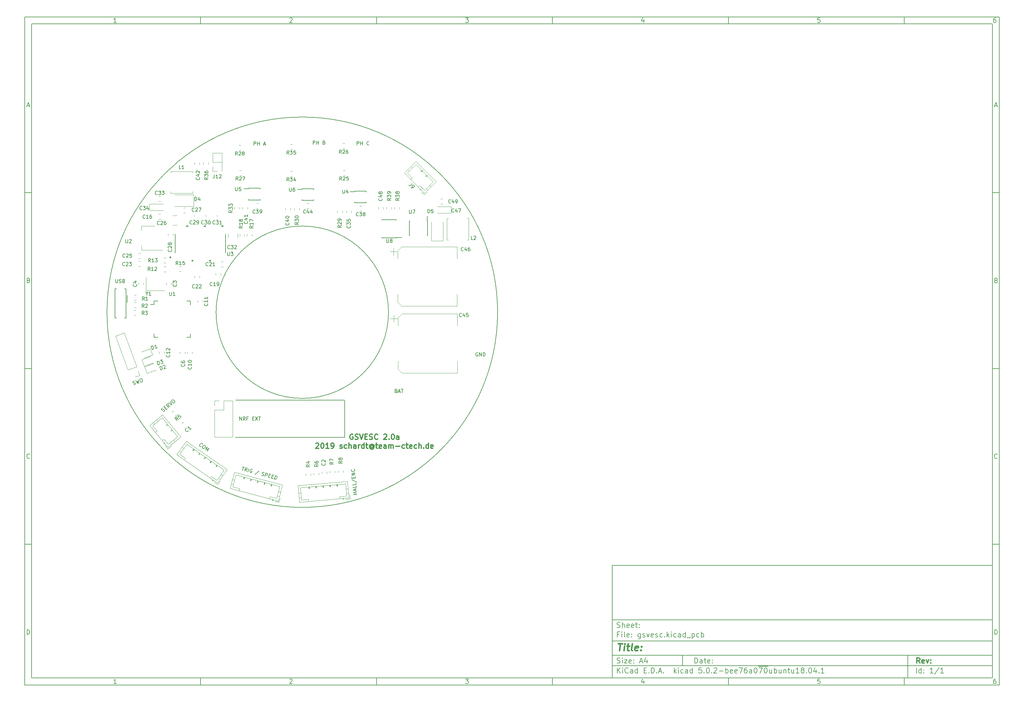
<source format=gbr>
G04 #@! TF.GenerationSoftware,KiCad,Pcbnew,5.0.2-bee76a0~70~ubuntu18.04.1*
G04 #@! TF.CreationDate,2019-01-04T10:38:41+01:00*
G04 #@! TF.ProjectId,gsvesc,67737665-7363-42e6-9b69-6361645f7063,rev?*
G04 #@! TF.SameCoordinates,Original*
G04 #@! TF.FileFunction,Legend,Top*
G04 #@! TF.FilePolarity,Positive*
%FSLAX45Y45*%
G04 Gerber Fmt 4.5, Leading zero omitted, Abs format (unit mm)*
G04 Created by KiCad (PCBNEW 5.0.2-bee76a0~70~ubuntu18.04.1) date Fr 04 Jan 2019 10:38:41 CET*
%MOMM*%
%LPD*%
G01*
G04 APERTURE LIST*
%ADD10C,0.100000*%
%ADD11C,0.150000*%
%ADD12C,0.300000*%
%ADD13C,0.400000*%
%ADD14C,0.200000*%
%ADD15C,0.120000*%
%ADD16C,0.152400*%
G04 APERTURE END LIST*
D10*
D11*
X17700220Y-16600720D02*
X17700220Y-19800720D01*
X28500220Y-19800720D01*
X28500220Y-16600720D01*
X17700220Y-16600720D01*
D10*
D11*
X1000000Y-1000000D02*
X1000000Y-20000720D01*
X28700220Y-20000720D01*
X28700220Y-1000000D01*
X1000000Y-1000000D01*
D10*
D11*
X1200000Y-1200000D02*
X1200000Y-19800720D01*
X28500220Y-19800720D01*
X28500220Y-1200000D01*
X1200000Y-1200000D01*
D10*
D11*
X6000000Y-1200000D02*
X6000000Y-1000000D01*
D10*
D11*
X11000000Y-1200000D02*
X11000000Y-1000000D01*
D10*
D11*
X16000000Y-1200000D02*
X16000000Y-1000000D01*
D10*
D11*
X21000000Y-1200000D02*
X21000000Y-1000000D01*
D10*
D11*
X26000000Y-1200000D02*
X26000000Y-1000000D01*
D10*
D11*
X3606548Y-1158810D02*
X3532262Y-1158810D01*
X3569405Y-1158810D02*
X3569405Y-1028809D01*
X3557024Y-1047381D01*
X3544643Y-1059762D01*
X3532262Y-1065952D01*
D10*
D11*
X8532262Y-1041190D02*
X8538452Y-1035000D01*
X8550833Y-1028809D01*
X8581786Y-1028809D01*
X8594167Y-1035000D01*
X8600357Y-1041190D01*
X8606548Y-1053571D01*
X8606548Y-1065952D01*
X8600357Y-1084524D01*
X8526071Y-1158810D01*
X8606548Y-1158810D01*
D10*
D11*
X13526071Y-1028809D02*
X13606548Y-1028809D01*
X13563214Y-1078333D01*
X13581786Y-1078333D01*
X13594167Y-1084524D01*
X13600357Y-1090714D01*
X13606548Y-1103095D01*
X13606548Y-1134048D01*
X13600357Y-1146429D01*
X13594167Y-1152619D01*
X13581786Y-1158810D01*
X13544643Y-1158810D01*
X13532262Y-1152619D01*
X13526071Y-1146429D01*
D10*
D11*
X18594167Y-1072143D02*
X18594167Y-1158810D01*
X18563214Y-1022619D02*
X18532262Y-1115476D01*
X18612738Y-1115476D01*
D10*
D11*
X23600357Y-1028809D02*
X23538452Y-1028809D01*
X23532262Y-1090714D01*
X23538452Y-1084524D01*
X23550833Y-1078333D01*
X23581786Y-1078333D01*
X23594167Y-1084524D01*
X23600357Y-1090714D01*
X23606548Y-1103095D01*
X23606548Y-1134048D01*
X23600357Y-1146429D01*
X23594167Y-1152619D01*
X23581786Y-1158810D01*
X23550833Y-1158810D01*
X23538452Y-1152619D01*
X23532262Y-1146429D01*
D10*
D11*
X28594167Y-1028809D02*
X28569405Y-1028809D01*
X28557024Y-1035000D01*
X28550833Y-1041190D01*
X28538452Y-1059762D01*
X28532262Y-1084524D01*
X28532262Y-1134048D01*
X28538452Y-1146429D01*
X28544643Y-1152619D01*
X28557024Y-1158810D01*
X28581786Y-1158810D01*
X28594167Y-1152619D01*
X28600357Y-1146429D01*
X28606548Y-1134048D01*
X28606548Y-1103095D01*
X28600357Y-1090714D01*
X28594167Y-1084524D01*
X28581786Y-1078333D01*
X28557024Y-1078333D01*
X28544643Y-1084524D01*
X28538452Y-1090714D01*
X28532262Y-1103095D01*
D10*
D11*
X6000000Y-19800720D02*
X6000000Y-20000720D01*
D10*
D11*
X11000000Y-19800720D02*
X11000000Y-20000720D01*
D10*
D11*
X16000000Y-19800720D02*
X16000000Y-20000720D01*
D10*
D11*
X21000000Y-19800720D02*
X21000000Y-20000720D01*
D10*
D11*
X26000000Y-19800720D02*
X26000000Y-20000720D01*
D10*
D11*
X3606548Y-19959530D02*
X3532262Y-19959530D01*
X3569405Y-19959530D02*
X3569405Y-19829530D01*
X3557024Y-19848101D01*
X3544643Y-19860482D01*
X3532262Y-19866672D01*
D10*
D11*
X8532262Y-19841910D02*
X8538452Y-19835720D01*
X8550833Y-19829530D01*
X8581786Y-19829530D01*
X8594167Y-19835720D01*
X8600357Y-19841910D01*
X8606548Y-19854291D01*
X8606548Y-19866672D01*
X8600357Y-19885244D01*
X8526071Y-19959530D01*
X8606548Y-19959530D01*
D10*
D11*
X13526071Y-19829530D02*
X13606548Y-19829530D01*
X13563214Y-19879053D01*
X13581786Y-19879053D01*
X13594167Y-19885244D01*
X13600357Y-19891434D01*
X13606548Y-19903815D01*
X13606548Y-19934768D01*
X13600357Y-19947149D01*
X13594167Y-19953339D01*
X13581786Y-19959530D01*
X13544643Y-19959530D01*
X13532262Y-19953339D01*
X13526071Y-19947149D01*
D10*
D11*
X18594167Y-19872863D02*
X18594167Y-19959530D01*
X18563214Y-19823339D02*
X18532262Y-19916196D01*
X18612738Y-19916196D01*
D10*
D11*
X23600357Y-19829530D02*
X23538452Y-19829530D01*
X23532262Y-19891434D01*
X23538452Y-19885244D01*
X23550833Y-19879053D01*
X23581786Y-19879053D01*
X23594167Y-19885244D01*
X23600357Y-19891434D01*
X23606548Y-19903815D01*
X23606548Y-19934768D01*
X23600357Y-19947149D01*
X23594167Y-19953339D01*
X23581786Y-19959530D01*
X23550833Y-19959530D01*
X23538452Y-19953339D01*
X23532262Y-19947149D01*
D10*
D11*
X28594167Y-19829530D02*
X28569405Y-19829530D01*
X28557024Y-19835720D01*
X28550833Y-19841910D01*
X28538452Y-19860482D01*
X28532262Y-19885244D01*
X28532262Y-19934768D01*
X28538452Y-19947149D01*
X28544643Y-19953339D01*
X28557024Y-19959530D01*
X28581786Y-19959530D01*
X28594167Y-19953339D01*
X28600357Y-19947149D01*
X28606548Y-19934768D01*
X28606548Y-19903815D01*
X28600357Y-19891434D01*
X28594167Y-19885244D01*
X28581786Y-19879053D01*
X28557024Y-19879053D01*
X28544643Y-19885244D01*
X28538452Y-19891434D01*
X28532262Y-19903815D01*
D10*
D11*
X1000000Y-6000000D02*
X1200000Y-6000000D01*
D10*
D11*
X1000000Y-11000000D02*
X1200000Y-11000000D01*
D10*
D11*
X1000000Y-16000000D02*
X1200000Y-16000000D01*
D10*
D11*
X1069048Y-3521667D02*
X1130952Y-3521667D01*
X1056667Y-3558809D02*
X1100000Y-3428809D01*
X1143333Y-3558809D01*
D10*
D11*
X1109286Y-8490714D02*
X1127857Y-8496905D01*
X1134048Y-8503095D01*
X1140238Y-8515476D01*
X1140238Y-8534048D01*
X1134048Y-8546429D01*
X1127857Y-8552619D01*
X1115476Y-8558810D01*
X1065952Y-8558810D01*
X1065952Y-8428810D01*
X1109286Y-8428810D01*
X1121667Y-8435000D01*
X1127857Y-8441190D01*
X1134048Y-8453571D01*
X1134048Y-8465952D01*
X1127857Y-8478333D01*
X1121667Y-8484524D01*
X1109286Y-8490714D01*
X1065952Y-8490714D01*
D10*
D11*
X1140238Y-13546428D02*
X1134048Y-13552619D01*
X1115476Y-13558809D01*
X1103095Y-13558809D01*
X1084524Y-13552619D01*
X1072143Y-13540238D01*
X1065952Y-13527857D01*
X1059762Y-13503095D01*
X1059762Y-13484524D01*
X1065952Y-13459762D01*
X1072143Y-13447381D01*
X1084524Y-13435000D01*
X1103095Y-13428809D01*
X1115476Y-13428809D01*
X1134048Y-13435000D01*
X1140238Y-13441190D01*
D10*
D11*
X1065952Y-18558810D02*
X1065952Y-18428810D01*
X1096905Y-18428810D01*
X1115476Y-18435000D01*
X1127857Y-18447381D01*
X1134048Y-18459762D01*
X1140238Y-18484524D01*
X1140238Y-18503095D01*
X1134048Y-18527857D01*
X1127857Y-18540238D01*
X1115476Y-18552619D01*
X1096905Y-18558810D01*
X1065952Y-18558810D01*
D10*
D11*
X28700220Y-6000000D02*
X28500220Y-6000000D01*
D10*
D11*
X28700220Y-11000000D02*
X28500220Y-11000000D01*
D10*
D11*
X28700220Y-16000000D02*
X28500220Y-16000000D01*
D10*
D11*
X28569268Y-3521667D02*
X28631172Y-3521667D01*
X28556887Y-3558809D02*
X28600220Y-3428809D01*
X28643553Y-3558809D01*
D10*
D11*
X28609506Y-8490714D02*
X28628077Y-8496905D01*
X28634268Y-8503095D01*
X28640458Y-8515476D01*
X28640458Y-8534048D01*
X28634268Y-8546429D01*
X28628077Y-8552619D01*
X28615696Y-8558810D01*
X28566172Y-8558810D01*
X28566172Y-8428810D01*
X28609506Y-8428810D01*
X28621887Y-8435000D01*
X28628077Y-8441190D01*
X28634268Y-8453571D01*
X28634268Y-8465952D01*
X28628077Y-8478333D01*
X28621887Y-8484524D01*
X28609506Y-8490714D01*
X28566172Y-8490714D01*
D10*
D11*
X28640458Y-13546428D02*
X28634268Y-13552619D01*
X28615696Y-13558809D01*
X28603315Y-13558809D01*
X28584744Y-13552619D01*
X28572363Y-13540238D01*
X28566172Y-13527857D01*
X28559982Y-13503095D01*
X28559982Y-13484524D01*
X28566172Y-13459762D01*
X28572363Y-13447381D01*
X28584744Y-13435000D01*
X28603315Y-13428809D01*
X28615696Y-13428809D01*
X28634268Y-13435000D01*
X28640458Y-13441190D01*
D10*
D11*
X28566172Y-18558810D02*
X28566172Y-18428810D01*
X28597125Y-18428810D01*
X28615696Y-18435000D01*
X28628077Y-18447381D01*
X28634268Y-18459762D01*
X28640458Y-18484524D01*
X28640458Y-18503095D01*
X28634268Y-18527857D01*
X28628077Y-18540238D01*
X28615696Y-18552619D01*
X28597125Y-18558810D01*
X28566172Y-18558810D01*
D10*
D11*
X20043434Y-19378577D02*
X20043434Y-19228577D01*
X20079149Y-19228577D01*
X20100577Y-19235720D01*
X20114863Y-19250006D01*
X20122006Y-19264291D01*
X20129149Y-19292863D01*
X20129149Y-19314291D01*
X20122006Y-19342863D01*
X20114863Y-19357149D01*
X20100577Y-19371434D01*
X20079149Y-19378577D01*
X20043434Y-19378577D01*
X20257720Y-19378577D02*
X20257720Y-19300006D01*
X20250577Y-19285720D01*
X20236291Y-19278577D01*
X20207720Y-19278577D01*
X20193434Y-19285720D01*
X20257720Y-19371434D02*
X20243434Y-19378577D01*
X20207720Y-19378577D01*
X20193434Y-19371434D01*
X20186291Y-19357149D01*
X20186291Y-19342863D01*
X20193434Y-19328577D01*
X20207720Y-19321434D01*
X20243434Y-19321434D01*
X20257720Y-19314291D01*
X20307720Y-19278577D02*
X20364863Y-19278577D01*
X20329149Y-19228577D02*
X20329149Y-19357149D01*
X20336291Y-19371434D01*
X20350577Y-19378577D01*
X20364863Y-19378577D01*
X20472006Y-19371434D02*
X20457720Y-19378577D01*
X20429149Y-19378577D01*
X20414863Y-19371434D01*
X20407720Y-19357149D01*
X20407720Y-19300006D01*
X20414863Y-19285720D01*
X20429149Y-19278577D01*
X20457720Y-19278577D01*
X20472006Y-19285720D01*
X20479149Y-19300006D01*
X20479149Y-19314291D01*
X20407720Y-19328577D01*
X20543434Y-19364291D02*
X20550577Y-19371434D01*
X20543434Y-19378577D01*
X20536291Y-19371434D01*
X20543434Y-19364291D01*
X20543434Y-19378577D01*
X20543434Y-19285720D02*
X20550577Y-19292863D01*
X20543434Y-19300006D01*
X20536291Y-19292863D01*
X20543434Y-19285720D01*
X20543434Y-19300006D01*
D10*
D11*
X17700220Y-19450720D02*
X28500220Y-19450720D01*
D10*
D11*
X17843434Y-19658577D02*
X17843434Y-19508577D01*
X17929149Y-19658577D02*
X17864863Y-19572863D01*
X17929149Y-19508577D02*
X17843434Y-19594291D01*
X17993434Y-19658577D02*
X17993434Y-19558577D01*
X17993434Y-19508577D02*
X17986291Y-19515720D01*
X17993434Y-19522863D01*
X18000577Y-19515720D01*
X17993434Y-19508577D01*
X17993434Y-19522863D01*
X18150577Y-19644291D02*
X18143434Y-19651434D01*
X18122006Y-19658577D01*
X18107720Y-19658577D01*
X18086291Y-19651434D01*
X18072006Y-19637149D01*
X18064863Y-19622863D01*
X18057720Y-19594291D01*
X18057720Y-19572863D01*
X18064863Y-19544291D01*
X18072006Y-19530006D01*
X18086291Y-19515720D01*
X18107720Y-19508577D01*
X18122006Y-19508577D01*
X18143434Y-19515720D01*
X18150577Y-19522863D01*
X18279149Y-19658577D02*
X18279149Y-19580006D01*
X18272006Y-19565720D01*
X18257720Y-19558577D01*
X18229149Y-19558577D01*
X18214863Y-19565720D01*
X18279149Y-19651434D02*
X18264863Y-19658577D01*
X18229149Y-19658577D01*
X18214863Y-19651434D01*
X18207720Y-19637149D01*
X18207720Y-19622863D01*
X18214863Y-19608577D01*
X18229149Y-19601434D01*
X18264863Y-19601434D01*
X18279149Y-19594291D01*
X18414863Y-19658577D02*
X18414863Y-19508577D01*
X18414863Y-19651434D02*
X18400577Y-19658577D01*
X18372006Y-19658577D01*
X18357720Y-19651434D01*
X18350577Y-19644291D01*
X18343434Y-19630006D01*
X18343434Y-19587149D01*
X18350577Y-19572863D01*
X18357720Y-19565720D01*
X18372006Y-19558577D01*
X18400577Y-19558577D01*
X18414863Y-19565720D01*
X18600577Y-19580006D02*
X18650577Y-19580006D01*
X18672006Y-19658577D02*
X18600577Y-19658577D01*
X18600577Y-19508577D01*
X18672006Y-19508577D01*
X18736291Y-19644291D02*
X18743434Y-19651434D01*
X18736291Y-19658577D01*
X18729149Y-19651434D01*
X18736291Y-19644291D01*
X18736291Y-19658577D01*
X18807720Y-19658577D02*
X18807720Y-19508577D01*
X18843434Y-19508577D01*
X18864863Y-19515720D01*
X18879149Y-19530006D01*
X18886291Y-19544291D01*
X18893434Y-19572863D01*
X18893434Y-19594291D01*
X18886291Y-19622863D01*
X18879149Y-19637149D01*
X18864863Y-19651434D01*
X18843434Y-19658577D01*
X18807720Y-19658577D01*
X18957720Y-19644291D02*
X18964863Y-19651434D01*
X18957720Y-19658577D01*
X18950577Y-19651434D01*
X18957720Y-19644291D01*
X18957720Y-19658577D01*
X19022006Y-19615720D02*
X19093434Y-19615720D01*
X19007720Y-19658577D02*
X19057720Y-19508577D01*
X19107720Y-19658577D01*
X19157720Y-19644291D02*
X19164863Y-19651434D01*
X19157720Y-19658577D01*
X19150577Y-19651434D01*
X19157720Y-19644291D01*
X19157720Y-19658577D01*
X19457720Y-19658577D02*
X19457720Y-19508577D01*
X19472006Y-19601434D02*
X19514863Y-19658577D01*
X19514863Y-19558577D02*
X19457720Y-19615720D01*
X19579149Y-19658577D02*
X19579149Y-19558577D01*
X19579149Y-19508577D02*
X19572006Y-19515720D01*
X19579149Y-19522863D01*
X19586291Y-19515720D01*
X19579149Y-19508577D01*
X19579149Y-19522863D01*
X19714863Y-19651434D02*
X19700577Y-19658577D01*
X19672006Y-19658577D01*
X19657720Y-19651434D01*
X19650577Y-19644291D01*
X19643434Y-19630006D01*
X19643434Y-19587149D01*
X19650577Y-19572863D01*
X19657720Y-19565720D01*
X19672006Y-19558577D01*
X19700577Y-19558577D01*
X19714863Y-19565720D01*
X19843434Y-19658577D02*
X19843434Y-19580006D01*
X19836291Y-19565720D01*
X19822006Y-19558577D01*
X19793434Y-19558577D01*
X19779149Y-19565720D01*
X19843434Y-19651434D02*
X19829149Y-19658577D01*
X19793434Y-19658577D01*
X19779149Y-19651434D01*
X19772006Y-19637149D01*
X19772006Y-19622863D01*
X19779149Y-19608577D01*
X19793434Y-19601434D01*
X19829149Y-19601434D01*
X19843434Y-19594291D01*
X19979149Y-19658577D02*
X19979149Y-19508577D01*
X19979149Y-19651434D02*
X19964863Y-19658577D01*
X19936291Y-19658577D01*
X19922006Y-19651434D01*
X19914863Y-19644291D01*
X19907720Y-19630006D01*
X19907720Y-19587149D01*
X19914863Y-19572863D01*
X19922006Y-19565720D01*
X19936291Y-19558577D01*
X19964863Y-19558577D01*
X19979149Y-19565720D01*
X20236291Y-19508577D02*
X20164863Y-19508577D01*
X20157720Y-19580006D01*
X20164863Y-19572863D01*
X20179149Y-19565720D01*
X20214863Y-19565720D01*
X20229149Y-19572863D01*
X20236291Y-19580006D01*
X20243434Y-19594291D01*
X20243434Y-19630006D01*
X20236291Y-19644291D01*
X20229149Y-19651434D01*
X20214863Y-19658577D01*
X20179149Y-19658577D01*
X20164863Y-19651434D01*
X20157720Y-19644291D01*
X20307720Y-19644291D02*
X20314863Y-19651434D01*
X20307720Y-19658577D01*
X20300577Y-19651434D01*
X20307720Y-19644291D01*
X20307720Y-19658577D01*
X20407720Y-19508577D02*
X20422006Y-19508577D01*
X20436291Y-19515720D01*
X20443434Y-19522863D01*
X20450577Y-19537149D01*
X20457720Y-19565720D01*
X20457720Y-19601434D01*
X20450577Y-19630006D01*
X20443434Y-19644291D01*
X20436291Y-19651434D01*
X20422006Y-19658577D01*
X20407720Y-19658577D01*
X20393434Y-19651434D01*
X20386291Y-19644291D01*
X20379149Y-19630006D01*
X20372006Y-19601434D01*
X20372006Y-19565720D01*
X20379149Y-19537149D01*
X20386291Y-19522863D01*
X20393434Y-19515720D01*
X20407720Y-19508577D01*
X20522006Y-19644291D02*
X20529149Y-19651434D01*
X20522006Y-19658577D01*
X20514863Y-19651434D01*
X20522006Y-19644291D01*
X20522006Y-19658577D01*
X20586291Y-19522863D02*
X20593434Y-19515720D01*
X20607720Y-19508577D01*
X20643434Y-19508577D01*
X20657720Y-19515720D01*
X20664863Y-19522863D01*
X20672006Y-19537149D01*
X20672006Y-19551434D01*
X20664863Y-19572863D01*
X20579149Y-19658577D01*
X20672006Y-19658577D01*
X20736291Y-19601434D02*
X20850577Y-19601434D01*
X20922006Y-19658577D02*
X20922006Y-19508577D01*
X20922006Y-19565720D02*
X20936291Y-19558577D01*
X20964863Y-19558577D01*
X20979149Y-19565720D01*
X20986291Y-19572863D01*
X20993434Y-19587149D01*
X20993434Y-19630006D01*
X20986291Y-19644291D01*
X20979149Y-19651434D01*
X20964863Y-19658577D01*
X20936291Y-19658577D01*
X20922006Y-19651434D01*
X21114863Y-19651434D02*
X21100577Y-19658577D01*
X21072006Y-19658577D01*
X21057720Y-19651434D01*
X21050577Y-19637149D01*
X21050577Y-19580006D01*
X21057720Y-19565720D01*
X21072006Y-19558577D01*
X21100577Y-19558577D01*
X21114863Y-19565720D01*
X21122006Y-19580006D01*
X21122006Y-19594291D01*
X21050577Y-19608577D01*
X21243434Y-19651434D02*
X21229149Y-19658577D01*
X21200577Y-19658577D01*
X21186291Y-19651434D01*
X21179149Y-19637149D01*
X21179149Y-19580006D01*
X21186291Y-19565720D01*
X21200577Y-19558577D01*
X21229149Y-19558577D01*
X21243434Y-19565720D01*
X21250577Y-19580006D01*
X21250577Y-19594291D01*
X21179149Y-19608577D01*
X21300577Y-19508577D02*
X21400577Y-19508577D01*
X21336291Y-19658577D01*
X21522006Y-19508577D02*
X21493434Y-19508577D01*
X21479149Y-19515720D01*
X21472006Y-19522863D01*
X21457720Y-19544291D01*
X21450577Y-19572863D01*
X21450577Y-19630006D01*
X21457720Y-19644291D01*
X21464863Y-19651434D01*
X21479149Y-19658577D01*
X21507720Y-19658577D01*
X21522006Y-19651434D01*
X21529149Y-19644291D01*
X21536291Y-19630006D01*
X21536291Y-19594291D01*
X21529149Y-19580006D01*
X21522006Y-19572863D01*
X21507720Y-19565720D01*
X21479149Y-19565720D01*
X21464863Y-19572863D01*
X21457720Y-19580006D01*
X21450577Y-19594291D01*
X21664863Y-19658577D02*
X21664863Y-19580006D01*
X21657720Y-19565720D01*
X21643434Y-19558577D01*
X21614863Y-19558577D01*
X21600577Y-19565720D01*
X21664863Y-19651434D02*
X21650577Y-19658577D01*
X21614863Y-19658577D01*
X21600577Y-19651434D01*
X21593434Y-19637149D01*
X21593434Y-19622863D01*
X21600577Y-19608577D01*
X21614863Y-19601434D01*
X21650577Y-19601434D01*
X21664863Y-19594291D01*
X21764863Y-19508577D02*
X21779149Y-19508577D01*
X21793434Y-19515720D01*
X21800577Y-19522863D01*
X21807720Y-19537149D01*
X21814863Y-19565720D01*
X21814863Y-19601434D01*
X21807720Y-19630006D01*
X21800577Y-19644291D01*
X21793434Y-19651434D01*
X21779149Y-19658577D01*
X21764863Y-19658577D01*
X21750577Y-19651434D01*
X21743434Y-19644291D01*
X21736291Y-19630006D01*
X21729149Y-19601434D01*
X21729149Y-19565720D01*
X21736291Y-19537149D01*
X21743434Y-19522863D01*
X21750577Y-19515720D01*
X21764863Y-19508577D01*
X21843434Y-19467720D02*
X21986291Y-19467720D01*
X21864863Y-19508577D02*
X21964863Y-19508577D01*
X21900577Y-19658577D01*
X21986291Y-19467720D02*
X22129149Y-19467720D01*
X22050577Y-19508577D02*
X22064863Y-19508577D01*
X22079149Y-19515720D01*
X22086291Y-19522863D01*
X22093434Y-19537149D01*
X22100577Y-19565720D01*
X22100577Y-19601434D01*
X22093434Y-19630006D01*
X22086291Y-19644291D01*
X22079149Y-19651434D01*
X22064863Y-19658577D01*
X22050577Y-19658577D01*
X22036291Y-19651434D01*
X22029149Y-19644291D01*
X22022006Y-19630006D01*
X22014863Y-19601434D01*
X22014863Y-19565720D01*
X22022006Y-19537149D01*
X22029149Y-19522863D01*
X22036291Y-19515720D01*
X22050577Y-19508577D01*
X22229149Y-19558577D02*
X22229149Y-19658577D01*
X22164863Y-19558577D02*
X22164863Y-19637149D01*
X22172006Y-19651434D01*
X22186291Y-19658577D01*
X22207720Y-19658577D01*
X22222006Y-19651434D01*
X22229149Y-19644291D01*
X22300577Y-19658577D02*
X22300577Y-19508577D01*
X22300577Y-19565720D02*
X22314863Y-19558577D01*
X22343434Y-19558577D01*
X22357720Y-19565720D01*
X22364863Y-19572863D01*
X22372006Y-19587149D01*
X22372006Y-19630006D01*
X22364863Y-19644291D01*
X22357720Y-19651434D01*
X22343434Y-19658577D01*
X22314863Y-19658577D01*
X22300577Y-19651434D01*
X22500577Y-19558577D02*
X22500577Y-19658577D01*
X22436291Y-19558577D02*
X22436291Y-19637149D01*
X22443434Y-19651434D01*
X22457720Y-19658577D01*
X22479148Y-19658577D01*
X22493434Y-19651434D01*
X22500577Y-19644291D01*
X22572006Y-19558577D02*
X22572006Y-19658577D01*
X22572006Y-19572863D02*
X22579148Y-19565720D01*
X22593434Y-19558577D01*
X22614863Y-19558577D01*
X22629148Y-19565720D01*
X22636291Y-19580006D01*
X22636291Y-19658577D01*
X22686291Y-19558577D02*
X22743434Y-19558577D01*
X22707720Y-19508577D02*
X22707720Y-19637149D01*
X22714863Y-19651434D01*
X22729148Y-19658577D01*
X22743434Y-19658577D01*
X22857720Y-19558577D02*
X22857720Y-19658577D01*
X22793434Y-19558577D02*
X22793434Y-19637149D01*
X22800577Y-19651434D01*
X22814863Y-19658577D01*
X22836291Y-19658577D01*
X22850577Y-19651434D01*
X22857720Y-19644291D01*
X23007720Y-19658577D02*
X22922006Y-19658577D01*
X22964863Y-19658577D02*
X22964863Y-19508577D01*
X22950577Y-19530006D01*
X22936291Y-19544291D01*
X22922006Y-19551434D01*
X23093434Y-19572863D02*
X23079148Y-19565720D01*
X23072006Y-19558577D01*
X23064863Y-19544291D01*
X23064863Y-19537149D01*
X23072006Y-19522863D01*
X23079148Y-19515720D01*
X23093434Y-19508577D01*
X23122006Y-19508577D01*
X23136291Y-19515720D01*
X23143434Y-19522863D01*
X23150577Y-19537149D01*
X23150577Y-19544291D01*
X23143434Y-19558577D01*
X23136291Y-19565720D01*
X23122006Y-19572863D01*
X23093434Y-19572863D01*
X23079148Y-19580006D01*
X23072006Y-19587149D01*
X23064863Y-19601434D01*
X23064863Y-19630006D01*
X23072006Y-19644291D01*
X23079148Y-19651434D01*
X23093434Y-19658577D01*
X23122006Y-19658577D01*
X23136291Y-19651434D01*
X23143434Y-19644291D01*
X23150577Y-19630006D01*
X23150577Y-19601434D01*
X23143434Y-19587149D01*
X23136291Y-19580006D01*
X23122006Y-19572863D01*
X23214863Y-19644291D02*
X23222006Y-19651434D01*
X23214863Y-19658577D01*
X23207720Y-19651434D01*
X23214863Y-19644291D01*
X23214863Y-19658577D01*
X23314863Y-19508577D02*
X23329148Y-19508577D01*
X23343434Y-19515720D01*
X23350577Y-19522863D01*
X23357720Y-19537149D01*
X23364863Y-19565720D01*
X23364863Y-19601434D01*
X23357720Y-19630006D01*
X23350577Y-19644291D01*
X23343434Y-19651434D01*
X23329148Y-19658577D01*
X23314863Y-19658577D01*
X23300577Y-19651434D01*
X23293434Y-19644291D01*
X23286291Y-19630006D01*
X23279148Y-19601434D01*
X23279148Y-19565720D01*
X23286291Y-19537149D01*
X23293434Y-19522863D01*
X23300577Y-19515720D01*
X23314863Y-19508577D01*
X23493434Y-19558577D02*
X23493434Y-19658577D01*
X23457720Y-19501434D02*
X23422006Y-19608577D01*
X23514863Y-19608577D01*
X23572006Y-19644291D02*
X23579148Y-19651434D01*
X23572006Y-19658577D01*
X23564863Y-19651434D01*
X23572006Y-19644291D01*
X23572006Y-19658577D01*
X23722006Y-19658577D02*
X23636291Y-19658577D01*
X23679148Y-19658577D02*
X23679148Y-19508577D01*
X23664863Y-19530006D01*
X23650577Y-19544291D01*
X23636291Y-19551434D01*
D10*
D11*
X17700220Y-19150720D02*
X28500220Y-19150720D01*
D10*
D12*
X26441148Y-19378577D02*
X26391148Y-19307149D01*
X26355434Y-19378577D02*
X26355434Y-19228577D01*
X26412577Y-19228577D01*
X26426863Y-19235720D01*
X26434006Y-19242863D01*
X26441148Y-19257149D01*
X26441148Y-19278577D01*
X26434006Y-19292863D01*
X26426863Y-19300006D01*
X26412577Y-19307149D01*
X26355434Y-19307149D01*
X26562577Y-19371434D02*
X26548291Y-19378577D01*
X26519720Y-19378577D01*
X26505434Y-19371434D01*
X26498291Y-19357149D01*
X26498291Y-19300006D01*
X26505434Y-19285720D01*
X26519720Y-19278577D01*
X26548291Y-19278577D01*
X26562577Y-19285720D01*
X26569720Y-19300006D01*
X26569720Y-19314291D01*
X26498291Y-19328577D01*
X26619720Y-19278577D02*
X26655434Y-19378577D01*
X26691148Y-19278577D01*
X26748291Y-19364291D02*
X26755434Y-19371434D01*
X26748291Y-19378577D01*
X26741148Y-19371434D01*
X26748291Y-19364291D01*
X26748291Y-19378577D01*
X26748291Y-19285720D02*
X26755434Y-19292863D01*
X26748291Y-19300006D01*
X26741148Y-19292863D01*
X26748291Y-19285720D01*
X26748291Y-19300006D01*
D10*
D11*
X17836291Y-19371434D02*
X17857720Y-19378577D01*
X17893434Y-19378577D01*
X17907720Y-19371434D01*
X17914863Y-19364291D01*
X17922006Y-19350006D01*
X17922006Y-19335720D01*
X17914863Y-19321434D01*
X17907720Y-19314291D01*
X17893434Y-19307149D01*
X17864863Y-19300006D01*
X17850577Y-19292863D01*
X17843434Y-19285720D01*
X17836291Y-19271434D01*
X17836291Y-19257149D01*
X17843434Y-19242863D01*
X17850577Y-19235720D01*
X17864863Y-19228577D01*
X17900577Y-19228577D01*
X17922006Y-19235720D01*
X17986291Y-19378577D02*
X17986291Y-19278577D01*
X17986291Y-19228577D02*
X17979149Y-19235720D01*
X17986291Y-19242863D01*
X17993434Y-19235720D01*
X17986291Y-19228577D01*
X17986291Y-19242863D01*
X18043434Y-19278577D02*
X18122006Y-19278577D01*
X18043434Y-19378577D01*
X18122006Y-19378577D01*
X18236291Y-19371434D02*
X18222006Y-19378577D01*
X18193434Y-19378577D01*
X18179149Y-19371434D01*
X18172006Y-19357149D01*
X18172006Y-19300006D01*
X18179149Y-19285720D01*
X18193434Y-19278577D01*
X18222006Y-19278577D01*
X18236291Y-19285720D01*
X18243434Y-19300006D01*
X18243434Y-19314291D01*
X18172006Y-19328577D01*
X18307720Y-19364291D02*
X18314863Y-19371434D01*
X18307720Y-19378577D01*
X18300577Y-19371434D01*
X18307720Y-19364291D01*
X18307720Y-19378577D01*
X18307720Y-19285720D02*
X18314863Y-19292863D01*
X18307720Y-19300006D01*
X18300577Y-19292863D01*
X18307720Y-19285720D01*
X18307720Y-19300006D01*
X18486291Y-19335720D02*
X18557720Y-19335720D01*
X18472006Y-19378577D02*
X18522006Y-19228577D01*
X18572006Y-19378577D01*
X18686291Y-19278577D02*
X18686291Y-19378577D01*
X18650577Y-19221434D02*
X18614863Y-19328577D01*
X18707720Y-19328577D01*
D10*
D11*
X26343434Y-19658577D02*
X26343434Y-19508577D01*
X26479148Y-19658577D02*
X26479148Y-19508577D01*
X26479148Y-19651434D02*
X26464863Y-19658577D01*
X26436291Y-19658577D01*
X26422006Y-19651434D01*
X26414863Y-19644291D01*
X26407720Y-19630006D01*
X26407720Y-19587149D01*
X26414863Y-19572863D01*
X26422006Y-19565720D01*
X26436291Y-19558577D01*
X26464863Y-19558577D01*
X26479148Y-19565720D01*
X26550577Y-19644291D02*
X26557720Y-19651434D01*
X26550577Y-19658577D01*
X26543434Y-19651434D01*
X26550577Y-19644291D01*
X26550577Y-19658577D01*
X26550577Y-19565720D02*
X26557720Y-19572863D01*
X26550577Y-19580006D01*
X26543434Y-19572863D01*
X26550577Y-19565720D01*
X26550577Y-19580006D01*
X26814863Y-19658577D02*
X26729148Y-19658577D01*
X26772006Y-19658577D02*
X26772006Y-19508577D01*
X26757720Y-19530006D01*
X26743434Y-19544291D01*
X26729148Y-19551434D01*
X26986291Y-19501434D02*
X26857720Y-19694291D01*
X27114863Y-19658577D02*
X27029148Y-19658577D01*
X27072006Y-19658577D02*
X27072006Y-19508577D01*
X27057720Y-19530006D01*
X27043434Y-19544291D01*
X27029148Y-19551434D01*
D10*
D11*
X17700220Y-18750720D02*
X28500220Y-18750720D01*
D10*
D13*
X17871458Y-18821196D02*
X17985744Y-18821196D01*
X17903601Y-19021196D02*
X17928601Y-18821196D01*
X18027410Y-19021196D02*
X18044077Y-18887863D01*
X18052410Y-18821196D02*
X18041696Y-18830720D01*
X18050030Y-18840244D01*
X18060744Y-18830720D01*
X18052410Y-18821196D01*
X18050030Y-18840244D01*
X18110744Y-18887863D02*
X18186934Y-18887863D01*
X18147649Y-18821196D02*
X18126220Y-18992625D01*
X18133363Y-19011672D01*
X18151220Y-19021196D01*
X18170268Y-19021196D01*
X18265506Y-19021196D02*
X18247649Y-19011672D01*
X18240506Y-18992625D01*
X18261934Y-18821196D01*
X18419077Y-19011672D02*
X18398839Y-19021196D01*
X18360744Y-19021196D01*
X18342887Y-19011672D01*
X18335744Y-18992625D01*
X18345268Y-18916434D01*
X18357172Y-18897387D01*
X18377410Y-18887863D01*
X18415506Y-18887863D01*
X18433363Y-18897387D01*
X18440506Y-18916434D01*
X18438125Y-18935482D01*
X18340506Y-18954530D01*
X18515506Y-19002149D02*
X18523839Y-19011672D01*
X18513125Y-19021196D01*
X18504791Y-19011672D01*
X18515506Y-19002149D01*
X18513125Y-19021196D01*
X18528601Y-18897387D02*
X18536934Y-18906910D01*
X18526220Y-18916434D01*
X18517887Y-18906910D01*
X18528601Y-18897387D01*
X18526220Y-18916434D01*
D10*
D11*
X17893434Y-18560006D02*
X17843434Y-18560006D01*
X17843434Y-18638577D02*
X17843434Y-18488577D01*
X17914863Y-18488577D01*
X17972006Y-18638577D02*
X17972006Y-18538577D01*
X17972006Y-18488577D02*
X17964863Y-18495720D01*
X17972006Y-18502863D01*
X17979149Y-18495720D01*
X17972006Y-18488577D01*
X17972006Y-18502863D01*
X18064863Y-18638577D02*
X18050577Y-18631434D01*
X18043434Y-18617149D01*
X18043434Y-18488577D01*
X18179149Y-18631434D02*
X18164863Y-18638577D01*
X18136291Y-18638577D01*
X18122006Y-18631434D01*
X18114863Y-18617149D01*
X18114863Y-18560006D01*
X18122006Y-18545720D01*
X18136291Y-18538577D01*
X18164863Y-18538577D01*
X18179149Y-18545720D01*
X18186291Y-18560006D01*
X18186291Y-18574291D01*
X18114863Y-18588577D01*
X18250577Y-18624291D02*
X18257720Y-18631434D01*
X18250577Y-18638577D01*
X18243434Y-18631434D01*
X18250577Y-18624291D01*
X18250577Y-18638577D01*
X18250577Y-18545720D02*
X18257720Y-18552863D01*
X18250577Y-18560006D01*
X18243434Y-18552863D01*
X18250577Y-18545720D01*
X18250577Y-18560006D01*
X18500577Y-18538577D02*
X18500577Y-18660006D01*
X18493434Y-18674291D01*
X18486291Y-18681434D01*
X18472006Y-18688577D01*
X18450577Y-18688577D01*
X18436291Y-18681434D01*
X18500577Y-18631434D02*
X18486291Y-18638577D01*
X18457720Y-18638577D01*
X18443434Y-18631434D01*
X18436291Y-18624291D01*
X18429149Y-18610006D01*
X18429149Y-18567149D01*
X18436291Y-18552863D01*
X18443434Y-18545720D01*
X18457720Y-18538577D01*
X18486291Y-18538577D01*
X18500577Y-18545720D01*
X18564863Y-18631434D02*
X18579149Y-18638577D01*
X18607720Y-18638577D01*
X18622006Y-18631434D01*
X18629149Y-18617149D01*
X18629149Y-18610006D01*
X18622006Y-18595720D01*
X18607720Y-18588577D01*
X18586291Y-18588577D01*
X18572006Y-18581434D01*
X18564863Y-18567149D01*
X18564863Y-18560006D01*
X18572006Y-18545720D01*
X18586291Y-18538577D01*
X18607720Y-18538577D01*
X18622006Y-18545720D01*
X18679149Y-18538577D02*
X18714863Y-18638577D01*
X18750577Y-18538577D01*
X18864863Y-18631434D02*
X18850577Y-18638577D01*
X18822006Y-18638577D01*
X18807720Y-18631434D01*
X18800577Y-18617149D01*
X18800577Y-18560006D01*
X18807720Y-18545720D01*
X18822006Y-18538577D01*
X18850577Y-18538577D01*
X18864863Y-18545720D01*
X18872006Y-18560006D01*
X18872006Y-18574291D01*
X18800577Y-18588577D01*
X18929149Y-18631434D02*
X18943434Y-18638577D01*
X18972006Y-18638577D01*
X18986291Y-18631434D01*
X18993434Y-18617149D01*
X18993434Y-18610006D01*
X18986291Y-18595720D01*
X18972006Y-18588577D01*
X18950577Y-18588577D01*
X18936291Y-18581434D01*
X18929149Y-18567149D01*
X18929149Y-18560006D01*
X18936291Y-18545720D01*
X18950577Y-18538577D01*
X18972006Y-18538577D01*
X18986291Y-18545720D01*
X19122006Y-18631434D02*
X19107720Y-18638577D01*
X19079149Y-18638577D01*
X19064863Y-18631434D01*
X19057720Y-18624291D01*
X19050577Y-18610006D01*
X19050577Y-18567149D01*
X19057720Y-18552863D01*
X19064863Y-18545720D01*
X19079149Y-18538577D01*
X19107720Y-18538577D01*
X19122006Y-18545720D01*
X19186291Y-18624291D02*
X19193434Y-18631434D01*
X19186291Y-18638577D01*
X19179149Y-18631434D01*
X19186291Y-18624291D01*
X19186291Y-18638577D01*
X19257720Y-18638577D02*
X19257720Y-18488577D01*
X19272006Y-18581434D02*
X19314863Y-18638577D01*
X19314863Y-18538577D02*
X19257720Y-18595720D01*
X19379149Y-18638577D02*
X19379149Y-18538577D01*
X19379149Y-18488577D02*
X19372006Y-18495720D01*
X19379149Y-18502863D01*
X19386291Y-18495720D01*
X19379149Y-18488577D01*
X19379149Y-18502863D01*
X19514863Y-18631434D02*
X19500577Y-18638577D01*
X19472006Y-18638577D01*
X19457720Y-18631434D01*
X19450577Y-18624291D01*
X19443434Y-18610006D01*
X19443434Y-18567149D01*
X19450577Y-18552863D01*
X19457720Y-18545720D01*
X19472006Y-18538577D01*
X19500577Y-18538577D01*
X19514863Y-18545720D01*
X19643434Y-18638577D02*
X19643434Y-18560006D01*
X19636291Y-18545720D01*
X19622006Y-18538577D01*
X19593434Y-18538577D01*
X19579149Y-18545720D01*
X19643434Y-18631434D02*
X19629149Y-18638577D01*
X19593434Y-18638577D01*
X19579149Y-18631434D01*
X19572006Y-18617149D01*
X19572006Y-18602863D01*
X19579149Y-18588577D01*
X19593434Y-18581434D01*
X19629149Y-18581434D01*
X19643434Y-18574291D01*
X19779149Y-18638577D02*
X19779149Y-18488577D01*
X19779149Y-18631434D02*
X19764863Y-18638577D01*
X19736291Y-18638577D01*
X19722006Y-18631434D01*
X19714863Y-18624291D01*
X19707720Y-18610006D01*
X19707720Y-18567149D01*
X19714863Y-18552863D01*
X19722006Y-18545720D01*
X19736291Y-18538577D01*
X19764863Y-18538577D01*
X19779149Y-18545720D01*
X19814863Y-18652863D02*
X19929149Y-18652863D01*
X19964863Y-18538577D02*
X19964863Y-18688577D01*
X19964863Y-18545720D02*
X19979149Y-18538577D01*
X20007720Y-18538577D01*
X20022006Y-18545720D01*
X20029149Y-18552863D01*
X20036291Y-18567149D01*
X20036291Y-18610006D01*
X20029149Y-18624291D01*
X20022006Y-18631434D01*
X20007720Y-18638577D01*
X19979149Y-18638577D01*
X19964863Y-18631434D01*
X20164863Y-18631434D02*
X20150577Y-18638577D01*
X20122006Y-18638577D01*
X20107720Y-18631434D01*
X20100577Y-18624291D01*
X20093434Y-18610006D01*
X20093434Y-18567149D01*
X20100577Y-18552863D01*
X20107720Y-18545720D01*
X20122006Y-18538577D01*
X20150577Y-18538577D01*
X20164863Y-18545720D01*
X20229149Y-18638577D02*
X20229149Y-18488577D01*
X20229149Y-18545720D02*
X20243434Y-18538577D01*
X20272006Y-18538577D01*
X20286291Y-18545720D01*
X20293434Y-18552863D01*
X20300577Y-18567149D01*
X20300577Y-18610006D01*
X20293434Y-18624291D01*
X20286291Y-18631434D01*
X20272006Y-18638577D01*
X20243434Y-18638577D01*
X20229149Y-18631434D01*
D10*
D11*
X17700220Y-18150720D02*
X28500220Y-18150720D01*
D10*
D11*
X17836291Y-18361434D02*
X17857720Y-18368577D01*
X17893434Y-18368577D01*
X17907720Y-18361434D01*
X17914863Y-18354291D01*
X17922006Y-18340006D01*
X17922006Y-18325720D01*
X17914863Y-18311434D01*
X17907720Y-18304291D01*
X17893434Y-18297149D01*
X17864863Y-18290006D01*
X17850577Y-18282863D01*
X17843434Y-18275720D01*
X17836291Y-18261434D01*
X17836291Y-18247149D01*
X17843434Y-18232863D01*
X17850577Y-18225720D01*
X17864863Y-18218577D01*
X17900577Y-18218577D01*
X17922006Y-18225720D01*
X17986291Y-18368577D02*
X17986291Y-18218577D01*
X18050577Y-18368577D02*
X18050577Y-18290006D01*
X18043434Y-18275720D01*
X18029149Y-18268577D01*
X18007720Y-18268577D01*
X17993434Y-18275720D01*
X17986291Y-18282863D01*
X18179149Y-18361434D02*
X18164863Y-18368577D01*
X18136291Y-18368577D01*
X18122006Y-18361434D01*
X18114863Y-18347149D01*
X18114863Y-18290006D01*
X18122006Y-18275720D01*
X18136291Y-18268577D01*
X18164863Y-18268577D01*
X18179149Y-18275720D01*
X18186291Y-18290006D01*
X18186291Y-18304291D01*
X18114863Y-18318577D01*
X18307720Y-18361434D02*
X18293434Y-18368577D01*
X18264863Y-18368577D01*
X18250577Y-18361434D01*
X18243434Y-18347149D01*
X18243434Y-18290006D01*
X18250577Y-18275720D01*
X18264863Y-18268577D01*
X18293434Y-18268577D01*
X18307720Y-18275720D01*
X18314863Y-18290006D01*
X18314863Y-18304291D01*
X18243434Y-18318577D01*
X18357720Y-18268577D02*
X18414863Y-18268577D01*
X18379149Y-18218577D02*
X18379149Y-18347149D01*
X18386291Y-18361434D01*
X18400577Y-18368577D01*
X18414863Y-18368577D01*
X18464863Y-18354291D02*
X18472006Y-18361434D01*
X18464863Y-18368577D01*
X18457720Y-18361434D01*
X18464863Y-18354291D01*
X18464863Y-18368577D01*
X18464863Y-18275720D02*
X18472006Y-18282863D01*
X18464863Y-18290006D01*
X18457720Y-18282863D01*
X18464863Y-18275720D01*
X18464863Y-18290006D01*
D10*
D11*
X19700220Y-19150720D02*
X19700220Y-19450720D01*
D10*
D11*
X26100220Y-19150720D02*
X26100220Y-19800720D01*
D12*
X10328034Y-12873420D02*
X10313749Y-12866277D01*
X10292320Y-12866277D01*
X10270891Y-12873420D01*
X10256606Y-12887706D01*
X10249463Y-12901991D01*
X10242320Y-12930563D01*
X10242320Y-12951991D01*
X10249463Y-12980563D01*
X10256606Y-12994848D01*
X10270891Y-13009134D01*
X10292320Y-13016277D01*
X10306606Y-13016277D01*
X10328034Y-13009134D01*
X10335177Y-13001991D01*
X10335177Y-12951991D01*
X10306606Y-12951991D01*
X10392320Y-13009134D02*
X10413749Y-13016277D01*
X10449463Y-13016277D01*
X10463749Y-13009134D01*
X10470891Y-13001991D01*
X10478034Y-12987706D01*
X10478034Y-12973420D01*
X10470891Y-12959134D01*
X10463749Y-12951991D01*
X10449463Y-12944848D01*
X10420891Y-12937706D01*
X10406606Y-12930563D01*
X10399463Y-12923420D01*
X10392320Y-12909134D01*
X10392320Y-12894848D01*
X10399463Y-12880563D01*
X10406606Y-12873420D01*
X10420891Y-12866277D01*
X10456606Y-12866277D01*
X10478034Y-12873420D01*
X10520891Y-12866277D02*
X10570891Y-13016277D01*
X10620891Y-12866277D01*
X10670891Y-12937706D02*
X10720891Y-12937706D01*
X10742320Y-13016277D02*
X10670891Y-13016277D01*
X10670891Y-12866277D01*
X10742320Y-12866277D01*
X10799463Y-13009134D02*
X10820891Y-13016277D01*
X10856606Y-13016277D01*
X10870891Y-13009134D01*
X10878034Y-13001991D01*
X10885177Y-12987706D01*
X10885177Y-12973420D01*
X10878034Y-12959134D01*
X10870891Y-12951991D01*
X10856606Y-12944848D01*
X10828034Y-12937706D01*
X10813749Y-12930563D01*
X10806606Y-12923420D01*
X10799463Y-12909134D01*
X10799463Y-12894848D01*
X10806606Y-12880563D01*
X10813749Y-12873420D01*
X10828034Y-12866277D01*
X10863749Y-12866277D01*
X10885177Y-12873420D01*
X11035177Y-13001991D02*
X11028034Y-13009134D01*
X11006606Y-13016277D01*
X10992320Y-13016277D01*
X10970891Y-13009134D01*
X10956606Y-12994848D01*
X10949463Y-12980563D01*
X10942320Y-12951991D01*
X10942320Y-12930563D01*
X10949463Y-12901991D01*
X10956606Y-12887706D01*
X10970891Y-12873420D01*
X10992320Y-12866277D01*
X11006606Y-12866277D01*
X11028034Y-12873420D01*
X11035177Y-12880563D01*
X11206606Y-12880563D02*
X11213748Y-12873420D01*
X11228034Y-12866277D01*
X11263748Y-12866277D01*
X11278034Y-12873420D01*
X11285177Y-12880563D01*
X11292320Y-12894848D01*
X11292320Y-12909134D01*
X11285177Y-12930563D01*
X11199463Y-13016277D01*
X11292320Y-13016277D01*
X11356606Y-13001991D02*
X11363748Y-13009134D01*
X11356606Y-13016277D01*
X11349463Y-13009134D01*
X11356606Y-13001991D01*
X11356606Y-13016277D01*
X11456606Y-12866277D02*
X11470891Y-12866277D01*
X11485177Y-12873420D01*
X11492320Y-12880563D01*
X11499463Y-12894848D01*
X11506606Y-12923420D01*
X11506606Y-12959134D01*
X11499463Y-12987706D01*
X11492320Y-13001991D01*
X11485177Y-13009134D01*
X11470891Y-13016277D01*
X11456606Y-13016277D01*
X11442320Y-13009134D01*
X11435177Y-13001991D01*
X11428034Y-12987706D01*
X11420891Y-12959134D01*
X11420891Y-12923420D01*
X11428034Y-12894848D01*
X11435177Y-12880563D01*
X11442320Y-12873420D01*
X11456606Y-12866277D01*
X11635177Y-13016277D02*
X11635177Y-12937706D01*
X11628034Y-12923420D01*
X11613748Y-12916277D01*
X11585177Y-12916277D01*
X11570891Y-12923420D01*
X11635177Y-13009134D02*
X11620891Y-13016277D01*
X11585177Y-13016277D01*
X11570891Y-13009134D01*
X11563748Y-12994848D01*
X11563748Y-12980563D01*
X11570891Y-12966277D01*
X11585177Y-12959134D01*
X11620891Y-12959134D01*
X11635177Y-12951991D01*
X9274463Y-13135563D02*
X9281606Y-13128420D01*
X9295891Y-13121277D01*
X9331606Y-13121277D01*
X9345891Y-13128420D01*
X9353034Y-13135563D01*
X9360177Y-13149848D01*
X9360177Y-13164134D01*
X9353034Y-13185563D01*
X9267320Y-13271277D01*
X9360177Y-13271277D01*
X9453034Y-13121277D02*
X9467320Y-13121277D01*
X9481606Y-13128420D01*
X9488749Y-13135563D01*
X9495891Y-13149848D01*
X9503034Y-13178420D01*
X9503034Y-13214134D01*
X9495891Y-13242706D01*
X9488749Y-13256991D01*
X9481606Y-13264134D01*
X9467320Y-13271277D01*
X9453034Y-13271277D01*
X9438749Y-13264134D01*
X9431606Y-13256991D01*
X9424463Y-13242706D01*
X9417320Y-13214134D01*
X9417320Y-13178420D01*
X9424463Y-13149848D01*
X9431606Y-13135563D01*
X9438749Y-13128420D01*
X9453034Y-13121277D01*
X9645891Y-13271277D02*
X9560177Y-13271277D01*
X9603034Y-13271277D02*
X9603034Y-13121277D01*
X9588749Y-13142706D01*
X9574463Y-13156991D01*
X9560177Y-13164134D01*
X9717320Y-13271277D02*
X9745891Y-13271277D01*
X9760177Y-13264134D01*
X9767320Y-13256991D01*
X9781606Y-13235563D01*
X9788749Y-13206991D01*
X9788749Y-13149848D01*
X9781606Y-13135563D01*
X9774463Y-13128420D01*
X9760177Y-13121277D01*
X9731606Y-13121277D01*
X9717320Y-13128420D01*
X9710177Y-13135563D01*
X9703034Y-13149848D01*
X9703034Y-13185563D01*
X9710177Y-13199848D01*
X9717320Y-13206991D01*
X9731606Y-13214134D01*
X9760177Y-13214134D01*
X9774463Y-13206991D01*
X9781606Y-13199848D01*
X9788749Y-13185563D01*
X9960177Y-13264134D02*
X9974463Y-13271277D01*
X10003034Y-13271277D01*
X10017320Y-13264134D01*
X10024463Y-13249848D01*
X10024463Y-13242706D01*
X10017320Y-13228420D01*
X10003034Y-13221277D01*
X9981606Y-13221277D01*
X9967320Y-13214134D01*
X9960177Y-13199848D01*
X9960177Y-13192706D01*
X9967320Y-13178420D01*
X9981606Y-13171277D01*
X10003034Y-13171277D01*
X10017320Y-13178420D01*
X10153034Y-13264134D02*
X10138749Y-13271277D01*
X10110177Y-13271277D01*
X10095891Y-13264134D01*
X10088749Y-13256991D01*
X10081606Y-13242706D01*
X10081606Y-13199848D01*
X10088749Y-13185563D01*
X10095891Y-13178420D01*
X10110177Y-13171277D01*
X10138749Y-13171277D01*
X10153034Y-13178420D01*
X10217320Y-13271277D02*
X10217320Y-13121277D01*
X10281606Y-13271277D02*
X10281606Y-13192706D01*
X10274463Y-13178420D01*
X10260177Y-13171277D01*
X10238749Y-13171277D01*
X10224463Y-13178420D01*
X10217320Y-13185563D01*
X10417320Y-13271277D02*
X10417320Y-13192706D01*
X10410177Y-13178420D01*
X10395891Y-13171277D01*
X10367320Y-13171277D01*
X10353034Y-13178420D01*
X10417320Y-13264134D02*
X10403034Y-13271277D01*
X10367320Y-13271277D01*
X10353034Y-13264134D01*
X10345891Y-13249848D01*
X10345891Y-13235563D01*
X10353034Y-13221277D01*
X10367320Y-13214134D01*
X10403034Y-13214134D01*
X10417320Y-13206991D01*
X10488749Y-13271277D02*
X10488749Y-13171277D01*
X10488749Y-13199848D02*
X10495891Y-13185563D01*
X10503034Y-13178420D01*
X10517320Y-13171277D01*
X10531606Y-13171277D01*
X10645891Y-13271277D02*
X10645891Y-13121277D01*
X10645891Y-13264134D02*
X10631606Y-13271277D01*
X10603034Y-13271277D01*
X10588749Y-13264134D01*
X10581606Y-13256991D01*
X10574463Y-13242706D01*
X10574463Y-13199848D01*
X10581606Y-13185563D01*
X10588749Y-13178420D01*
X10603034Y-13171277D01*
X10631606Y-13171277D01*
X10645891Y-13178420D01*
X10695891Y-13171277D02*
X10753034Y-13171277D01*
X10717320Y-13121277D02*
X10717320Y-13249848D01*
X10724463Y-13264134D01*
X10738749Y-13271277D01*
X10753034Y-13271277D01*
X10895891Y-13199848D02*
X10888749Y-13192706D01*
X10874463Y-13185563D01*
X10860177Y-13185563D01*
X10845891Y-13192706D01*
X10838749Y-13199848D01*
X10831606Y-13214134D01*
X10831606Y-13228420D01*
X10838749Y-13242706D01*
X10845891Y-13249848D01*
X10860177Y-13256991D01*
X10874463Y-13256991D01*
X10888749Y-13249848D01*
X10895891Y-13242706D01*
X10895891Y-13185563D02*
X10895891Y-13242706D01*
X10903034Y-13249848D01*
X10910177Y-13249848D01*
X10924463Y-13242706D01*
X10931606Y-13228420D01*
X10931606Y-13192706D01*
X10917320Y-13171277D01*
X10895891Y-13156991D01*
X10867320Y-13149848D01*
X10838749Y-13156991D01*
X10817320Y-13171277D01*
X10803034Y-13192706D01*
X10795891Y-13221277D01*
X10803034Y-13249848D01*
X10817320Y-13271277D01*
X10838749Y-13285563D01*
X10867320Y-13292706D01*
X10895891Y-13285563D01*
X10917320Y-13271277D01*
X10974463Y-13171277D02*
X11031606Y-13171277D01*
X10995891Y-13121277D02*
X10995891Y-13249848D01*
X11003034Y-13264134D01*
X11017320Y-13271277D01*
X11031606Y-13271277D01*
X11138749Y-13264134D02*
X11124463Y-13271277D01*
X11095891Y-13271277D01*
X11081606Y-13264134D01*
X11074463Y-13249848D01*
X11074463Y-13192706D01*
X11081606Y-13178420D01*
X11095891Y-13171277D01*
X11124463Y-13171277D01*
X11138749Y-13178420D01*
X11145891Y-13192706D01*
X11145891Y-13206991D01*
X11074463Y-13221277D01*
X11274463Y-13271277D02*
X11274463Y-13192706D01*
X11267320Y-13178420D01*
X11253034Y-13171277D01*
X11224463Y-13171277D01*
X11210177Y-13178420D01*
X11274463Y-13264134D02*
X11260177Y-13271277D01*
X11224463Y-13271277D01*
X11210177Y-13264134D01*
X11203034Y-13249848D01*
X11203034Y-13235563D01*
X11210177Y-13221277D01*
X11224463Y-13214134D01*
X11260177Y-13214134D01*
X11274463Y-13206991D01*
X11345891Y-13271277D02*
X11345891Y-13171277D01*
X11345891Y-13185563D02*
X11353034Y-13178420D01*
X11367320Y-13171277D01*
X11388748Y-13171277D01*
X11403034Y-13178420D01*
X11410177Y-13192706D01*
X11410177Y-13271277D01*
X11410177Y-13192706D02*
X11417320Y-13178420D01*
X11431606Y-13171277D01*
X11453034Y-13171277D01*
X11467320Y-13178420D01*
X11474463Y-13192706D01*
X11474463Y-13271277D01*
X11545891Y-13214134D02*
X11660177Y-13214134D01*
X11795891Y-13264134D02*
X11781606Y-13271277D01*
X11753034Y-13271277D01*
X11738748Y-13264134D01*
X11731606Y-13256991D01*
X11724463Y-13242706D01*
X11724463Y-13199848D01*
X11731606Y-13185563D01*
X11738748Y-13178420D01*
X11753034Y-13171277D01*
X11781606Y-13171277D01*
X11795891Y-13178420D01*
X11838748Y-13171277D02*
X11895891Y-13171277D01*
X11860177Y-13121277D02*
X11860177Y-13249848D01*
X11867320Y-13264134D01*
X11881606Y-13271277D01*
X11895891Y-13271277D01*
X12003034Y-13264134D02*
X11988748Y-13271277D01*
X11960177Y-13271277D01*
X11945891Y-13264134D01*
X11938748Y-13249848D01*
X11938748Y-13192706D01*
X11945891Y-13178420D01*
X11960177Y-13171277D01*
X11988748Y-13171277D01*
X12003034Y-13178420D01*
X12010177Y-13192706D01*
X12010177Y-13206991D01*
X11938748Y-13221277D01*
X12138748Y-13264134D02*
X12124463Y-13271277D01*
X12095891Y-13271277D01*
X12081606Y-13264134D01*
X12074463Y-13256991D01*
X12067320Y-13242706D01*
X12067320Y-13199848D01*
X12074463Y-13185563D01*
X12081606Y-13178420D01*
X12095891Y-13171277D01*
X12124463Y-13171277D01*
X12138748Y-13178420D01*
X12203034Y-13271277D02*
X12203034Y-13121277D01*
X12267320Y-13271277D02*
X12267320Y-13192706D01*
X12260177Y-13178420D01*
X12245891Y-13171277D01*
X12224463Y-13171277D01*
X12210177Y-13178420D01*
X12203034Y-13185563D01*
X12338748Y-13256991D02*
X12345891Y-13264134D01*
X12338748Y-13271277D01*
X12331606Y-13264134D01*
X12338748Y-13256991D01*
X12338748Y-13271277D01*
X12474463Y-13271277D02*
X12474463Y-13121277D01*
X12474463Y-13264134D02*
X12460177Y-13271277D01*
X12431606Y-13271277D01*
X12417320Y-13264134D01*
X12410177Y-13256991D01*
X12403034Y-13242706D01*
X12403034Y-13199848D01*
X12410177Y-13185563D01*
X12417320Y-13178420D01*
X12431606Y-13171277D01*
X12460177Y-13171277D01*
X12474463Y-13178420D01*
X12603034Y-13264134D02*
X12588748Y-13271277D01*
X12560177Y-13271277D01*
X12545891Y-13264134D01*
X12538748Y-13249848D01*
X12538748Y-13192706D01*
X12545891Y-13178420D01*
X12560177Y-13171277D01*
X12588748Y-13171277D01*
X12603034Y-13178420D01*
X12610177Y-13192706D01*
X12610177Y-13206991D01*
X12538748Y-13221277D01*
D14*
X10093960Y-12959080D02*
X6985000Y-12959080D01*
X10093960Y-11899900D02*
X10093960Y-12956540D01*
X6992620Y-11902440D02*
X10086340Y-11902440D01*
X11340000Y-9398000D02*
G75*
G03X11340000Y-9398000I-2450000J0D01*
G01*
X14440000Y-9398000D02*
G75*
G03X14440000Y-9398000I-5550000J0D01*
G01*
D15*
G04 #@! TO.C,C1*
X5511370Y-12527390D02*
X5471754Y-12560632D01*
X5602646Y-12636168D02*
X5563030Y-12669410D01*
G04 #@! TO.C,C2*
X9811900Y-13965608D02*
X9811900Y-13913892D01*
X9669900Y-13965608D02*
X9669900Y-13913892D01*
G04 #@! TO.C,C3*
X5034400Y-8559342D02*
X5034400Y-8611058D01*
X5176400Y-8559342D02*
X5176400Y-8611058D01*
G04 #@! TO.C,C4*
X4376300Y-8615908D02*
X4376300Y-8564192D01*
X4234300Y-8615908D02*
X4234300Y-8564192D01*
G04 #@! TO.C,C6*
X5557400Y-10574708D02*
X5557400Y-10522992D01*
X5415400Y-10574708D02*
X5415400Y-10522992D01*
G04 #@! TO.C,C10*
X5760600Y-10574708D02*
X5760600Y-10522992D01*
X5618600Y-10574708D02*
X5618600Y-10522992D01*
G04 #@! TO.C,C11*
X5923400Y-9062492D02*
X5923400Y-9114208D01*
X6065400Y-9062492D02*
X6065400Y-9114208D01*
G04 #@! TO.C,C12*
X4960500Y-10566858D02*
X4960500Y-10515142D01*
X4818500Y-10566858D02*
X4818500Y-10515142D01*
G04 #@! TO.C,C16*
X4812842Y-6751200D02*
X4864558Y-6751200D01*
X4812842Y-6609200D02*
X4864558Y-6609200D01*
G04 #@! TO.C,C19*
X6428860Y-8290332D02*
X6428860Y-8342048D01*
X6570860Y-8290332D02*
X6570860Y-8342048D01*
G04 #@! TO.C,C21*
X6585532Y-8105020D02*
X6637248Y-8105020D01*
X6585532Y-7963020D02*
X6637248Y-7963020D01*
G04 #@! TO.C,C22*
X5829420Y-8369072D02*
X5829420Y-8420788D01*
X5971420Y-8369072D02*
X5971420Y-8420788D01*
G04 #@! TO.C,C23*
X4233492Y-8097400D02*
X4285208Y-8097400D01*
X4233492Y-7955400D02*
X4285208Y-7955400D01*
G04 #@! TO.C,C25*
X4233492Y-7868800D02*
X4285208Y-7868800D01*
X4233492Y-7726800D02*
X4285208Y-7726800D01*
G04 #@! TO.C,C26*
X5331006Y-6645800D02*
X5210594Y-6645800D01*
X5331006Y-6917800D02*
X5210594Y-6917800D01*
G04 #@! TO.C,C27*
X5562828Y-6428860D02*
X5511112Y-6428860D01*
X5562828Y-6570860D02*
X5511112Y-6570860D01*
G04 #@! TO.C,C28*
X5214500Y-7214058D02*
X5214500Y-7162342D01*
X5072500Y-7214058D02*
X5072500Y-7162342D01*
G04 #@! TO.C,C32*
X6785500Y-7165794D02*
X6785500Y-7286206D01*
X7057500Y-7165794D02*
X7057500Y-7286206D01*
G04 #@! TO.C,C33*
X4812842Y-6243200D02*
X4864558Y-6243200D01*
X4812842Y-6101200D02*
X4864558Y-6101200D01*
G04 #@! TO.C,C35*
X9885800Y-6509792D02*
X9885800Y-6561508D01*
X10027800Y-6509792D02*
X10027800Y-6561508D01*
G04 #@! TO.C,C38*
X10574708Y-6380600D02*
X10522992Y-6380600D01*
X10574708Y-6522600D02*
X10522992Y-6522600D01*
G04 #@! TO.C,C39*
X7638008Y-6304400D02*
X7586292Y-6304400D01*
X7638008Y-6446400D02*
X7586292Y-6446400D01*
G04 #@! TO.C,C40*
X8412600Y-6433592D02*
X8412600Y-6485308D01*
X8554600Y-6433592D02*
X8554600Y-6485308D01*
G04 #@! TO.C,C41*
X6964800Y-6408192D02*
X6964800Y-6459908D01*
X7106800Y-6408192D02*
X7106800Y-6459908D01*
G04 #@! TO.C,C42*
X5821800Y-5138192D02*
X5821800Y-5189908D01*
X5963800Y-5138192D02*
X5963800Y-5189908D01*
G04 #@! TO.C,C44*
X9076108Y-6304400D02*
X9024392Y-6304400D01*
X9076108Y-6446400D02*
X9024392Y-6446400D01*
G04 #@! TO.C,C45*
X11491000Y-9481000D02*
X11491000Y-9681000D01*
X11391000Y-9581000D02*
X11591000Y-9581000D01*
X11615000Y-11021556D02*
X11721444Y-11128000D01*
X11615000Y-9552444D02*
X11721444Y-9446000D01*
X11615000Y-9552444D02*
X11615000Y-9781000D01*
X11615000Y-11021556D02*
X11615000Y-10793000D01*
X11721444Y-11128000D02*
X13297000Y-11128000D01*
X11721444Y-9446000D02*
X13297000Y-9446000D01*
X13297000Y-9446000D02*
X13297000Y-9781000D01*
X13297000Y-11128000D02*
X13297000Y-10793000D01*
G04 #@! TO.C,C46*
X11481000Y-7576000D02*
X11481000Y-7776000D01*
X11381000Y-7676000D02*
X11581000Y-7676000D01*
X11605000Y-9116556D02*
X11711444Y-9223000D01*
X11605000Y-7647444D02*
X11711444Y-7541000D01*
X11605000Y-7647444D02*
X11605000Y-7876000D01*
X11605000Y-9116556D02*
X11605000Y-8888000D01*
X11711444Y-9223000D02*
X13287000Y-9223000D01*
X11711444Y-7541000D02*
X13287000Y-7541000D01*
X13287000Y-7541000D02*
X13287000Y-7876000D01*
X13287000Y-9223000D02*
X13287000Y-8888000D01*
G04 #@! TO.C,C48*
X11196200Y-6459908D02*
X11196200Y-6408192D01*
X11054200Y-6459908D02*
X11054200Y-6408192D01*
G04 #@! TO.C,C49*
X12870408Y-6177400D02*
X12818692Y-6177400D01*
X12870408Y-6319400D02*
X12818692Y-6319400D01*
G04 #@! TO.C,D1*
X4570504Y-10431259D02*
X4318197Y-10523092D01*
X4636172Y-10611680D02*
X4570504Y-10431259D01*
X4383865Y-10703513D02*
X4636172Y-10611680D01*
G04 #@! TO.C,D2*
X4471896Y-11133341D02*
X4724203Y-11041509D01*
X4406228Y-10952920D02*
X4471896Y-11133341D01*
X4658535Y-10861088D02*
X4406228Y-10952920D01*
G04 #@! TO.C,D3*
X4395696Y-10930141D02*
X4648003Y-10838309D01*
X4330028Y-10749720D02*
X4395696Y-10930141D01*
X4582335Y-10657888D02*
X4330028Y-10749720D01*
G04 #@! TO.C,HALL/ENC*
X10248392Y-14705728D02*
X10237497Y-14581204D01*
X10123868Y-14716623D02*
X10248392Y-14705728D01*
X9078279Y-14365415D02*
X9082637Y-14415225D01*
X9072675Y-14416097D02*
X9068317Y-14366287D01*
X9092599Y-14414354D02*
X9072675Y-14416097D01*
X9088241Y-14364544D02*
X9092599Y-14414354D01*
X9277518Y-14347984D02*
X9281876Y-14397794D01*
X9271914Y-14398665D02*
X9267556Y-14348856D01*
X9291838Y-14396922D02*
X9271914Y-14398665D01*
X9287480Y-14347113D02*
X9291838Y-14396922D01*
X9476757Y-14330553D02*
X9481115Y-14380363D01*
X9471153Y-14381234D02*
X9466795Y-14331425D01*
X9491077Y-14379491D02*
X9471153Y-14381234D01*
X9486719Y-14329681D02*
X9491077Y-14379491D01*
X9675996Y-14313122D02*
X9680354Y-14362932D01*
X9670392Y-14363803D02*
X9666034Y-14313993D01*
X9690316Y-14362060D02*
X9670392Y-14363803D01*
X9685958Y-14312250D02*
X9690316Y-14362060D01*
X9875235Y-14295691D02*
X9879593Y-14345500D01*
X9869631Y-14346372D02*
X9865273Y-14296562D01*
X9889554Y-14344629D02*
X9869631Y-14346372D01*
X9885197Y-14294819D02*
X9889554Y-14344629D01*
X8786517Y-14541514D02*
X8847285Y-14536198D01*
X8797847Y-14671020D02*
X8858615Y-14665703D01*
X10193144Y-14418450D02*
X10132376Y-14423767D01*
X10204474Y-14547956D02*
X10143706Y-14553272D01*
X9058974Y-14718441D02*
X9064290Y-14779209D01*
X8864716Y-14735437D02*
X9058974Y-14718441D01*
X8834211Y-14386768D02*
X8864716Y-14735437D01*
X10119302Y-14274338D02*
X8834211Y-14386768D01*
X10149807Y-14623006D02*
X10119302Y-14274338D01*
X9955549Y-14640001D02*
X10149807Y-14623006D01*
X9960866Y-14700769D02*
X9955549Y-14640001D01*
X10041433Y-14703758D02*
X10071318Y-14701144D01*
X10072190Y-14711106D02*
X10070447Y-14691182D01*
X10042304Y-14713720D02*
X10072190Y-14711106D01*
X10040561Y-14693797D02*
X10042304Y-14713720D01*
X8809264Y-14801521D02*
X10215891Y-14678457D01*
X8768127Y-14331317D02*
X8809264Y-14801521D01*
X10174754Y-14208253D02*
X8768127Y-14331317D01*
X10215891Y-14678457D02*
X10174754Y-14208253D01*
G04 #@! TO.C,COM*
X6485795Y-14303605D02*
X6557492Y-14201211D01*
X6383401Y-14231908D02*
X6485795Y-14303605D01*
X5808186Y-13290776D02*
X5779507Y-13331734D01*
X5771315Y-13325998D02*
X5799994Y-13285040D01*
X5787698Y-13337470D02*
X5771315Y-13325998D01*
X5816377Y-13296512D02*
X5787698Y-13337470D01*
X5972016Y-13405491D02*
X5943337Y-13446449D01*
X5935146Y-13440713D02*
X5963825Y-13399756D01*
X5951529Y-13452185D02*
X5935146Y-13440713D01*
X5980208Y-13411227D02*
X5951529Y-13452185D01*
X6135847Y-13520207D02*
X6107168Y-13561164D01*
X6098976Y-13555429D02*
X6127655Y-13514471D01*
X6115359Y-13566900D02*
X6098976Y-13555429D01*
X6144038Y-13525943D02*
X6115359Y-13566900D01*
X6299677Y-13634922D02*
X6270998Y-13675880D01*
X6262807Y-13670144D02*
X6291485Y-13629186D01*
X6279190Y-13681615D02*
X6262807Y-13670144D01*
X6307868Y-13640658D02*
X6279190Y-13681615D01*
X6463507Y-13749637D02*
X6434829Y-13790595D01*
X6426637Y-13784859D02*
X6455316Y-13743902D01*
X6443020Y-13796331D02*
X6426637Y-13784859D01*
X6471699Y-13755373D02*
X6443020Y-13796331D01*
X5471489Y-13238135D02*
X5521457Y-13273123D01*
X5396924Y-13344624D02*
X5446892Y-13379613D01*
X6628131Y-14048025D02*
X6578163Y-14013036D01*
X6553566Y-14154514D02*
X6503598Y-14119526D01*
X5566476Y-13548801D02*
X5531488Y-13598769D01*
X5406742Y-13436953D02*
X5566476Y-13548801D01*
X5607493Y-13150250D02*
X5406742Y-13436953D01*
X6664200Y-13890164D02*
X5607493Y-13150250D01*
X6463448Y-14176867D02*
X6664200Y-13890164D01*
X6303713Y-14065019D02*
X6463448Y-14176867D01*
X6268725Y-14114988D02*
X6303713Y-14065019D01*
X6328521Y-14169065D02*
X6353096Y-14186273D01*
X6347360Y-14194464D02*
X6358832Y-14178081D01*
X6322786Y-14177257D02*
X6347360Y-14194464D01*
X6334257Y-14160874D02*
X6322786Y-14177257D01*
X5321785Y-13451933D02*
X6478428Y-14261823D01*
X5592513Y-13065294D02*
X5321785Y-13451933D01*
X6749156Y-13875183D02*
X5592513Y-13065294D01*
X6478428Y-14261823D02*
X6749156Y-13875183D01*
G04 #@! TO.C,TRIG / SPEED*
X8225148Y-14806392D02*
X8257500Y-14685651D01*
X8104407Y-14774039D02*
X8225148Y-14806392D01*
X7241995Y-14086400D02*
X7229054Y-14134696D01*
X7219395Y-14132108D02*
X7232336Y-14083812D01*
X7238713Y-14137284D02*
X7219395Y-14132108D01*
X7251654Y-14088988D02*
X7238713Y-14137284D01*
X7435180Y-14138164D02*
X7422239Y-14186460D01*
X7412580Y-14183872D02*
X7425521Y-14135575D01*
X7431899Y-14189048D02*
X7412580Y-14183872D01*
X7444840Y-14140752D02*
X7431899Y-14189048D01*
X7628365Y-14189927D02*
X7615424Y-14238224D01*
X7605765Y-14235636D02*
X7618706Y-14187339D01*
X7625084Y-14240812D02*
X7605765Y-14235636D01*
X7638025Y-14192516D02*
X7625084Y-14240812D01*
X7821551Y-14241691D02*
X7808610Y-14289988D01*
X7798950Y-14287399D02*
X7811891Y-14239103D01*
X7818269Y-14292576D02*
X7798950Y-14287399D01*
X7831210Y-14244279D02*
X7818269Y-14292576D01*
X8014736Y-14293455D02*
X8001795Y-14341751D01*
X7992136Y-14339163D02*
X8005076Y-14290867D01*
X8011454Y-14344340D02*
X7992136Y-14339163D01*
X8024395Y-14296043D02*
X8011454Y-14344340D01*
X6907599Y-14152090D02*
X6966520Y-14167878D01*
X6873952Y-14277660D02*
X6932874Y-14293448D01*
X8271486Y-14517543D02*
X8212565Y-14501755D01*
X8237840Y-14643113D02*
X8178918Y-14627325D01*
X7103112Y-14411533D02*
X7087324Y-14470454D01*
X6914757Y-14361063D02*
X7103112Y-14411533D01*
X7005343Y-14022989D02*
X6914757Y-14361063D01*
X8251388Y-14356866D02*
X7005343Y-14022989D01*
X8160801Y-14694940D02*
X8251388Y-14356866D01*
X7972445Y-14644470D02*
X8160801Y-14694940D01*
X7956657Y-14703392D02*
X7972445Y-14644470D01*
X8031343Y-14733756D02*
X8060321Y-14741521D01*
X8057733Y-14751180D02*
X8062909Y-14731862D01*
X8028755Y-14743416D02*
X8057733Y-14751180D01*
X8033931Y-14724097D02*
X8028755Y-14743416D01*
X6840047Y-14404197D02*
X8203934Y-14769649D01*
X6962210Y-13948280D02*
X6840047Y-14404197D01*
X8326097Y-14313732D02*
X6962210Y-13948280D01*
X8203934Y-14769649D02*
X8326097Y-14313732D01*
G04 #@! TO.C,SWO*
X4272568Y-11191990D02*
X4147589Y-11237479D01*
X4227079Y-11067011D02*
X4272568Y-11191990D01*
X4183643Y-10947671D02*
X3933684Y-11038648D01*
X3933684Y-11038648D02*
X3584140Y-10078282D01*
X4183643Y-10947671D02*
X3834098Y-9987305D01*
X3834098Y-9987305D02*
X3584140Y-10078282D01*
G04 #@! TO.C,SERVO*
X5070063Y-13283115D02*
X5165818Y-13202766D01*
X4989714Y-13187359D02*
X5070063Y-13283115D01*
X5063354Y-12589045D02*
X5025052Y-12621185D01*
X5018624Y-12613524D02*
X5056926Y-12581385D01*
X5031480Y-12628845D02*
X5018624Y-12613524D01*
X5069782Y-12596706D02*
X5031480Y-12628845D01*
X5191912Y-12742254D02*
X5153609Y-12774394D01*
X5147181Y-12766733D02*
X5185484Y-12734594D01*
X5160037Y-12782054D02*
X5147181Y-12766733D01*
X5198339Y-12749915D02*
X5160037Y-12782054D01*
X4751754Y-12451054D02*
X4790964Y-12497783D01*
X4652169Y-12534616D02*
X4691379Y-12581345D01*
X5273698Y-13073082D02*
X5234488Y-13026353D01*
X5174112Y-13156644D02*
X5134902Y-13109916D01*
X4763099Y-12775719D02*
X4716370Y-12814929D01*
X4637755Y-12626340D02*
X4763099Y-12775719D01*
X4905871Y-12401365D02*
X4637755Y-12626340D01*
X5349394Y-12929935D02*
X4905871Y-12401365D01*
X5081279Y-13154911D02*
X5349394Y-12929935D01*
X4955935Y-13005532D02*
X5081279Y-13154911D01*
X4909207Y-13044742D02*
X4955935Y-13005532D01*
X4952969Y-13112454D02*
X4972253Y-13135435D01*
X4964592Y-13141863D02*
X4979913Y-13129007D01*
X4945309Y-13118882D02*
X4964592Y-13141863D01*
X4960630Y-13106026D02*
X4945309Y-13118882D01*
X4551817Y-12618822D02*
X5073760Y-13240850D01*
X4913390Y-12315426D02*
X4551817Y-12618822D01*
X5435333Y-12937454D02*
X4913390Y-12315426D01*
X5073760Y-13240850D02*
X5435333Y-12937454D01*
D11*
G04 #@! TO.C,USB*
X3914500Y-8917000D02*
X3914500Y-9117000D01*
X3564500Y-9562000D02*
X3612000Y-9562000D01*
X3564500Y-8732000D02*
X3564500Y-9562000D01*
X3612000Y-8732000D02*
X3564500Y-8732000D01*
X3884500Y-9562000D02*
X3837000Y-9562000D01*
X3884500Y-8732000D02*
X3884500Y-9562000D01*
X3837000Y-8732000D02*
X3884500Y-8732000D01*
D15*
G04 #@! TO.C,J9*
X12362078Y-6056477D02*
X12450466Y-5968088D01*
X12273689Y-5968088D02*
X12362078Y-6056477D01*
X12294902Y-5365633D02*
X12259547Y-5400989D01*
X12252476Y-5393918D02*
X12287831Y-5358562D01*
X12266618Y-5408060D02*
X12252476Y-5393918D01*
X12301974Y-5372705D02*
X12266618Y-5408060D01*
X12436324Y-5507055D02*
X12400968Y-5542410D01*
X12393897Y-5535339D02*
X12429253Y-5499984D01*
X12408040Y-5549481D02*
X12393897Y-5535339D01*
X12443395Y-5514126D02*
X12408040Y-5549481D01*
X11972462Y-5255325D02*
X12015595Y-5298458D01*
X11880538Y-5347249D02*
X11923671Y-5390382D01*
X12546632Y-5829495D02*
X12503499Y-5786362D01*
X12454709Y-5921419D02*
X12411575Y-5878286D01*
X12012060Y-5577765D02*
X11968926Y-5620899D01*
X11874174Y-5439880D02*
X12012060Y-5577765D01*
X12121661Y-5192392D02*
X11874174Y-5439880D01*
X12609565Y-5680296D02*
X12121661Y-5192392D01*
X12362078Y-5927783D02*
X12609565Y-5680296D01*
X12224192Y-5789897D02*
X12362078Y-5927783D01*
X12181058Y-5833031D02*
X12224192Y-5789897D01*
X12230556Y-5896671D02*
X12251769Y-5917884D01*
X12244698Y-5924955D02*
X12258840Y-5910813D01*
X12223485Y-5903742D02*
X12244698Y-5924955D01*
X12237627Y-5889599D02*
X12223485Y-5903742D01*
X11787907Y-5439880D02*
X12362078Y-6014050D01*
X12121661Y-5106125D02*
X11787907Y-5439880D01*
X12695832Y-5680296D02*
X12121661Y-5106125D01*
X12362078Y-6014050D02*
X12695832Y-5680296D01*
G04 #@! TO.C,J12*
X6344000Y-5390800D02*
X6344000Y-5257800D01*
X6477000Y-5390800D02*
X6344000Y-5390800D01*
X6344000Y-5130800D02*
X6344000Y-4870800D01*
X6604000Y-5130800D02*
X6344000Y-5130800D01*
X6604000Y-5390800D02*
X6604000Y-5130800D01*
X6344000Y-4870800D02*
X6610000Y-4870800D01*
X6604000Y-5390800D02*
X6610000Y-5390800D01*
X6610000Y-5390800D02*
X6610000Y-4870800D01*
G04 #@! TO.C,NRF EXT*
X6394800Y-11919300D02*
X6527800Y-11919300D01*
X6394800Y-12052300D02*
X6394800Y-11919300D01*
X6654800Y-11919300D02*
X6914800Y-11919300D01*
X6654800Y-12179300D02*
X6654800Y-11919300D01*
X6394800Y-12179300D02*
X6654800Y-12179300D01*
X6914800Y-11919300D02*
X6914800Y-12947300D01*
X6394800Y-12179300D02*
X6394800Y-12947300D01*
X6394800Y-12947300D02*
X6914800Y-12947300D01*
D11*
G04 #@! TO.C,U1*
X4678300Y-9180900D02*
X4575800Y-9180900D01*
X5713300Y-9080900D02*
X5605800Y-9080900D01*
X5713300Y-10115900D02*
X5605800Y-10115900D01*
X4678300Y-10115900D02*
X4785800Y-10115900D01*
X4678300Y-9080900D02*
X4785800Y-9080900D01*
X4678300Y-10115900D02*
X4678300Y-10008400D01*
X5713300Y-10115900D02*
X5713300Y-10008400D01*
X5713300Y-9080900D02*
X5713300Y-9188400D01*
X4678300Y-9080900D02*
X4678300Y-9180900D01*
G04 #@! TO.C,U4*
X10373500Y-5971400D02*
X10248500Y-5971400D01*
X10373500Y-6288900D02*
X10708500Y-6288900D01*
X10373500Y-5953900D02*
X10708500Y-5953900D01*
X10373500Y-6288900D02*
X10373500Y-6263900D01*
X10708500Y-6288900D02*
X10708500Y-6263900D01*
X10708500Y-5953900D02*
X10708500Y-5978900D01*
X10373500Y-5953900D02*
X10373500Y-5971400D01*
G04 #@! TO.C,U8*
X11570700Y-7275600D02*
X11710700Y-7275600D01*
X11570700Y-6765600D02*
X11155700Y-6765600D01*
X11570700Y-7280600D02*
X11155700Y-7280600D01*
X11570700Y-6765600D02*
X11570700Y-6780100D01*
X11155700Y-6765600D02*
X11155700Y-6780100D01*
X11155700Y-7280600D02*
X11155700Y-7266100D01*
X11570700Y-7280600D02*
X11570700Y-7275600D01*
D15*
G04 #@! TO.C,Y1*
X4446800Y-8781300D02*
X4976800Y-8781300D01*
X4446800Y-8411300D02*
X4446800Y-8781300D01*
G04 #@! TO.C,U2*
X4921000Y-7629400D02*
X4320000Y-7629400D01*
X4696000Y-6947400D02*
X4320000Y-6947400D01*
X4320000Y-7629400D02*
X4320000Y-7503400D01*
X4320000Y-6947400D02*
X4320000Y-7073400D01*
D16*
G04 #@! TO.C,U3*
X6711950Y-7706403D02*
X6711950Y-7177997D01*
X5276850Y-7177997D02*
X5276850Y-7706403D01*
X5750350Y-7943850D02*
X5788450Y-7943850D01*
X5788450Y-7943850D02*
X5788450Y-7918450D01*
X5788450Y-7918450D02*
X5750350Y-7918450D01*
X5750350Y-7918450D02*
X5750350Y-7943850D01*
X6250349Y-7943850D02*
X6288449Y-7943850D01*
X6288449Y-7943850D02*
X6288449Y-7918450D01*
X6288449Y-7918450D02*
X6250349Y-7918450D01*
X6250349Y-7918450D02*
X6250349Y-7943850D01*
X6600349Y-6940550D02*
X6638449Y-6940550D01*
X6638449Y-6940550D02*
X6638449Y-6965950D01*
X6638449Y-6965950D02*
X6600349Y-6965950D01*
X6600349Y-6965950D02*
X6600349Y-6940550D01*
X6100350Y-6940550D02*
X6138450Y-6940550D01*
X6138450Y-6940550D02*
X6138450Y-6965950D01*
X6138450Y-6965950D02*
X6100350Y-6965950D01*
X6100350Y-6965950D02*
X6100350Y-6940550D01*
X5600351Y-6940550D02*
X5638451Y-6940550D01*
X5638451Y-6940550D02*
X5638451Y-6965950D01*
X5638451Y-6965950D02*
X5600351Y-6965950D01*
X5600351Y-6965950D02*
X5600351Y-6940550D01*
D11*
G04 #@! TO.C,U5*
X7359500Y-5891100D02*
X7234500Y-5891100D01*
X7359500Y-6208600D02*
X7694500Y-6208600D01*
X7359500Y-5873600D02*
X7694500Y-5873600D01*
X7359500Y-6208600D02*
X7359500Y-6183600D01*
X7694500Y-6208600D02*
X7694500Y-6183600D01*
X7694500Y-5873600D02*
X7694500Y-5898600D01*
X7359500Y-5873600D02*
X7359500Y-5891100D01*
G04 #@! TO.C,U6*
X8883500Y-5902300D02*
X8758500Y-5902300D01*
X8883500Y-6219800D02*
X9218500Y-6219800D01*
X8883500Y-5884800D02*
X9218500Y-5884800D01*
X8883500Y-6219800D02*
X8883500Y-6194800D01*
X9218500Y-6219800D02*
X9218500Y-6194800D01*
X9218500Y-5884800D02*
X9218500Y-5909800D01*
X8883500Y-5884800D02*
X8883500Y-5902300D01*
G04 #@! TO.C,U7*
X12444500Y-6802900D02*
X12444500Y-6662900D01*
X11934500Y-6802900D02*
X11934500Y-7217900D01*
X12449500Y-6802900D02*
X12449500Y-7217900D01*
X11934500Y-6802900D02*
X11949000Y-6802900D01*
X11934500Y-7217900D02*
X11949000Y-7217900D01*
X12449500Y-7217900D02*
X12435000Y-7217900D01*
X12449500Y-6802900D02*
X12444500Y-6802900D01*
D15*
G04 #@! TO.C,D4*
X5801000Y-6382920D02*
X5261000Y-6382920D01*
X5801000Y-6052920D02*
X5261000Y-6052920D01*
X5801000Y-6382920D02*
X5801000Y-6052920D01*
G04 #@! TO.C,D5*
X12560400Y-7372600D02*
X12560400Y-6832600D01*
X12890400Y-7372600D02*
X12890400Y-6832600D01*
X12560400Y-7372600D02*
X12890400Y-7372600D01*
G04 #@! TO.C,L1*
X5774320Y-6012300D02*
X5774320Y-5967300D01*
X5774320Y-5392300D02*
X5774320Y-5437300D01*
X5154320Y-5392300D02*
X5154320Y-5437300D01*
X5154320Y-5392300D02*
X5774320Y-5392300D01*
X5154320Y-6012300D02*
X5154320Y-5967300D01*
X5774320Y-6012300D02*
X5154320Y-6012300D01*
G04 #@! TO.C,L2*
X12999600Y-7345800D02*
X13044600Y-7345800D01*
X13619600Y-7345800D02*
X13574600Y-7345800D01*
X13619600Y-6725800D02*
X13574600Y-6725800D01*
X13619600Y-6725800D02*
X13619600Y-7345800D01*
X12999600Y-6725800D02*
X13044600Y-6725800D01*
X12999600Y-7345800D02*
X12999600Y-6725800D01*
G04 #@! TO.C,C34*
X4548900Y-6507000D02*
X4939900Y-6507000D01*
X4548900Y-6320000D02*
X4548900Y-6507000D01*
X4939900Y-6320000D02*
X4548900Y-6320000D01*
G04 #@! TO.C,C47*
X13116800Y-6396200D02*
X12725800Y-6396200D01*
X13116800Y-6583200D02*
X13116800Y-6396200D01*
X12725800Y-6583200D02*
X13116800Y-6583200D01*
G04 #@! TO.C,C29*
X5835428Y-6756600D02*
X5802872Y-6756600D01*
X5835428Y-6654600D02*
X5802872Y-6654600D01*
G04 #@! TO.C,C30*
X6165628Y-6756600D02*
X6133072Y-6756600D01*
X6165628Y-6654600D02*
X6133072Y-6654600D01*
G04 #@! TO.C,C31*
X6490728Y-6654600D02*
X6458172Y-6654600D01*
X6490728Y-6756600D02*
X6458172Y-6756600D01*
G04 #@! TO.C,R1*
X4170908Y-9049900D02*
X4119192Y-9049900D01*
X4170908Y-8907900D02*
X4119192Y-8907900D01*
G04 #@! TO.C,R2*
X4170908Y-9265800D02*
X4119192Y-9265800D01*
X4170908Y-9123800D02*
X4119192Y-9123800D01*
G04 #@! TO.C,R3*
X4158208Y-9339700D02*
X4106492Y-9339700D01*
X4158208Y-9481700D02*
X4106492Y-9481700D01*
G04 #@! TO.C,R4*
X8984100Y-13990092D02*
X8984100Y-14041808D01*
X9126100Y-13990092D02*
X9126100Y-14041808D01*
G04 #@! TO.C,R5*
X5318863Y-12309207D02*
X5279246Y-12342449D01*
X5227587Y-12200428D02*
X5187971Y-12233671D01*
G04 #@! TO.C,R6*
X9354700Y-13969542D02*
X9354700Y-14021258D01*
X9212700Y-13969542D02*
X9212700Y-14021258D01*
G04 #@! TO.C,R7*
X9441300Y-13939292D02*
X9441300Y-13991008D01*
X9583300Y-13939292D02*
X9583300Y-13991008D01*
G04 #@! TO.C,R8*
X10053200Y-13901192D02*
X10053200Y-13952908D01*
X9911200Y-13901192D02*
X9911200Y-13952908D01*
G04 #@! TO.C,R12*
X4960392Y-8107800D02*
X5012108Y-8107800D01*
X4960392Y-8249800D02*
X5012108Y-8249800D01*
G04 #@! TO.C,R13*
X5012108Y-7853800D02*
X4960392Y-7853800D01*
X5012108Y-7995800D02*
X4960392Y-7995800D01*
G04 #@! TO.C,R15*
X5394732Y-8097640D02*
X5446448Y-8097640D01*
X5394732Y-8239640D02*
X5446448Y-8239640D01*
G04 #@! TO.C,R17*
X7112120Y-7179892D02*
X7112120Y-7231608D01*
X7254120Y-7179892D02*
X7254120Y-7231608D01*
G04 #@! TO.C,R18*
X7317860Y-7231608D02*
X7317860Y-7179892D01*
X7459860Y-7231608D02*
X7459860Y-7179892D01*
G04 #@! TO.C,R25*
X10101808Y-5506600D02*
X10050092Y-5506600D01*
X10101808Y-5364600D02*
X10050092Y-5364600D01*
G04 #@! TO.C,R26*
X10092108Y-4602600D02*
X10040392Y-4602600D01*
X10092108Y-4744600D02*
X10040392Y-4744600D01*
G04 #@! TO.C,R27*
X7155408Y-5506600D02*
X7103692Y-5506600D01*
X7155408Y-5364600D02*
X7103692Y-5364600D01*
G04 #@! TO.C,R28*
X7137858Y-4653400D02*
X7086142Y-4653400D01*
X7137858Y-4795400D02*
X7086142Y-4795400D01*
G04 #@! TO.C,R29*
X10281800Y-6561508D02*
X10281800Y-6509792D01*
X10139800Y-6561508D02*
X10139800Y-6509792D01*
G04 #@! TO.C,R30*
X8666600Y-6485308D02*
X8666600Y-6433592D01*
X8808600Y-6485308D02*
X8808600Y-6433592D01*
G04 #@! TO.C,R33*
X7335400Y-6459908D02*
X7335400Y-6408192D01*
X7193400Y-6459908D02*
X7193400Y-6408192D01*
G04 #@! TO.C,R34*
X8603208Y-5532000D02*
X8551492Y-5532000D01*
X8603208Y-5390000D02*
X8551492Y-5390000D01*
G04 #@! TO.C,R35*
X8603208Y-4628000D02*
X8551492Y-4628000D01*
X8603208Y-4770000D02*
X8551492Y-4770000D01*
G04 #@! TO.C,R36*
X6217800Y-5138192D02*
X6217800Y-5189908D01*
X6075800Y-5138192D02*
X6075800Y-5189908D01*
G04 #@! TO.C,R38*
X11511400Y-6459908D02*
X11511400Y-6408192D01*
X11653400Y-6459908D02*
X11653400Y-6408192D01*
G04 #@! TO.C,R39*
X11424800Y-6459908D02*
X11424800Y-6408192D01*
X11282800Y-6459908D02*
X11282800Y-6408192D01*
G04 #@! TD*
G04 #@! TO.C,C1*
D11*
X5653449Y-12762869D02*
X5652862Y-12769578D01*
X5644980Y-12782408D01*
X5637684Y-12788530D01*
X5623680Y-12794065D01*
X5610262Y-12792891D01*
X5600493Y-12788656D01*
X5584601Y-12777126D01*
X5575419Y-12766182D01*
X5566823Y-12748530D01*
X5564349Y-12738174D01*
X5565523Y-12724756D01*
X5573405Y-12711926D01*
X5580701Y-12705804D01*
X5594705Y-12700269D01*
X5601414Y-12700856D01*
X5732528Y-12708947D02*
X5688754Y-12745678D01*
X5710641Y-12727312D02*
X5646362Y-12650708D01*
X5648249Y-12667773D01*
X5647075Y-12681190D01*
X5642840Y-12690960D01*
G04 #@! TO.C,C2*
X9532774Y-13692027D02*
X9537536Y-13696788D01*
X9542298Y-13711074D01*
X9542298Y-13720598D01*
X9537536Y-13734884D01*
X9528012Y-13744408D01*
X9518489Y-13749169D01*
X9499441Y-13753931D01*
X9485155Y-13753931D01*
X9466108Y-13749169D01*
X9456584Y-13744408D01*
X9447060Y-13734884D01*
X9442298Y-13720598D01*
X9442298Y-13711074D01*
X9447060Y-13696788D01*
X9451822Y-13692027D01*
X9451822Y-13653931D02*
X9447060Y-13649169D01*
X9442298Y-13639646D01*
X9442298Y-13615836D01*
X9447060Y-13606312D01*
X9451822Y-13601550D01*
X9461346Y-13596788D01*
X9470870Y-13596788D01*
X9485155Y-13601550D01*
X9542298Y-13658693D01*
X9542298Y-13596788D01*
G04 #@! TO.C,C3*
X5306114Y-8601867D02*
X5310876Y-8606629D01*
X5315638Y-8620914D01*
X5315638Y-8630438D01*
X5310876Y-8644724D01*
X5301352Y-8654248D01*
X5291829Y-8659010D01*
X5272781Y-8663771D01*
X5258495Y-8663771D01*
X5239448Y-8659010D01*
X5229924Y-8654248D01*
X5220400Y-8644724D01*
X5215638Y-8630438D01*
X5215638Y-8620914D01*
X5220400Y-8606629D01*
X5225162Y-8601867D01*
X5215638Y-8568533D02*
X5215638Y-8506629D01*
X5253733Y-8539962D01*
X5253733Y-8525676D01*
X5258495Y-8516152D01*
X5263257Y-8511390D01*
X5272781Y-8506629D01*
X5296590Y-8506629D01*
X5306114Y-8511390D01*
X5310876Y-8516152D01*
X5315638Y-8525676D01*
X5315638Y-8554248D01*
X5310876Y-8563771D01*
X5306114Y-8568533D01*
G04 #@! TO.C,C4*
X4176014Y-8606717D02*
X4180776Y-8611479D01*
X4185538Y-8625764D01*
X4185538Y-8635288D01*
X4180776Y-8649574D01*
X4171252Y-8659098D01*
X4161728Y-8663860D01*
X4142681Y-8668621D01*
X4128395Y-8668621D01*
X4109348Y-8663860D01*
X4099824Y-8659098D01*
X4090300Y-8649574D01*
X4085538Y-8635288D01*
X4085538Y-8625764D01*
X4090300Y-8611479D01*
X4095062Y-8606717D01*
X4118871Y-8521002D02*
X4185538Y-8521002D01*
X4080776Y-8544812D02*
X4152205Y-8568621D01*
X4152205Y-8506717D01*
G04 #@! TO.C,C6*
X5539894Y-10877707D02*
X5544656Y-10882469D01*
X5549418Y-10896754D01*
X5549418Y-10906278D01*
X5544656Y-10920564D01*
X5535132Y-10930088D01*
X5525609Y-10934850D01*
X5506561Y-10939611D01*
X5492275Y-10939611D01*
X5473228Y-10934850D01*
X5463704Y-10930088D01*
X5454180Y-10920564D01*
X5449418Y-10906278D01*
X5449418Y-10896754D01*
X5454180Y-10882469D01*
X5458942Y-10877707D01*
X5449418Y-10791992D02*
X5449418Y-10811040D01*
X5454180Y-10820564D01*
X5458942Y-10825326D01*
X5473228Y-10834850D01*
X5492275Y-10839611D01*
X5530370Y-10839611D01*
X5539894Y-10834850D01*
X5544656Y-10830088D01*
X5549418Y-10820564D01*
X5549418Y-10801516D01*
X5544656Y-10791992D01*
X5539894Y-10787230D01*
X5530370Y-10782469D01*
X5506561Y-10782469D01*
X5497037Y-10787230D01*
X5492275Y-10791992D01*
X5487513Y-10801516D01*
X5487513Y-10820564D01*
X5492275Y-10830088D01*
X5497037Y-10834850D01*
X5506561Y-10839611D01*
G04 #@! TO.C,C10*
X5732934Y-10958346D02*
X5737696Y-10963108D01*
X5742458Y-10977393D01*
X5742458Y-10986917D01*
X5737696Y-11001203D01*
X5728172Y-11010727D01*
X5718648Y-11015489D01*
X5699601Y-11020250D01*
X5685315Y-11020250D01*
X5666268Y-11015489D01*
X5656744Y-11010727D01*
X5647220Y-11001203D01*
X5642458Y-10986917D01*
X5642458Y-10977393D01*
X5647220Y-10963108D01*
X5651982Y-10958346D01*
X5742458Y-10863108D02*
X5742458Y-10920250D01*
X5742458Y-10891679D02*
X5642458Y-10891679D01*
X5656744Y-10901203D01*
X5666268Y-10910727D01*
X5671029Y-10920250D01*
X5642458Y-10801203D02*
X5642458Y-10791679D01*
X5647220Y-10782155D01*
X5651982Y-10777393D01*
X5661506Y-10772631D01*
X5680553Y-10767870D01*
X5704363Y-10767870D01*
X5723410Y-10772631D01*
X5732934Y-10777393D01*
X5737696Y-10782155D01*
X5742458Y-10791679D01*
X5742458Y-10801203D01*
X5737696Y-10810727D01*
X5732934Y-10815489D01*
X5723410Y-10820250D01*
X5704363Y-10825012D01*
X5680553Y-10825012D01*
X5661506Y-10820250D01*
X5651982Y-10815489D01*
X5647220Y-10810727D01*
X5642458Y-10801203D01*
G04 #@! TO.C,C11*
X6195114Y-9152636D02*
X6199876Y-9157398D01*
X6204638Y-9171683D01*
X6204638Y-9181207D01*
X6199876Y-9195493D01*
X6190352Y-9205017D01*
X6180828Y-9209779D01*
X6161781Y-9214540D01*
X6147495Y-9214540D01*
X6128448Y-9209779D01*
X6118924Y-9205017D01*
X6109400Y-9195493D01*
X6104638Y-9181207D01*
X6104638Y-9171683D01*
X6109400Y-9157398D01*
X6114162Y-9152636D01*
X6204638Y-9057398D02*
X6204638Y-9114540D01*
X6204638Y-9085969D02*
X6104638Y-9085969D01*
X6118924Y-9095493D01*
X6128448Y-9105017D01*
X6133209Y-9114540D01*
X6204638Y-8962160D02*
X6204638Y-9019302D01*
X6204638Y-8990731D02*
X6104638Y-8990731D01*
X6118924Y-9000255D01*
X6128448Y-9009779D01*
X6133209Y-9019302D01*
G04 #@! TO.C,C12*
X5113174Y-10612906D02*
X5117936Y-10617668D01*
X5122698Y-10631953D01*
X5122698Y-10641477D01*
X5117936Y-10655763D01*
X5108412Y-10665287D01*
X5098889Y-10670049D01*
X5079841Y-10674810D01*
X5065555Y-10674810D01*
X5046508Y-10670049D01*
X5036984Y-10665287D01*
X5027460Y-10655763D01*
X5022698Y-10641477D01*
X5022698Y-10631953D01*
X5027460Y-10617668D01*
X5032222Y-10612906D01*
X5122698Y-10517668D02*
X5122698Y-10574810D01*
X5122698Y-10546239D02*
X5022698Y-10546239D01*
X5036984Y-10555763D01*
X5046508Y-10565287D01*
X5051270Y-10574810D01*
X5032222Y-10479572D02*
X5027460Y-10474810D01*
X5022698Y-10465287D01*
X5022698Y-10441477D01*
X5027460Y-10431953D01*
X5032222Y-10427191D01*
X5041746Y-10422430D01*
X5051270Y-10422430D01*
X5065555Y-10427191D01*
X5122698Y-10484334D01*
X5122698Y-10422430D01*
G04 #@! TO.C,C16*
X4421354Y-6720994D02*
X4416592Y-6725756D01*
X4402307Y-6730518D01*
X4392783Y-6730518D01*
X4378497Y-6725756D01*
X4368973Y-6716232D01*
X4364211Y-6706708D01*
X4359450Y-6687661D01*
X4359450Y-6673375D01*
X4364211Y-6654328D01*
X4368973Y-6644804D01*
X4378497Y-6635280D01*
X4392783Y-6630518D01*
X4402307Y-6630518D01*
X4416592Y-6635280D01*
X4421354Y-6640042D01*
X4516592Y-6730518D02*
X4459450Y-6730518D01*
X4488021Y-6730518D02*
X4488021Y-6630518D01*
X4478497Y-6644804D01*
X4468973Y-6654328D01*
X4459450Y-6659089D01*
X4602307Y-6630518D02*
X4583259Y-6630518D01*
X4573735Y-6635280D01*
X4568973Y-6640042D01*
X4559450Y-6654328D01*
X4554688Y-6673375D01*
X4554688Y-6711470D01*
X4559450Y-6720994D01*
X4564211Y-6725756D01*
X4573735Y-6730518D01*
X4592783Y-6730518D01*
X4602307Y-6725756D01*
X4607069Y-6720994D01*
X4611830Y-6711470D01*
X4611830Y-6687661D01*
X4607069Y-6678137D01*
X4602307Y-6673375D01*
X4592783Y-6668613D01*
X4573735Y-6668613D01*
X4564211Y-6673375D01*
X4559450Y-6678137D01*
X4554688Y-6687661D01*
G04 #@! TO.C,C19*
X6331434Y-8638694D02*
X6326672Y-8643456D01*
X6312387Y-8648218D01*
X6302863Y-8648218D01*
X6288577Y-8643456D01*
X6279053Y-8633932D01*
X6274291Y-8624409D01*
X6269529Y-8605361D01*
X6269529Y-8591075D01*
X6274291Y-8572028D01*
X6279053Y-8562504D01*
X6288577Y-8552980D01*
X6302863Y-8548218D01*
X6312387Y-8548218D01*
X6326672Y-8552980D01*
X6331434Y-8557742D01*
X6426672Y-8648218D02*
X6369529Y-8648218D01*
X6398101Y-8648218D02*
X6398101Y-8548218D01*
X6388577Y-8562504D01*
X6379053Y-8572028D01*
X6369529Y-8576790D01*
X6474291Y-8648218D02*
X6493339Y-8648218D01*
X6502863Y-8643456D01*
X6507625Y-8638694D01*
X6517148Y-8624409D01*
X6521910Y-8605361D01*
X6521910Y-8567266D01*
X6517148Y-8557742D01*
X6512387Y-8552980D01*
X6502863Y-8548218D01*
X6483815Y-8548218D01*
X6474291Y-8552980D01*
X6469529Y-8557742D01*
X6464768Y-8567266D01*
X6464768Y-8591075D01*
X6469529Y-8600599D01*
X6474291Y-8605361D01*
X6483815Y-8610123D01*
X6502863Y-8610123D01*
X6512387Y-8605361D01*
X6517148Y-8600599D01*
X6521910Y-8591075D01*
G04 #@! TO.C,C21*
X6214594Y-8072274D02*
X6209832Y-8077036D01*
X6195547Y-8081798D01*
X6186023Y-8081798D01*
X6171737Y-8077036D01*
X6162213Y-8067512D01*
X6157451Y-8057988D01*
X6152689Y-8038941D01*
X6152689Y-8024655D01*
X6157451Y-8005608D01*
X6162213Y-7996084D01*
X6171737Y-7986560D01*
X6186023Y-7981798D01*
X6195547Y-7981798D01*
X6209832Y-7986560D01*
X6214594Y-7991322D01*
X6252689Y-7991322D02*
X6257451Y-7986560D01*
X6266975Y-7981798D01*
X6290785Y-7981798D01*
X6300308Y-7986560D01*
X6305070Y-7991322D01*
X6309832Y-8000846D01*
X6309832Y-8010369D01*
X6305070Y-8024655D01*
X6247928Y-8081798D01*
X6309832Y-8081798D01*
X6405070Y-8081798D02*
X6347928Y-8081798D01*
X6376499Y-8081798D02*
X6376499Y-7981798D01*
X6366975Y-7996084D01*
X6357451Y-8005608D01*
X6347928Y-8010369D01*
G04 #@! TO.C,C22*
X5828514Y-8702194D02*
X5823752Y-8706956D01*
X5809467Y-8711718D01*
X5799943Y-8711718D01*
X5785657Y-8706956D01*
X5776133Y-8697432D01*
X5771371Y-8687909D01*
X5766609Y-8668861D01*
X5766609Y-8654575D01*
X5771371Y-8635528D01*
X5776133Y-8626004D01*
X5785657Y-8616480D01*
X5799943Y-8611718D01*
X5809467Y-8611718D01*
X5823752Y-8616480D01*
X5828514Y-8621242D01*
X5866609Y-8621242D02*
X5871371Y-8616480D01*
X5880895Y-8611718D01*
X5904705Y-8611718D01*
X5914228Y-8616480D01*
X5918990Y-8621242D01*
X5923752Y-8630766D01*
X5923752Y-8640290D01*
X5918990Y-8654575D01*
X5861848Y-8711718D01*
X5923752Y-8711718D01*
X5961848Y-8621242D02*
X5966609Y-8616480D01*
X5976133Y-8611718D01*
X5999943Y-8611718D01*
X6009467Y-8616480D01*
X6014228Y-8621242D01*
X6018990Y-8630766D01*
X6018990Y-8640290D01*
X6014228Y-8654575D01*
X5957086Y-8711718D01*
X6018990Y-8711718D01*
G04 #@! TO.C,C23*
X3844774Y-8067194D02*
X3840012Y-8071956D01*
X3825727Y-8076718D01*
X3816203Y-8076718D01*
X3801917Y-8071956D01*
X3792393Y-8062432D01*
X3787631Y-8052908D01*
X3782869Y-8033861D01*
X3782869Y-8019575D01*
X3787631Y-8000528D01*
X3792393Y-7991004D01*
X3801917Y-7981480D01*
X3816203Y-7976718D01*
X3825727Y-7976718D01*
X3840012Y-7981480D01*
X3844774Y-7986242D01*
X3882869Y-7986242D02*
X3887631Y-7981480D01*
X3897155Y-7976718D01*
X3920965Y-7976718D01*
X3930488Y-7981480D01*
X3935250Y-7986242D01*
X3940012Y-7995766D01*
X3940012Y-8005289D01*
X3935250Y-8019575D01*
X3878108Y-8076718D01*
X3940012Y-8076718D01*
X3973346Y-7976718D02*
X4035250Y-7976718D01*
X4001917Y-8014813D01*
X4016203Y-8014813D01*
X4025727Y-8019575D01*
X4030488Y-8024337D01*
X4035250Y-8033861D01*
X4035250Y-8057670D01*
X4030488Y-8067194D01*
X4025727Y-8071956D01*
X4016203Y-8076718D01*
X3987631Y-8076718D01*
X3978108Y-8071956D01*
X3973346Y-8067194D01*
G04 #@! TO.C,C25*
X3852394Y-7828434D02*
X3847632Y-7833196D01*
X3833347Y-7837958D01*
X3823823Y-7837958D01*
X3809537Y-7833196D01*
X3800013Y-7823672D01*
X3795251Y-7814148D01*
X3790489Y-7795101D01*
X3790489Y-7780815D01*
X3795251Y-7761768D01*
X3800013Y-7752244D01*
X3809537Y-7742720D01*
X3823823Y-7737958D01*
X3833347Y-7737958D01*
X3847632Y-7742720D01*
X3852394Y-7747482D01*
X3890489Y-7747482D02*
X3895251Y-7742720D01*
X3904775Y-7737958D01*
X3928585Y-7737958D01*
X3938108Y-7742720D01*
X3942870Y-7747482D01*
X3947632Y-7757006D01*
X3947632Y-7766529D01*
X3942870Y-7780815D01*
X3885728Y-7837958D01*
X3947632Y-7837958D01*
X4038108Y-7737958D02*
X3990489Y-7737958D01*
X3985728Y-7785577D01*
X3990489Y-7780815D01*
X4000013Y-7776053D01*
X4023823Y-7776053D01*
X4033347Y-7780815D01*
X4038108Y-7785577D01*
X4042870Y-7795101D01*
X4042870Y-7818910D01*
X4038108Y-7828434D01*
X4033347Y-7833196D01*
X4023823Y-7837958D01*
X4000013Y-7837958D01*
X3990489Y-7833196D01*
X3985728Y-7828434D01*
G04 #@! TO.C,C26*
X4830294Y-6898794D02*
X4825532Y-6903556D01*
X4811247Y-6908318D01*
X4801723Y-6908318D01*
X4787437Y-6903556D01*
X4777913Y-6894032D01*
X4773151Y-6884508D01*
X4768390Y-6865461D01*
X4768390Y-6851175D01*
X4773151Y-6832128D01*
X4777913Y-6822604D01*
X4787437Y-6813080D01*
X4801723Y-6808318D01*
X4811247Y-6808318D01*
X4825532Y-6813080D01*
X4830294Y-6817842D01*
X4868390Y-6817842D02*
X4873151Y-6813080D01*
X4882675Y-6808318D01*
X4906485Y-6808318D01*
X4916009Y-6813080D01*
X4920770Y-6817842D01*
X4925532Y-6827366D01*
X4925532Y-6836889D01*
X4920770Y-6851175D01*
X4863628Y-6908318D01*
X4925532Y-6908318D01*
X5011247Y-6808318D02*
X4992199Y-6808318D01*
X4982675Y-6813080D01*
X4977913Y-6817842D01*
X4968390Y-6832128D01*
X4963628Y-6851175D01*
X4963628Y-6889270D01*
X4968390Y-6898794D01*
X4973151Y-6903556D01*
X4982675Y-6908318D01*
X5001723Y-6908318D01*
X5011247Y-6903556D01*
X5016009Y-6898794D01*
X5020770Y-6889270D01*
X5020770Y-6865461D01*
X5016009Y-6855937D01*
X5011247Y-6851175D01*
X5001723Y-6846413D01*
X4982675Y-6846413D01*
X4973151Y-6851175D01*
X4968390Y-6855937D01*
X4963628Y-6865461D01*
G04 #@! TO.C,C27*
X5818354Y-6522874D02*
X5813592Y-6527636D01*
X5799307Y-6532398D01*
X5789783Y-6532398D01*
X5775497Y-6527636D01*
X5765973Y-6518112D01*
X5761211Y-6508588D01*
X5756449Y-6489541D01*
X5756449Y-6475255D01*
X5761211Y-6456208D01*
X5765973Y-6446684D01*
X5775497Y-6437160D01*
X5789783Y-6432398D01*
X5799307Y-6432398D01*
X5813592Y-6437160D01*
X5818354Y-6441922D01*
X5856449Y-6441922D02*
X5861211Y-6437160D01*
X5870735Y-6432398D01*
X5894545Y-6432398D01*
X5904068Y-6437160D01*
X5908830Y-6441922D01*
X5913592Y-6451446D01*
X5913592Y-6460969D01*
X5908830Y-6475255D01*
X5851688Y-6532398D01*
X5913592Y-6532398D01*
X5946926Y-6432398D02*
X6013592Y-6432398D01*
X5970735Y-6532398D01*
G04 #@! TO.C,C28*
X5169054Y-7613166D02*
X5173816Y-7617928D01*
X5178578Y-7632213D01*
X5178578Y-7641737D01*
X5173816Y-7656023D01*
X5164292Y-7665547D01*
X5154769Y-7670308D01*
X5135721Y-7675070D01*
X5121435Y-7675070D01*
X5102388Y-7670308D01*
X5092864Y-7665547D01*
X5083340Y-7656023D01*
X5078578Y-7641737D01*
X5078578Y-7632213D01*
X5083340Y-7617928D01*
X5088102Y-7613166D01*
X5088102Y-7575070D02*
X5083340Y-7570308D01*
X5078578Y-7560785D01*
X5078578Y-7536975D01*
X5083340Y-7527451D01*
X5088102Y-7522689D01*
X5097626Y-7517928D01*
X5107150Y-7517928D01*
X5121435Y-7522689D01*
X5178578Y-7579832D01*
X5178578Y-7517928D01*
X5121435Y-7460785D02*
X5116673Y-7470308D01*
X5111911Y-7475070D01*
X5102388Y-7479832D01*
X5097626Y-7479832D01*
X5088102Y-7475070D01*
X5083340Y-7470308D01*
X5078578Y-7460785D01*
X5078578Y-7441737D01*
X5083340Y-7432213D01*
X5088102Y-7427451D01*
X5097626Y-7422689D01*
X5102388Y-7422689D01*
X5111911Y-7427451D01*
X5116673Y-7432213D01*
X5121435Y-7441737D01*
X5121435Y-7460785D01*
X5126197Y-7470308D01*
X5130959Y-7475070D01*
X5140483Y-7479832D01*
X5159530Y-7479832D01*
X5169054Y-7475070D01*
X5173816Y-7470308D01*
X5178578Y-7460785D01*
X5178578Y-7441737D01*
X5173816Y-7432213D01*
X5169054Y-7427451D01*
X5159530Y-7422689D01*
X5140483Y-7422689D01*
X5130959Y-7427451D01*
X5126197Y-7432213D01*
X5121435Y-7441737D01*
G04 #@! TO.C,C32*
X6831814Y-7587134D02*
X6827052Y-7591896D01*
X6812767Y-7596658D01*
X6803243Y-7596658D01*
X6788957Y-7591896D01*
X6779433Y-7582372D01*
X6774671Y-7572848D01*
X6769909Y-7553801D01*
X6769909Y-7539515D01*
X6774671Y-7520468D01*
X6779433Y-7510944D01*
X6788957Y-7501420D01*
X6803243Y-7496658D01*
X6812767Y-7496658D01*
X6827052Y-7501420D01*
X6831814Y-7506182D01*
X6865148Y-7496658D02*
X6927052Y-7496658D01*
X6893719Y-7534753D01*
X6908005Y-7534753D01*
X6917528Y-7539515D01*
X6922290Y-7544277D01*
X6927052Y-7553801D01*
X6927052Y-7577610D01*
X6922290Y-7587134D01*
X6917528Y-7591896D01*
X6908005Y-7596658D01*
X6879433Y-7596658D01*
X6869909Y-7591896D01*
X6865148Y-7587134D01*
X6965148Y-7506182D02*
X6969909Y-7501420D01*
X6979433Y-7496658D01*
X7003243Y-7496658D01*
X7012767Y-7501420D01*
X7017528Y-7506182D01*
X7022290Y-7515706D01*
X7022290Y-7525229D01*
X7017528Y-7539515D01*
X6960386Y-7596658D01*
X7022290Y-7596658D01*
G04 #@! TO.C,C33*
X4774414Y-6042914D02*
X4769652Y-6047676D01*
X4755367Y-6052438D01*
X4745843Y-6052438D01*
X4731557Y-6047676D01*
X4722033Y-6038152D01*
X4717271Y-6028628D01*
X4712510Y-6009581D01*
X4712510Y-5995295D01*
X4717271Y-5976248D01*
X4722033Y-5966724D01*
X4731557Y-5957200D01*
X4745843Y-5952438D01*
X4755367Y-5952438D01*
X4769652Y-5957200D01*
X4774414Y-5961962D01*
X4807748Y-5952438D02*
X4869652Y-5952438D01*
X4836319Y-5990533D01*
X4850605Y-5990533D01*
X4860129Y-5995295D01*
X4864890Y-6000057D01*
X4869652Y-6009581D01*
X4869652Y-6033390D01*
X4864890Y-6042914D01*
X4860129Y-6047676D01*
X4850605Y-6052438D01*
X4822033Y-6052438D01*
X4812510Y-6047676D01*
X4807748Y-6042914D01*
X4902986Y-5952438D02*
X4964890Y-5952438D01*
X4931557Y-5990533D01*
X4945843Y-5990533D01*
X4955367Y-5995295D01*
X4960129Y-6000057D01*
X4964890Y-6009581D01*
X4964890Y-6033390D01*
X4960129Y-6042914D01*
X4955367Y-6047676D01*
X4945843Y-6052438D01*
X4917271Y-6052438D01*
X4907748Y-6047676D01*
X4902986Y-6042914D01*
G04 #@! TO.C,C35*
X10249054Y-6942606D02*
X10253816Y-6947368D01*
X10258578Y-6961653D01*
X10258578Y-6971177D01*
X10253816Y-6985463D01*
X10244292Y-6994987D01*
X10234769Y-6999748D01*
X10215721Y-7004510D01*
X10201435Y-7004510D01*
X10182388Y-6999748D01*
X10172864Y-6994987D01*
X10163340Y-6985463D01*
X10158578Y-6971177D01*
X10158578Y-6961653D01*
X10163340Y-6947368D01*
X10168102Y-6942606D01*
X10158578Y-6909272D02*
X10158578Y-6847368D01*
X10196673Y-6880701D01*
X10196673Y-6866415D01*
X10201435Y-6856891D01*
X10206197Y-6852129D01*
X10215721Y-6847368D01*
X10239530Y-6847368D01*
X10249054Y-6852129D01*
X10253816Y-6856891D01*
X10258578Y-6866415D01*
X10258578Y-6894987D01*
X10253816Y-6904510D01*
X10249054Y-6909272D01*
X10158578Y-6756891D02*
X10158578Y-6804510D01*
X10206197Y-6809272D01*
X10201435Y-6804510D01*
X10196673Y-6794987D01*
X10196673Y-6771177D01*
X10201435Y-6761653D01*
X10206197Y-6756891D01*
X10215721Y-6752129D01*
X10239530Y-6752129D01*
X10249054Y-6756891D01*
X10253816Y-6761653D01*
X10258578Y-6771177D01*
X10258578Y-6794987D01*
X10253816Y-6804510D01*
X10249054Y-6809272D01*
G04 #@! TO.C,C38*
X10484564Y-6652314D02*
X10479802Y-6657076D01*
X10465517Y-6661838D01*
X10455993Y-6661838D01*
X10441707Y-6657076D01*
X10432183Y-6647552D01*
X10427421Y-6638028D01*
X10422660Y-6618981D01*
X10422660Y-6604695D01*
X10427421Y-6585648D01*
X10432183Y-6576124D01*
X10441707Y-6566600D01*
X10455993Y-6561838D01*
X10465517Y-6561838D01*
X10479802Y-6566600D01*
X10484564Y-6571362D01*
X10517898Y-6561838D02*
X10579802Y-6561838D01*
X10546469Y-6599933D01*
X10560755Y-6599933D01*
X10570279Y-6604695D01*
X10575040Y-6609457D01*
X10579802Y-6618981D01*
X10579802Y-6642790D01*
X10575040Y-6652314D01*
X10570279Y-6657076D01*
X10560755Y-6661838D01*
X10532183Y-6661838D01*
X10522660Y-6657076D01*
X10517898Y-6652314D01*
X10636945Y-6604695D02*
X10627421Y-6599933D01*
X10622660Y-6595171D01*
X10617898Y-6585648D01*
X10617898Y-6580886D01*
X10622660Y-6571362D01*
X10627421Y-6566600D01*
X10636945Y-6561838D01*
X10655993Y-6561838D01*
X10665517Y-6566600D01*
X10670279Y-6571362D01*
X10675040Y-6580886D01*
X10675040Y-6585648D01*
X10670279Y-6595171D01*
X10665517Y-6599933D01*
X10655993Y-6604695D01*
X10636945Y-6604695D01*
X10627421Y-6609457D01*
X10622660Y-6614219D01*
X10617898Y-6623743D01*
X10617898Y-6642790D01*
X10622660Y-6652314D01*
X10627421Y-6657076D01*
X10636945Y-6661838D01*
X10655993Y-6661838D01*
X10665517Y-6657076D01*
X10670279Y-6652314D01*
X10675040Y-6642790D01*
X10675040Y-6623743D01*
X10670279Y-6614219D01*
X10665517Y-6609457D01*
X10655993Y-6604695D01*
G04 #@! TO.C,C39*
X7547864Y-6576114D02*
X7543102Y-6580876D01*
X7528817Y-6585638D01*
X7519293Y-6585638D01*
X7505007Y-6580876D01*
X7495483Y-6571352D01*
X7490721Y-6561828D01*
X7485959Y-6542781D01*
X7485959Y-6528495D01*
X7490721Y-6509448D01*
X7495483Y-6499924D01*
X7505007Y-6490400D01*
X7519293Y-6485638D01*
X7528817Y-6485638D01*
X7543102Y-6490400D01*
X7547864Y-6495162D01*
X7581198Y-6485638D02*
X7643102Y-6485638D01*
X7609769Y-6523733D01*
X7624055Y-6523733D01*
X7633578Y-6528495D01*
X7638340Y-6533257D01*
X7643102Y-6542781D01*
X7643102Y-6566590D01*
X7638340Y-6576114D01*
X7633578Y-6580876D01*
X7624055Y-6585638D01*
X7595483Y-6585638D01*
X7585959Y-6580876D01*
X7581198Y-6576114D01*
X7690721Y-6585638D02*
X7709769Y-6585638D01*
X7719293Y-6580876D01*
X7724055Y-6576114D01*
X7733578Y-6561828D01*
X7738340Y-6542781D01*
X7738340Y-6504686D01*
X7733578Y-6495162D01*
X7728817Y-6490400D01*
X7719293Y-6485638D01*
X7700245Y-6485638D01*
X7690721Y-6490400D01*
X7685959Y-6495162D01*
X7681198Y-6504686D01*
X7681198Y-6528495D01*
X7685959Y-6538019D01*
X7690721Y-6542781D01*
X7700245Y-6547543D01*
X7719293Y-6547543D01*
X7728817Y-6542781D01*
X7733578Y-6538019D01*
X7738340Y-6528495D01*
G04 #@! TO.C,C40*
X8506614Y-6858786D02*
X8511376Y-6863548D01*
X8516138Y-6877833D01*
X8516138Y-6887357D01*
X8511376Y-6901643D01*
X8501852Y-6911167D01*
X8492329Y-6915928D01*
X8473281Y-6920690D01*
X8458995Y-6920690D01*
X8439948Y-6915928D01*
X8430424Y-6911167D01*
X8420900Y-6901643D01*
X8416138Y-6887357D01*
X8416138Y-6877833D01*
X8420900Y-6863548D01*
X8425662Y-6858786D01*
X8449471Y-6773071D02*
X8516138Y-6773071D01*
X8411376Y-6796881D02*
X8482805Y-6820690D01*
X8482805Y-6758786D01*
X8416138Y-6701643D02*
X8416138Y-6692119D01*
X8420900Y-6682595D01*
X8425662Y-6677833D01*
X8435186Y-6673071D01*
X8454233Y-6668309D01*
X8478043Y-6668309D01*
X8497090Y-6673071D01*
X8506614Y-6677833D01*
X8511376Y-6682595D01*
X8516138Y-6692119D01*
X8516138Y-6701643D01*
X8511376Y-6711167D01*
X8506614Y-6715928D01*
X8497090Y-6720690D01*
X8478043Y-6725452D01*
X8454233Y-6725452D01*
X8435186Y-6720690D01*
X8425662Y-6715928D01*
X8420900Y-6711167D01*
X8416138Y-6701643D01*
G04 #@! TO.C,C41*
X7328054Y-6818146D02*
X7332816Y-6822908D01*
X7337578Y-6837193D01*
X7337578Y-6846717D01*
X7332816Y-6861003D01*
X7323292Y-6870527D01*
X7313768Y-6875288D01*
X7294721Y-6880050D01*
X7280435Y-6880050D01*
X7261388Y-6875288D01*
X7251864Y-6870527D01*
X7242340Y-6861003D01*
X7237578Y-6846717D01*
X7237578Y-6837193D01*
X7242340Y-6822908D01*
X7247102Y-6818146D01*
X7270911Y-6732431D02*
X7337578Y-6732431D01*
X7232816Y-6756241D02*
X7304245Y-6780050D01*
X7304245Y-6718146D01*
X7337578Y-6627669D02*
X7337578Y-6684812D01*
X7337578Y-6656241D02*
X7237578Y-6656241D01*
X7251864Y-6665765D01*
X7261388Y-6675288D01*
X7266149Y-6684812D01*
G04 #@! TO.C,C42*
X5964074Y-5568466D02*
X5968836Y-5573228D01*
X5973598Y-5587513D01*
X5973598Y-5597037D01*
X5968836Y-5611323D01*
X5959312Y-5620847D01*
X5949788Y-5625608D01*
X5930741Y-5630370D01*
X5916455Y-5630370D01*
X5897408Y-5625608D01*
X5887884Y-5620847D01*
X5878360Y-5611323D01*
X5873598Y-5597037D01*
X5873598Y-5587513D01*
X5878360Y-5573228D01*
X5883122Y-5568466D01*
X5906931Y-5482751D02*
X5973598Y-5482751D01*
X5868836Y-5506561D02*
X5940265Y-5530370D01*
X5940265Y-5468466D01*
X5883122Y-5435132D02*
X5878360Y-5430370D01*
X5873598Y-5420847D01*
X5873598Y-5397037D01*
X5878360Y-5387513D01*
X5883122Y-5382751D01*
X5892646Y-5377990D01*
X5902169Y-5377990D01*
X5916455Y-5382751D01*
X5973598Y-5439894D01*
X5973598Y-5377990D01*
G04 #@! TO.C,C44*
X8985964Y-6576114D02*
X8981202Y-6580876D01*
X8966917Y-6585638D01*
X8957393Y-6585638D01*
X8943107Y-6580876D01*
X8933583Y-6571352D01*
X8928821Y-6561828D01*
X8924060Y-6542781D01*
X8924060Y-6528495D01*
X8928821Y-6509448D01*
X8933583Y-6499924D01*
X8943107Y-6490400D01*
X8957393Y-6485638D01*
X8966917Y-6485638D01*
X8981202Y-6490400D01*
X8985964Y-6495162D01*
X9071679Y-6518971D02*
X9071679Y-6585638D01*
X9047869Y-6480876D02*
X9024060Y-6552305D01*
X9085964Y-6552305D01*
X9166917Y-6518971D02*
X9166917Y-6585638D01*
X9143107Y-6480876D02*
X9119298Y-6552305D01*
X9181202Y-6552305D01*
G04 #@! TO.C,C45*
X13415494Y-9520074D02*
X13410732Y-9524836D01*
X13396447Y-9529598D01*
X13386923Y-9529598D01*
X13372637Y-9524836D01*
X13363113Y-9515312D01*
X13358351Y-9505789D01*
X13353589Y-9486741D01*
X13353589Y-9472455D01*
X13358351Y-9453408D01*
X13363113Y-9443884D01*
X13372637Y-9434360D01*
X13386923Y-9429598D01*
X13396447Y-9429598D01*
X13410732Y-9434360D01*
X13415494Y-9439122D01*
X13501208Y-9462931D02*
X13501208Y-9529598D01*
X13477399Y-9424836D02*
X13453589Y-9496265D01*
X13515494Y-9496265D01*
X13601208Y-9429598D02*
X13553589Y-9429598D01*
X13548828Y-9477217D01*
X13553589Y-9472455D01*
X13563113Y-9467693D01*
X13586923Y-9467693D01*
X13596447Y-9472455D01*
X13601208Y-9477217D01*
X13605970Y-9486741D01*
X13605970Y-9510550D01*
X13601208Y-9520074D01*
X13596447Y-9524836D01*
X13586923Y-9529598D01*
X13563113Y-9529598D01*
X13553589Y-9524836D01*
X13548828Y-9520074D01*
G04 #@! TO.C,C46*
X13466294Y-7645554D02*
X13461532Y-7650316D01*
X13447247Y-7655078D01*
X13437723Y-7655078D01*
X13423437Y-7650316D01*
X13413913Y-7640792D01*
X13409151Y-7631268D01*
X13404389Y-7612221D01*
X13404389Y-7597935D01*
X13409151Y-7578888D01*
X13413913Y-7569364D01*
X13423437Y-7559840D01*
X13437723Y-7555078D01*
X13447247Y-7555078D01*
X13461532Y-7559840D01*
X13466294Y-7564602D01*
X13552008Y-7588411D02*
X13552008Y-7655078D01*
X13528199Y-7550316D02*
X13504389Y-7621745D01*
X13566294Y-7621745D01*
X13647247Y-7555078D02*
X13628199Y-7555078D01*
X13618675Y-7559840D01*
X13613913Y-7564602D01*
X13604389Y-7578888D01*
X13599628Y-7597935D01*
X13599628Y-7636030D01*
X13604389Y-7645554D01*
X13609151Y-7650316D01*
X13618675Y-7655078D01*
X13637723Y-7655078D01*
X13647247Y-7650316D01*
X13652008Y-7645554D01*
X13656770Y-7636030D01*
X13656770Y-7612221D01*
X13652008Y-7602697D01*
X13647247Y-7597935D01*
X13637723Y-7593173D01*
X13618675Y-7593173D01*
X13609151Y-7597935D01*
X13604389Y-7602697D01*
X13599628Y-7612221D01*
G04 #@! TO.C,C48*
X11150754Y-6165366D02*
X11155516Y-6170128D01*
X11160278Y-6184413D01*
X11160278Y-6193937D01*
X11155516Y-6208223D01*
X11145992Y-6217747D01*
X11136469Y-6222508D01*
X11117421Y-6227270D01*
X11103135Y-6227270D01*
X11084088Y-6222508D01*
X11074564Y-6217747D01*
X11065040Y-6208223D01*
X11060278Y-6193937D01*
X11060278Y-6184413D01*
X11065040Y-6170128D01*
X11069802Y-6165366D01*
X11093611Y-6079651D02*
X11160278Y-6079651D01*
X11055516Y-6103461D02*
X11126945Y-6127270D01*
X11126945Y-6065366D01*
X11103135Y-6012985D02*
X11098373Y-6022508D01*
X11093611Y-6027270D01*
X11084088Y-6032032D01*
X11079326Y-6032032D01*
X11069802Y-6027270D01*
X11065040Y-6022508D01*
X11060278Y-6012985D01*
X11060278Y-5993937D01*
X11065040Y-5984413D01*
X11069802Y-5979651D01*
X11079326Y-5974889D01*
X11084088Y-5974889D01*
X11093611Y-5979651D01*
X11098373Y-5984413D01*
X11103135Y-5993937D01*
X11103135Y-6012985D01*
X11107897Y-6022508D01*
X11112659Y-6027270D01*
X11122183Y-6032032D01*
X11141230Y-6032032D01*
X11150754Y-6027270D01*
X11155516Y-6022508D01*
X11160278Y-6012985D01*
X11160278Y-5993937D01*
X11155516Y-5984413D01*
X11150754Y-5979651D01*
X11141230Y-5974889D01*
X11122183Y-5974889D01*
X11112659Y-5979651D01*
X11107897Y-5984413D01*
X11103135Y-5993937D01*
G04 #@! TO.C,C49*
X13108154Y-6286654D02*
X13103392Y-6291416D01*
X13089107Y-6296178D01*
X13079583Y-6296178D01*
X13065297Y-6291416D01*
X13055773Y-6281892D01*
X13051011Y-6272368D01*
X13046249Y-6253321D01*
X13046249Y-6239035D01*
X13051011Y-6219988D01*
X13055773Y-6210464D01*
X13065297Y-6200940D01*
X13079583Y-6196178D01*
X13089107Y-6196178D01*
X13103392Y-6200940D01*
X13108154Y-6205702D01*
X13193868Y-6229511D02*
X13193868Y-6296178D01*
X13170059Y-6191416D02*
X13146249Y-6262845D01*
X13208154Y-6262845D01*
X13251011Y-6296178D02*
X13270059Y-6296178D01*
X13279583Y-6291416D01*
X13284345Y-6286654D01*
X13293868Y-6272368D01*
X13298630Y-6253321D01*
X13298630Y-6215226D01*
X13293868Y-6205702D01*
X13289107Y-6200940D01*
X13279583Y-6196178D01*
X13260535Y-6196178D01*
X13251011Y-6200940D01*
X13246249Y-6205702D01*
X13241488Y-6215226D01*
X13241488Y-6239035D01*
X13246249Y-6248559D01*
X13251011Y-6253321D01*
X13260535Y-6258083D01*
X13279583Y-6258083D01*
X13289107Y-6253321D01*
X13293868Y-6248559D01*
X13298630Y-6239035D01*
G04 #@! TO.C,D1*
X4629874Y-10461434D02*
X4595672Y-10367465D01*
X4618046Y-10359322D01*
X4633099Y-10358910D01*
X4645305Y-10364602D01*
X4653037Y-10371923D01*
X4664027Y-10388194D01*
X4668913Y-10401618D01*
X4670953Y-10421145D01*
X4669735Y-10431723D01*
X4664043Y-10443930D01*
X4652248Y-10453291D01*
X4629874Y-10461434D01*
X4773065Y-10409317D02*
X4719369Y-10428861D01*
X4746217Y-10419089D02*
X4712015Y-10325120D01*
X4707952Y-10341801D01*
X4702259Y-10354008D01*
X4694939Y-10361740D01*
G04 #@! TO.C,D2*
X4868634Y-11043094D02*
X4834432Y-10949125D01*
X4856806Y-10940982D01*
X4871859Y-10940570D01*
X4884065Y-10946262D01*
X4891797Y-10953583D01*
X4902787Y-10969854D01*
X4907673Y-10983278D01*
X4909713Y-11002805D01*
X4908495Y-11013383D01*
X4902803Y-11025590D01*
X4891008Y-11034951D01*
X4868634Y-11043094D01*
X4927184Y-10925501D02*
X4930030Y-10919398D01*
X4937351Y-10911666D01*
X4959724Y-10903522D01*
X4970303Y-10904740D01*
X4976406Y-10907586D01*
X4984138Y-10914907D01*
X4987395Y-10923856D01*
X4987807Y-10938909D01*
X4953654Y-11012150D01*
X5011825Y-10990977D01*
G04 #@! TO.C,D3*
X4794974Y-10895774D02*
X4760772Y-10801805D01*
X4783146Y-10793662D01*
X4798199Y-10793250D01*
X4810405Y-10798942D01*
X4818137Y-10806263D01*
X4829127Y-10822534D01*
X4834013Y-10835958D01*
X4836053Y-10855485D01*
X4834835Y-10866063D01*
X4829143Y-10878270D01*
X4817348Y-10887631D01*
X4794974Y-10895774D01*
X4845792Y-10770860D02*
X4903963Y-10749688D01*
X4885670Y-10796886D01*
X4899094Y-10792000D01*
X4909672Y-10793218D01*
X4915775Y-10796064D01*
X4923507Y-10803384D01*
X4931651Y-10825758D01*
X4930433Y-10836336D01*
X4927587Y-10842440D01*
X4920266Y-10850172D01*
X4893418Y-10859944D01*
X4882840Y-10858726D01*
X4876737Y-10855880D01*
G04 #@! TO.C,HALL/ENC*
X10441518Y-14571097D02*
X10341899Y-14579813D01*
X10389336Y-14575662D02*
X10384356Y-14518737D01*
X10436538Y-14514172D02*
X10336918Y-14522887D01*
X10404340Y-14473968D02*
X10400189Y-14426530D01*
X10433632Y-14480965D02*
X10331108Y-14456474D01*
X10427822Y-14414552D01*
X10420767Y-14333908D02*
X10424917Y-14381346D01*
X10325297Y-14390061D01*
X10413711Y-14253264D02*
X10417861Y-14300701D01*
X10318242Y-14309417D01*
X10300217Y-14158031D02*
X10435770Y-14232213D01*
X10349494Y-14120259D02*
X10346589Y-14087053D01*
X10397525Y-14068256D02*
X10401675Y-14115694D01*
X10302056Y-14124409D01*
X10297906Y-14076972D01*
X10393790Y-14025562D02*
X10294170Y-14034278D01*
X10388810Y-13968637D01*
X10289190Y-13977352D01*
X10370191Y-13865103D02*
X10375350Y-13869432D01*
X10381339Y-13883248D01*
X10382169Y-13892736D01*
X10378670Y-13907382D01*
X10370013Y-13917700D01*
X10360940Y-13923274D01*
X10342380Y-13929678D01*
X10328149Y-13930923D01*
X10308759Y-13927839D01*
X10298856Y-13923925D01*
X10288538Y-13915268D01*
X10282550Y-13901452D01*
X10281720Y-13891964D01*
X10285218Y-13877318D01*
X10289547Y-13872159D01*
G04 #@! TO.C,COM*
X6013693Y-13220129D02*
X6007061Y-13221298D01*
X5992628Y-13217005D01*
X5984826Y-13211542D01*
X5975855Y-13199447D01*
X5973516Y-13186183D01*
X5975078Y-13175651D01*
X5982103Y-13157316D01*
X5990297Y-13145614D01*
X6005123Y-13132743D01*
X6014486Y-13127673D01*
X6027750Y-13125334D01*
X6042184Y-13129627D01*
X6049985Y-13135090D01*
X6058956Y-13147184D01*
X6060125Y-13153816D01*
X6116298Y-13181522D02*
X6131900Y-13192447D01*
X6136971Y-13201811D01*
X6139309Y-13215075D01*
X6132285Y-13233409D01*
X6113166Y-13260714D01*
X6098340Y-13273586D01*
X6085076Y-13275924D01*
X6074543Y-13274362D01*
X6058940Y-13263437D01*
X6053870Y-13254074D01*
X6051531Y-13240810D01*
X6058555Y-13222476D01*
X6077675Y-13195170D01*
X6092501Y-13182299D01*
X6105765Y-13179960D01*
X6116298Y-13181522D01*
X6129153Y-13312601D02*
X6186511Y-13230686D01*
X6172846Y-13308316D01*
X6241121Y-13268924D01*
X6183763Y-13350839D01*
G04 #@! TO.C,TRIG / SPEED*
X7188692Y-13792925D02*
X7243888Y-13807714D01*
X7190408Y-13896912D02*
X7216290Y-13800319D01*
X7305399Y-13927724D02*
X7285526Y-13873100D01*
X7250203Y-13912934D02*
X7276085Y-13816342D01*
X7312882Y-13826201D01*
X7320849Y-13833266D01*
X7324216Y-13839098D01*
X7326351Y-13849530D01*
X7322654Y-13863329D01*
X7315589Y-13871296D01*
X7309757Y-13874663D01*
X7299325Y-13876798D01*
X7262528Y-13866938D01*
X7346796Y-13938816D02*
X7372678Y-13842224D01*
X7468038Y-13872705D02*
X7460071Y-13865640D01*
X7446272Y-13861943D01*
X7431241Y-13862845D01*
X7419576Y-13869580D01*
X7412512Y-13877546D01*
X7402982Y-13894713D01*
X7399285Y-13908512D01*
X7398955Y-13928143D01*
X7401089Y-13938574D01*
X7407824Y-13950239D01*
X7420390Y-13958536D01*
X7429589Y-13961001D01*
X7444621Y-13960098D01*
X7450453Y-13956731D01*
X7459080Y-13924534D01*
X7440682Y-13919604D01*
X7659088Y-13914037D02*
X7543018Y-14016043D01*
X7734399Y-14037744D02*
X7746965Y-14046041D01*
X7769963Y-14052203D01*
X7780395Y-14050069D01*
X7786227Y-14046702D01*
X7793292Y-14038735D01*
X7795757Y-14029535D01*
X7793622Y-14019104D01*
X7790255Y-14013272D01*
X7782288Y-14006207D01*
X7765122Y-13996677D01*
X7757155Y-13989613D01*
X7753788Y-13983781D01*
X7751653Y-13973349D01*
X7754118Y-13964150D01*
X7761183Y-13956183D01*
X7767015Y-13952816D01*
X7777447Y-13950681D01*
X7800445Y-13956843D01*
X7813011Y-13965140D01*
X7829759Y-14068226D02*
X7855641Y-13971633D01*
X7892438Y-13981493D01*
X7900405Y-13988557D01*
X7903772Y-13994390D01*
X7905906Y-14004821D01*
X7902209Y-14018620D01*
X7895144Y-14026587D01*
X7889312Y-14029954D01*
X7878881Y-14032089D01*
X7842083Y-14022229D01*
X7939908Y-14043511D02*
X7972106Y-14052139D01*
X7972348Y-14106432D02*
X7926351Y-14094108D01*
X7952233Y-13997515D01*
X7998230Y-14009840D01*
X8027302Y-14066928D02*
X8059499Y-14075556D01*
X8059741Y-14129849D02*
X8013745Y-14117524D01*
X8039626Y-14020932D01*
X8085623Y-14033257D01*
X8101138Y-14140941D02*
X8127020Y-14044349D01*
X8150018Y-14050511D01*
X8162584Y-14058808D01*
X8169319Y-14070473D01*
X8171454Y-14080904D01*
X8171123Y-14100535D01*
X8167426Y-14114334D01*
X8157896Y-14131500D01*
X8150832Y-14139467D01*
X8139168Y-14146202D01*
X8124136Y-14147104D01*
X8101138Y-14140941D01*
G04 #@! TO.C,SWO*
X4097936Y-11461926D02*
X4112989Y-11461515D01*
X4135363Y-11453372D01*
X4142684Y-11445640D01*
X4145530Y-11439536D01*
X4146747Y-11428958D01*
X4143490Y-11420009D01*
X4135758Y-11412688D01*
X4129654Y-11409842D01*
X4119076Y-11408625D01*
X4099549Y-11410664D01*
X4088971Y-11409447D01*
X4082867Y-11406601D01*
X4075135Y-11399280D01*
X4071878Y-11390331D01*
X4073095Y-11379753D01*
X4075941Y-11373649D01*
X4083262Y-11365917D01*
X4105636Y-11357774D01*
X4120689Y-11357363D01*
X4150383Y-11341487D02*
X4206959Y-11427313D01*
X4200428Y-11353678D01*
X4242757Y-11414284D01*
X4230928Y-11312171D01*
X4284625Y-11292627D02*
X4302524Y-11286113D01*
X4313102Y-11287330D01*
X4325309Y-11293022D01*
X4336298Y-11309292D01*
X4347699Y-11340615D01*
X4349739Y-11360143D01*
X4344047Y-11372350D01*
X4336726Y-11380082D01*
X4318827Y-11386596D01*
X4308249Y-11385379D01*
X4296042Y-11379687D01*
X4285053Y-11363417D01*
X4273652Y-11332094D01*
X4271612Y-11312566D01*
X4277304Y-11300359D01*
X4284625Y-11292627D01*
G04 #@! TO.C,SERVO*
X4940757Y-12229188D02*
X4954762Y-12223653D01*
X4973001Y-12208348D01*
X4977236Y-12198579D01*
X4977823Y-12191870D01*
X4975349Y-12181513D01*
X4969227Y-12174218D01*
X4959457Y-12169983D01*
X4952749Y-12169396D01*
X4942392Y-12171870D01*
X4924740Y-12180466D01*
X4914383Y-12182940D01*
X4907674Y-12182353D01*
X4897905Y-12178118D01*
X4891783Y-12170822D01*
X4889309Y-12160466D01*
X4889896Y-12153757D01*
X4894131Y-12143987D01*
X4912370Y-12128683D01*
X4926374Y-12123148D01*
X4986753Y-12128430D02*
X5012288Y-12107004D01*
X5056901Y-12137948D02*
X5020423Y-12168557D01*
X4956144Y-12091952D01*
X4992622Y-12061343D01*
X5133505Y-12073669D02*
X5077362Y-12058617D01*
X5089732Y-12110400D02*
X5025453Y-12033795D01*
X5054635Y-12009308D01*
X5064992Y-12006834D01*
X5071701Y-12007421D01*
X5081470Y-12011656D01*
X5090653Y-12022599D01*
X5093127Y-12032956D01*
X5092540Y-12039665D01*
X5088305Y-12049434D01*
X5059123Y-12073921D01*
X5091114Y-11978699D02*
X5180927Y-12033877D01*
X5142183Y-11935847D01*
X5182309Y-11902177D02*
X5196901Y-11889933D01*
X5207257Y-11887459D01*
X5220675Y-11888633D01*
X5236566Y-11900164D01*
X5257992Y-11925698D01*
X5266588Y-11943351D01*
X5265414Y-11956768D01*
X5261180Y-11966538D01*
X5246588Y-11978781D01*
X5236232Y-11981255D01*
X5222814Y-11980081D01*
X5206923Y-11968551D01*
X5185497Y-11943016D01*
X5176901Y-11925364D01*
X5178075Y-11911946D01*
X5182309Y-11902177D01*
G04 #@! TO.C,USB*
X3584749Y-8461858D02*
X3584749Y-8542810D01*
X3589511Y-8552334D01*
X3594273Y-8557096D01*
X3603797Y-8561858D01*
X3622845Y-8561858D01*
X3632368Y-8557096D01*
X3637130Y-8552334D01*
X3641892Y-8542810D01*
X3641892Y-8461858D01*
X3684749Y-8557096D02*
X3699035Y-8561858D01*
X3722845Y-8561858D01*
X3732368Y-8557096D01*
X3737130Y-8552334D01*
X3741892Y-8542810D01*
X3741892Y-8533287D01*
X3737130Y-8523763D01*
X3732368Y-8519001D01*
X3722845Y-8514239D01*
X3703797Y-8509477D01*
X3694273Y-8504715D01*
X3689511Y-8499953D01*
X3684749Y-8490430D01*
X3684749Y-8480906D01*
X3689511Y-8471382D01*
X3694273Y-8466620D01*
X3703797Y-8461858D01*
X3727607Y-8461858D01*
X3741892Y-8466620D01*
X3818083Y-8509477D02*
X3832368Y-8514239D01*
X3837130Y-8519001D01*
X3841892Y-8528525D01*
X3841892Y-8542810D01*
X3837130Y-8552334D01*
X3832368Y-8557096D01*
X3822845Y-8561858D01*
X3784749Y-8561858D01*
X3784749Y-8461858D01*
X3818083Y-8461858D01*
X3827607Y-8466620D01*
X3832368Y-8471382D01*
X3837130Y-8480906D01*
X3837130Y-8490430D01*
X3832368Y-8499953D01*
X3827607Y-8504715D01*
X3818083Y-8509477D01*
X3784749Y-8509477D01*
G04 #@! TO.C,J9*
X12013070Y-5741747D02*
X11962562Y-5792254D01*
X11949094Y-5798989D01*
X11935625Y-5798989D01*
X11922156Y-5792254D01*
X11915422Y-5785520D01*
X11979398Y-5849496D02*
X11992867Y-5862965D01*
X12002968Y-5866332D01*
X12009703Y-5866332D01*
X12026539Y-5862965D01*
X12043374Y-5852864D01*
X12070312Y-5825926D01*
X12073679Y-5815825D01*
X12073679Y-5809090D01*
X12070312Y-5798989D01*
X12056843Y-5785520D01*
X12046742Y-5782153D01*
X12040007Y-5782153D01*
X12029906Y-5785520D01*
X12013070Y-5802356D01*
X12009703Y-5812457D01*
X12009703Y-5819192D01*
X12013070Y-5829293D01*
X12026539Y-5842762D01*
X12036640Y-5846129D01*
X12043374Y-5846129D01*
X12053476Y-5842762D01*
G04 #@! TO.C,J12*
X6390968Y-5484978D02*
X6390968Y-5556407D01*
X6386206Y-5570692D01*
X6376682Y-5580216D01*
X6362396Y-5584978D01*
X6352872Y-5584978D01*
X6490968Y-5584978D02*
X6433825Y-5584978D01*
X6462396Y-5584978D02*
X6462396Y-5484978D01*
X6452872Y-5499264D01*
X6443348Y-5508788D01*
X6433825Y-5513550D01*
X6529063Y-5494502D02*
X6533825Y-5489740D01*
X6543348Y-5484978D01*
X6567158Y-5484978D01*
X6576682Y-5489740D01*
X6581444Y-5494502D01*
X6586206Y-5504026D01*
X6586206Y-5513550D01*
X6581444Y-5527835D01*
X6524301Y-5584978D01*
X6586206Y-5584978D01*
G04 #@! TO.C,NRF EXT*
X7108544Y-12475998D02*
X7108544Y-12375998D01*
X7165687Y-12475998D01*
X7165687Y-12375998D01*
X7270448Y-12475998D02*
X7237115Y-12428379D01*
X7213306Y-12475998D02*
X7213306Y-12375998D01*
X7251401Y-12375998D01*
X7260925Y-12380760D01*
X7265687Y-12385522D01*
X7270448Y-12395046D01*
X7270448Y-12409331D01*
X7265687Y-12418855D01*
X7260925Y-12423617D01*
X7251401Y-12428379D01*
X7213306Y-12428379D01*
X7346639Y-12423617D02*
X7313306Y-12423617D01*
X7313306Y-12475998D02*
X7313306Y-12375998D01*
X7360925Y-12375998D01*
X7475210Y-12423617D02*
X7508544Y-12423617D01*
X7522829Y-12475998D02*
X7475210Y-12475998D01*
X7475210Y-12375998D01*
X7522829Y-12375998D01*
X7556163Y-12375998D02*
X7622829Y-12475998D01*
X7622829Y-12375998D02*
X7556163Y-12475998D01*
X7646639Y-12375998D02*
X7703782Y-12375998D01*
X7675210Y-12475998D02*
X7675210Y-12375998D01*
G04 #@! TO.C,U1*
X5119610Y-8823638D02*
X5119610Y-8904590D01*
X5124371Y-8914114D01*
X5129133Y-8918876D01*
X5138657Y-8923638D01*
X5157705Y-8923638D01*
X5167229Y-8918876D01*
X5171990Y-8914114D01*
X5176752Y-8904590D01*
X5176752Y-8823638D01*
X5276752Y-8923638D02*
X5219610Y-8923638D01*
X5248181Y-8923638D02*
X5248181Y-8823638D01*
X5238657Y-8837924D01*
X5229133Y-8847448D01*
X5219610Y-8852210D01*
G04 #@! TO.C,U4*
X10035550Y-5916778D02*
X10035550Y-5997730D01*
X10040311Y-6007254D01*
X10045073Y-6012016D01*
X10054597Y-6016778D01*
X10073645Y-6016778D01*
X10083169Y-6012016D01*
X10087930Y-6007254D01*
X10092692Y-5997730D01*
X10092692Y-5916778D01*
X10183169Y-5950111D02*
X10183169Y-6016778D01*
X10159359Y-5912016D02*
X10135550Y-5983445D01*
X10197454Y-5983445D01*
G04 #@! TO.C,U8*
X11287009Y-7318338D02*
X11287009Y-7399290D01*
X11291771Y-7408814D01*
X11296533Y-7413576D01*
X11306057Y-7418338D01*
X11325105Y-7418338D01*
X11334628Y-7413576D01*
X11339390Y-7408814D01*
X11344152Y-7399290D01*
X11344152Y-7318338D01*
X11406057Y-7361195D02*
X11396533Y-7356433D01*
X11391771Y-7351671D01*
X11387009Y-7342148D01*
X11387009Y-7337386D01*
X11391771Y-7327862D01*
X11396533Y-7323100D01*
X11406057Y-7318338D01*
X11425105Y-7318338D01*
X11434628Y-7323100D01*
X11439390Y-7327862D01*
X11444152Y-7337386D01*
X11444152Y-7342148D01*
X11439390Y-7351671D01*
X11434628Y-7356433D01*
X11425105Y-7361195D01*
X11406057Y-7361195D01*
X11396533Y-7365957D01*
X11391771Y-7370719D01*
X11387009Y-7380243D01*
X11387009Y-7399290D01*
X11391771Y-7408814D01*
X11396533Y-7413576D01*
X11406057Y-7418338D01*
X11425105Y-7418338D01*
X11434628Y-7413576D01*
X11439390Y-7408814D01*
X11444152Y-7399290D01*
X11444152Y-7380243D01*
X11439390Y-7370719D01*
X11434628Y-7365957D01*
X11425105Y-7361195D01*
G04 #@! TO.C,Y1*
X4471041Y-8867299D02*
X4471041Y-8914918D01*
X4437708Y-8814918D02*
X4471041Y-8867299D01*
X4504374Y-8814918D01*
X4590089Y-8914918D02*
X4532946Y-8914918D01*
X4561517Y-8914918D02*
X4561517Y-8814918D01*
X4551993Y-8829204D01*
X4542470Y-8838728D01*
X4532946Y-8843490D01*
G04 #@! TO.C,U2*
X3876049Y-7326478D02*
X3876049Y-7407430D01*
X3880811Y-7416954D01*
X3885573Y-7421716D01*
X3895097Y-7426478D01*
X3914145Y-7426478D01*
X3923668Y-7421716D01*
X3928430Y-7416954D01*
X3933192Y-7407430D01*
X3933192Y-7326478D01*
X3976049Y-7336002D02*
X3980811Y-7331240D01*
X3990335Y-7326478D01*
X4014145Y-7326478D01*
X4023668Y-7331240D01*
X4028430Y-7336002D01*
X4033192Y-7345526D01*
X4033192Y-7355049D01*
X4028430Y-7369335D01*
X3971288Y-7426478D01*
X4033192Y-7426478D01*
G04 #@! TO.C,U3*
X6766569Y-7689698D02*
X6766569Y-7770650D01*
X6771331Y-7780174D01*
X6776093Y-7784936D01*
X6785617Y-7789698D01*
X6804665Y-7789698D01*
X6814188Y-7784936D01*
X6818950Y-7780174D01*
X6823712Y-7770650D01*
X6823712Y-7689698D01*
X6861808Y-7689698D02*
X6923712Y-7689698D01*
X6890379Y-7727793D01*
X6904665Y-7727793D01*
X6914188Y-7732555D01*
X6918950Y-7737317D01*
X6923712Y-7746841D01*
X6923712Y-7770650D01*
X6918950Y-7780174D01*
X6914188Y-7784936D01*
X6904665Y-7789698D01*
X6876093Y-7789698D01*
X6866569Y-7784936D01*
X6861808Y-7780174D01*
X5119859Y-7834630D02*
X5143669Y-7834630D01*
X5134145Y-7858439D02*
X5143669Y-7834630D01*
X5134145Y-7810820D01*
X5162717Y-7848916D02*
X5143669Y-7834630D01*
X5162717Y-7820344D01*
G04 #@! TO.C,U5*
X6990089Y-5845658D02*
X6990089Y-5926610D01*
X6994851Y-5936134D01*
X6999613Y-5940896D01*
X7009137Y-5945658D01*
X7028185Y-5945658D01*
X7037708Y-5940896D01*
X7042470Y-5936134D01*
X7047232Y-5926610D01*
X7047232Y-5845658D01*
X7142470Y-5845658D02*
X7094851Y-5845658D01*
X7090089Y-5893277D01*
X7094851Y-5888515D01*
X7104375Y-5883753D01*
X7128185Y-5883753D01*
X7137708Y-5888515D01*
X7142470Y-5893277D01*
X7147232Y-5902801D01*
X7147232Y-5926610D01*
X7142470Y-5936134D01*
X7137708Y-5940896D01*
X7128185Y-5945658D01*
X7104375Y-5945658D01*
X7094851Y-5940896D01*
X7090089Y-5936134D01*
G04 #@! TO.C,U6*
X8524250Y-5860898D02*
X8524250Y-5941850D01*
X8529011Y-5951374D01*
X8533773Y-5956136D01*
X8543297Y-5960898D01*
X8562345Y-5960898D01*
X8571869Y-5956136D01*
X8576630Y-5951374D01*
X8581392Y-5941850D01*
X8581392Y-5860898D01*
X8671869Y-5860898D02*
X8652821Y-5860898D01*
X8643297Y-5865660D01*
X8638535Y-5870422D01*
X8629011Y-5884708D01*
X8624250Y-5903755D01*
X8624250Y-5941850D01*
X8629011Y-5951374D01*
X8633773Y-5956136D01*
X8643297Y-5960898D01*
X8662345Y-5960898D01*
X8671869Y-5956136D01*
X8676630Y-5951374D01*
X8681392Y-5941850D01*
X8681392Y-5918041D01*
X8676630Y-5908517D01*
X8671869Y-5903755D01*
X8662345Y-5898993D01*
X8643297Y-5898993D01*
X8633773Y-5903755D01*
X8629011Y-5908517D01*
X8624250Y-5918041D01*
G04 #@! TO.C,U7*
X11935469Y-6490818D02*
X11935469Y-6571770D01*
X11940231Y-6581294D01*
X11944993Y-6586056D01*
X11954517Y-6590818D01*
X11973565Y-6590818D01*
X11983088Y-6586056D01*
X11987850Y-6581294D01*
X11992612Y-6571770D01*
X11992612Y-6490818D01*
X12030708Y-6490818D02*
X12097374Y-6490818D01*
X12054517Y-6590818D01*
G04 #@! TO.C,D4*
X5834230Y-6225058D02*
X5834230Y-6125058D01*
X5858040Y-6125058D01*
X5872326Y-6129820D01*
X5881849Y-6139344D01*
X5886611Y-6148868D01*
X5891373Y-6167915D01*
X5891373Y-6182201D01*
X5886611Y-6201248D01*
X5881849Y-6210772D01*
X5872326Y-6220296D01*
X5858040Y-6225058D01*
X5834230Y-6225058D01*
X5977088Y-6158391D02*
X5977088Y-6225058D01*
X5953278Y-6120296D02*
X5929468Y-6191725D01*
X5991373Y-6191725D01*
G04 #@! TO.C,D5*
X12456010Y-6575578D02*
X12456010Y-6475578D01*
X12479820Y-6475578D01*
X12494106Y-6480340D01*
X12503629Y-6489864D01*
X12508391Y-6499388D01*
X12513153Y-6518435D01*
X12513153Y-6532721D01*
X12508391Y-6551768D01*
X12503629Y-6561292D01*
X12494106Y-6570816D01*
X12479820Y-6575578D01*
X12456010Y-6575578D01*
X12603629Y-6475578D02*
X12556010Y-6475578D01*
X12551248Y-6523197D01*
X12556010Y-6518435D01*
X12565534Y-6513673D01*
X12589344Y-6513673D01*
X12598868Y-6518435D01*
X12603629Y-6523197D01*
X12608391Y-6532721D01*
X12608391Y-6556530D01*
X12603629Y-6566054D01*
X12598868Y-6570816D01*
X12589344Y-6575578D01*
X12565534Y-6575578D01*
X12556010Y-6570816D01*
X12551248Y-6566054D01*
G04 #@! TO.C,L1*
X5441793Y-5320818D02*
X5394174Y-5320818D01*
X5394174Y-5220818D01*
X5527508Y-5320818D02*
X5470365Y-5320818D01*
X5498936Y-5320818D02*
X5498936Y-5220818D01*
X5489412Y-5235104D01*
X5479889Y-5244628D01*
X5470365Y-5249390D01*
G04 #@! TO.C,L2*
X13737433Y-7332498D02*
X13689814Y-7332498D01*
X13689814Y-7232498D01*
X13766005Y-7242022D02*
X13770767Y-7237260D01*
X13780290Y-7232498D01*
X13804100Y-7232498D01*
X13813624Y-7237260D01*
X13818386Y-7242022D01*
X13823148Y-7251546D01*
X13823148Y-7261069D01*
X13818386Y-7275355D01*
X13761243Y-7332498D01*
X13823148Y-7332498D01*
G04 #@! TO.C,C34*
X4334994Y-6474614D02*
X4330232Y-6479376D01*
X4315947Y-6484138D01*
X4306423Y-6484138D01*
X4292137Y-6479376D01*
X4282613Y-6469852D01*
X4277851Y-6460328D01*
X4273090Y-6441281D01*
X4273090Y-6426995D01*
X4277851Y-6407948D01*
X4282613Y-6398424D01*
X4292137Y-6388900D01*
X4306423Y-6384138D01*
X4315947Y-6384138D01*
X4330232Y-6388900D01*
X4334994Y-6393662D01*
X4368328Y-6384138D02*
X4430232Y-6384138D01*
X4396899Y-6422233D01*
X4411185Y-6422233D01*
X4420709Y-6426995D01*
X4425470Y-6431757D01*
X4430232Y-6441281D01*
X4430232Y-6465090D01*
X4425470Y-6474614D01*
X4420709Y-6479376D01*
X4411185Y-6484138D01*
X4382613Y-6484138D01*
X4373090Y-6479376D01*
X4368328Y-6474614D01*
X4515947Y-6417471D02*
X4515947Y-6484138D01*
X4492137Y-6379376D02*
X4468328Y-6450805D01*
X4530232Y-6450805D01*
G04 #@! TO.C,C47*
X13199594Y-6545734D02*
X13194832Y-6550496D01*
X13180547Y-6555258D01*
X13171023Y-6555258D01*
X13156737Y-6550496D01*
X13147213Y-6540972D01*
X13142451Y-6531448D01*
X13137689Y-6512401D01*
X13137689Y-6498115D01*
X13142451Y-6479068D01*
X13147213Y-6469544D01*
X13156737Y-6460020D01*
X13171023Y-6455258D01*
X13180547Y-6455258D01*
X13194832Y-6460020D01*
X13199594Y-6464782D01*
X13285308Y-6488591D02*
X13285308Y-6555258D01*
X13261499Y-6450496D02*
X13237689Y-6521925D01*
X13299594Y-6521925D01*
X13328166Y-6455258D02*
X13394832Y-6455258D01*
X13351975Y-6555258D01*
G04 #@! TO.C,BAT*
X11559390Y-11636217D02*
X11573676Y-11640979D01*
X11578438Y-11645741D01*
X11583200Y-11655265D01*
X11583200Y-11669550D01*
X11578438Y-11679074D01*
X11573676Y-11683836D01*
X11564152Y-11688598D01*
X11526057Y-11688598D01*
X11526057Y-11588598D01*
X11559390Y-11588598D01*
X11568914Y-11593360D01*
X11573676Y-11598122D01*
X11578438Y-11607646D01*
X11578438Y-11617169D01*
X11573676Y-11626693D01*
X11568914Y-11631455D01*
X11559390Y-11636217D01*
X11526057Y-11636217D01*
X11621295Y-11660027D02*
X11668914Y-11660027D01*
X11611771Y-11688598D02*
X11645105Y-11588598D01*
X11678438Y-11688598D01*
X11697486Y-11588598D02*
X11754628Y-11588598D01*
X11726057Y-11688598D02*
X11726057Y-11588598D01*
G04 #@! TO.C,GND*
X13876029Y-10551960D02*
X13866506Y-10547198D01*
X13852220Y-10547198D01*
X13837934Y-10551960D01*
X13828410Y-10561484D01*
X13823648Y-10571008D01*
X13818887Y-10590055D01*
X13818887Y-10604341D01*
X13823648Y-10623389D01*
X13828410Y-10632912D01*
X13837934Y-10642436D01*
X13852220Y-10647198D01*
X13861744Y-10647198D01*
X13876029Y-10642436D01*
X13880791Y-10637674D01*
X13880791Y-10604341D01*
X13861744Y-10604341D01*
X13923648Y-10647198D02*
X13923648Y-10547198D01*
X13980791Y-10647198D01*
X13980791Y-10547198D01*
X14028410Y-10647198D02*
X14028410Y-10547198D01*
X14052220Y-10547198D01*
X14066506Y-10551960D01*
X14076029Y-10561484D01*
X14080791Y-10571008D01*
X14085553Y-10590055D01*
X14085553Y-10604341D01*
X14080791Y-10623389D01*
X14076029Y-10632912D01*
X14066506Y-10642436D01*
X14052220Y-10647198D01*
X14028410Y-10647198D01*
G04 #@! TO.C,PH A*
X7516356Y-4650258D02*
X7516356Y-4550258D01*
X7554451Y-4550258D01*
X7563975Y-4555020D01*
X7568737Y-4559782D01*
X7573499Y-4569306D01*
X7573499Y-4583591D01*
X7568737Y-4593115D01*
X7563975Y-4597877D01*
X7554451Y-4602639D01*
X7516356Y-4602639D01*
X7616356Y-4650258D02*
X7616356Y-4550258D01*
X7616356Y-4597877D02*
X7673499Y-4597877D01*
X7673499Y-4650258D02*
X7673499Y-4550258D01*
X7792547Y-4621687D02*
X7840166Y-4621687D01*
X7783023Y-4650258D02*
X7816356Y-4550258D01*
X7849689Y-4650258D01*
G04 #@! TO.C,PH B*
X9195773Y-4624858D02*
X9195773Y-4524858D01*
X9233869Y-4524858D01*
X9243392Y-4529620D01*
X9248154Y-4534382D01*
X9252916Y-4543906D01*
X9252916Y-4558191D01*
X9248154Y-4567715D01*
X9243392Y-4572477D01*
X9233869Y-4577239D01*
X9195773Y-4577239D01*
X9295773Y-4624858D02*
X9295773Y-4524858D01*
X9295773Y-4572477D02*
X9352916Y-4572477D01*
X9352916Y-4624858D02*
X9352916Y-4524858D01*
X9510059Y-4572477D02*
X9524345Y-4577239D01*
X9529107Y-4582001D01*
X9533869Y-4591525D01*
X9533869Y-4605810D01*
X9529107Y-4615334D01*
X9524345Y-4620096D01*
X9514821Y-4624858D01*
X9476726Y-4624858D01*
X9476726Y-4524858D01*
X9510059Y-4524858D01*
X9519583Y-4529620D01*
X9524345Y-4534382D01*
X9529107Y-4543906D01*
X9529107Y-4553430D01*
X9524345Y-4562953D01*
X9519583Y-4567715D01*
X9510059Y-4572477D01*
X9476726Y-4572477D01*
G04 #@! TO.C,PH C*
X10445453Y-4642638D02*
X10445453Y-4542638D01*
X10483549Y-4542638D01*
X10493072Y-4547400D01*
X10497834Y-4552162D01*
X10502596Y-4561686D01*
X10502596Y-4575971D01*
X10497834Y-4585495D01*
X10493072Y-4590257D01*
X10483549Y-4595019D01*
X10445453Y-4595019D01*
X10545453Y-4642638D02*
X10545453Y-4542638D01*
X10545453Y-4590257D02*
X10602596Y-4590257D01*
X10602596Y-4642638D02*
X10602596Y-4542638D01*
X10783549Y-4633114D02*
X10778787Y-4637876D01*
X10764501Y-4642638D01*
X10754977Y-4642638D01*
X10740691Y-4637876D01*
X10731168Y-4628352D01*
X10726406Y-4618829D01*
X10721644Y-4599781D01*
X10721644Y-4585495D01*
X10726406Y-4566448D01*
X10731168Y-4556924D01*
X10740691Y-4547400D01*
X10754977Y-4542638D01*
X10764501Y-4542638D01*
X10778787Y-4547400D01*
X10783549Y-4552162D01*
G04 #@! TO.C,C29*
X5754864Y-6884314D02*
X5750102Y-6889076D01*
X5735817Y-6893838D01*
X5726293Y-6893838D01*
X5712007Y-6889076D01*
X5702483Y-6879552D01*
X5697721Y-6870028D01*
X5692959Y-6850981D01*
X5692959Y-6836695D01*
X5697721Y-6817648D01*
X5702483Y-6808124D01*
X5712007Y-6798600D01*
X5726293Y-6793838D01*
X5735817Y-6793838D01*
X5750102Y-6798600D01*
X5754864Y-6803362D01*
X5792959Y-6803362D02*
X5797721Y-6798600D01*
X5807245Y-6793838D01*
X5831055Y-6793838D01*
X5840578Y-6798600D01*
X5845340Y-6803362D01*
X5850102Y-6812886D01*
X5850102Y-6822409D01*
X5845340Y-6836695D01*
X5788198Y-6893838D01*
X5850102Y-6893838D01*
X5897721Y-6893838D02*
X5916769Y-6893838D01*
X5926293Y-6889076D01*
X5931055Y-6884314D01*
X5940578Y-6870028D01*
X5945340Y-6850981D01*
X5945340Y-6812886D01*
X5940578Y-6803362D01*
X5935817Y-6798600D01*
X5926293Y-6793838D01*
X5907245Y-6793838D01*
X5897721Y-6798600D01*
X5892959Y-6803362D01*
X5888198Y-6812886D01*
X5888198Y-6836695D01*
X5892959Y-6846219D01*
X5897721Y-6850981D01*
X5907245Y-6855743D01*
X5926293Y-6855743D01*
X5935817Y-6850981D01*
X5940578Y-6846219D01*
X5945340Y-6836695D01*
G04 #@! TO.C,C30*
X6085064Y-6884314D02*
X6080302Y-6889076D01*
X6066017Y-6893838D01*
X6056493Y-6893838D01*
X6042207Y-6889076D01*
X6032683Y-6879552D01*
X6027921Y-6870028D01*
X6023159Y-6850981D01*
X6023159Y-6836695D01*
X6027921Y-6817648D01*
X6032683Y-6808124D01*
X6042207Y-6798600D01*
X6056493Y-6793838D01*
X6066017Y-6793838D01*
X6080302Y-6798600D01*
X6085064Y-6803362D01*
X6118398Y-6793838D02*
X6180302Y-6793838D01*
X6146969Y-6831933D01*
X6161255Y-6831933D01*
X6170778Y-6836695D01*
X6175540Y-6841457D01*
X6180302Y-6850981D01*
X6180302Y-6874790D01*
X6175540Y-6884314D01*
X6170778Y-6889076D01*
X6161255Y-6893838D01*
X6132683Y-6893838D01*
X6123159Y-6889076D01*
X6118398Y-6884314D01*
X6242207Y-6793838D02*
X6251731Y-6793838D01*
X6261255Y-6798600D01*
X6266017Y-6803362D01*
X6270778Y-6812886D01*
X6275540Y-6831933D01*
X6275540Y-6855743D01*
X6270778Y-6874790D01*
X6266017Y-6884314D01*
X6261255Y-6889076D01*
X6251731Y-6893838D01*
X6242207Y-6893838D01*
X6232683Y-6889076D01*
X6227921Y-6884314D01*
X6223159Y-6874790D01*
X6218398Y-6855743D01*
X6218398Y-6831933D01*
X6223159Y-6812886D01*
X6227921Y-6803362D01*
X6232683Y-6798600D01*
X6242207Y-6793838D01*
G04 #@! TO.C,C31*
X6410164Y-6884314D02*
X6405402Y-6889076D01*
X6391117Y-6893838D01*
X6381593Y-6893838D01*
X6367307Y-6889076D01*
X6357783Y-6879552D01*
X6353021Y-6870028D01*
X6348259Y-6850981D01*
X6348259Y-6836695D01*
X6353021Y-6817648D01*
X6357783Y-6808124D01*
X6367307Y-6798600D01*
X6381593Y-6793838D01*
X6391117Y-6793838D01*
X6405402Y-6798600D01*
X6410164Y-6803362D01*
X6443498Y-6793838D02*
X6505402Y-6793838D01*
X6472069Y-6831933D01*
X6486355Y-6831933D01*
X6495878Y-6836695D01*
X6500640Y-6841457D01*
X6505402Y-6850981D01*
X6505402Y-6874790D01*
X6500640Y-6884314D01*
X6495878Y-6889076D01*
X6486355Y-6893838D01*
X6457783Y-6893838D01*
X6448259Y-6889076D01*
X6443498Y-6884314D01*
X6600640Y-6893838D02*
X6543498Y-6893838D01*
X6572069Y-6893838D02*
X6572069Y-6793838D01*
X6562545Y-6808124D01*
X6553021Y-6817648D01*
X6543498Y-6822409D01*
G04 #@! TO.C,R1*
X4402933Y-9062238D02*
X4369600Y-9014619D01*
X4345790Y-9062238D02*
X4345790Y-8962238D01*
X4383886Y-8962238D01*
X4393410Y-8967000D01*
X4398171Y-8971762D01*
X4402933Y-8981286D01*
X4402933Y-8995571D01*
X4398171Y-9005095D01*
X4393410Y-9009857D01*
X4383886Y-9014619D01*
X4345790Y-9014619D01*
X4498171Y-9062238D02*
X4441029Y-9062238D01*
X4469600Y-9062238D02*
X4469600Y-8962238D01*
X4460076Y-8976524D01*
X4450552Y-8986048D01*
X4441029Y-8990810D01*
G04 #@! TO.C,R2*
X4395313Y-9262898D02*
X4361980Y-9215279D01*
X4338170Y-9262898D02*
X4338170Y-9162898D01*
X4376266Y-9162898D01*
X4385790Y-9167660D01*
X4390551Y-9172422D01*
X4395313Y-9181946D01*
X4395313Y-9196231D01*
X4390551Y-9205755D01*
X4385790Y-9210517D01*
X4376266Y-9215279D01*
X4338170Y-9215279D01*
X4433409Y-9172422D02*
X4438170Y-9167660D01*
X4447694Y-9162898D01*
X4471504Y-9162898D01*
X4481028Y-9167660D01*
X4485790Y-9172422D01*
X4490551Y-9181946D01*
X4490551Y-9191470D01*
X4485790Y-9205755D01*
X4428647Y-9262898D01*
X4490551Y-9262898D01*
G04 #@! TO.C,R3*
X4395313Y-9468638D02*
X4361980Y-9421019D01*
X4338170Y-9468638D02*
X4338170Y-9368638D01*
X4376266Y-9368638D01*
X4385790Y-9373400D01*
X4390551Y-9378162D01*
X4395313Y-9387686D01*
X4395313Y-9401971D01*
X4390551Y-9411495D01*
X4385790Y-9416257D01*
X4376266Y-9421019D01*
X4338170Y-9421019D01*
X4428647Y-9368638D02*
X4490551Y-9368638D01*
X4457218Y-9406733D01*
X4471504Y-9406733D01*
X4481028Y-9411495D01*
X4485790Y-9416257D01*
X4490551Y-9425781D01*
X4490551Y-9449590D01*
X4485790Y-9459114D01*
X4481028Y-9463876D01*
X4471504Y-9468638D01*
X4442932Y-9468638D01*
X4433409Y-9463876D01*
X4428647Y-9459114D01*
G04 #@! TO.C,R4*
X9100338Y-13735207D02*
X9052719Y-13768540D01*
X9100338Y-13792349D02*
X9000338Y-13792349D01*
X9000338Y-13754254D01*
X9005100Y-13744730D01*
X9009862Y-13739968D01*
X9019386Y-13735207D01*
X9033671Y-13735207D01*
X9043195Y-13739968D01*
X9047957Y-13744730D01*
X9052719Y-13754254D01*
X9052719Y-13792349D01*
X9033671Y-13649492D02*
X9100338Y-13649492D01*
X8995576Y-13673302D02*
X9067005Y-13697111D01*
X9067005Y-13635207D01*
G04 #@! TO.C,R5*
X5375788Y-12443203D02*
X5319644Y-12428151D01*
X5332014Y-12479934D02*
X5267735Y-12403330D01*
X5296918Y-12378843D01*
X5307274Y-12376369D01*
X5313983Y-12376956D01*
X5323753Y-12381190D01*
X5332935Y-12392134D01*
X5335409Y-12402490D01*
X5334822Y-12409199D01*
X5330588Y-12418969D01*
X5301405Y-12443456D01*
X5380818Y-12308442D02*
X5344339Y-12339051D01*
X5371301Y-12378590D01*
X5371888Y-12371881D01*
X5376122Y-12362112D01*
X5394361Y-12346807D01*
X5404718Y-12344333D01*
X5411427Y-12344920D01*
X5421196Y-12349155D01*
X5436501Y-12367394D01*
X5438975Y-12377751D01*
X5438388Y-12384460D01*
X5434153Y-12394229D01*
X5415914Y-12409534D01*
X5405557Y-12412008D01*
X5398849Y-12411421D01*
G04 #@! TO.C,R6*
X9344178Y-13727587D02*
X9296559Y-13760920D01*
X9344178Y-13784729D02*
X9244178Y-13784729D01*
X9244178Y-13746634D01*
X9248940Y-13737110D01*
X9253702Y-13732348D01*
X9263226Y-13727587D01*
X9277511Y-13727587D01*
X9287035Y-13732348D01*
X9291797Y-13737110D01*
X9296559Y-13746634D01*
X9296559Y-13784729D01*
X9244178Y-13641872D02*
X9244178Y-13660920D01*
X9248940Y-13670444D01*
X9253702Y-13675206D01*
X9267988Y-13684729D01*
X9287035Y-13689491D01*
X9325130Y-13689491D01*
X9334654Y-13684729D01*
X9339416Y-13679968D01*
X9344178Y-13670444D01*
X9344178Y-13651396D01*
X9339416Y-13641872D01*
X9334654Y-13637110D01*
X9325130Y-13632348D01*
X9301321Y-13632348D01*
X9291797Y-13637110D01*
X9287035Y-13641872D01*
X9282273Y-13651396D01*
X9282273Y-13670444D01*
X9287035Y-13679968D01*
X9291797Y-13684729D01*
X9301321Y-13689491D01*
G04 #@! TO.C,R7*
X9773438Y-13664087D02*
X9725819Y-13697420D01*
X9773438Y-13721229D02*
X9673438Y-13721229D01*
X9673438Y-13683134D01*
X9678200Y-13673610D01*
X9682962Y-13668848D01*
X9692486Y-13664087D01*
X9706771Y-13664087D01*
X9716295Y-13668848D01*
X9721057Y-13673610D01*
X9725819Y-13683134D01*
X9725819Y-13721229D01*
X9673438Y-13630753D02*
X9673438Y-13564087D01*
X9773438Y-13606944D01*
G04 #@! TO.C,R8*
X10024898Y-13636147D02*
X9977279Y-13669480D01*
X10024898Y-13693289D02*
X9924898Y-13693289D01*
X9924898Y-13655194D01*
X9929660Y-13645670D01*
X9934422Y-13640908D01*
X9943946Y-13636147D01*
X9958231Y-13636147D01*
X9967755Y-13640908D01*
X9972517Y-13645670D01*
X9977279Y-13655194D01*
X9977279Y-13693289D01*
X9967755Y-13579004D02*
X9962993Y-13588528D01*
X9958231Y-13593289D01*
X9948708Y-13598051D01*
X9943946Y-13598051D01*
X9934422Y-13593289D01*
X9929660Y-13588528D01*
X9924898Y-13579004D01*
X9924898Y-13559956D01*
X9929660Y-13550432D01*
X9934422Y-13545670D01*
X9943946Y-13540908D01*
X9948708Y-13540908D01*
X9958231Y-13545670D01*
X9962993Y-13550432D01*
X9967755Y-13559956D01*
X9967755Y-13579004D01*
X9972517Y-13588528D01*
X9977279Y-13593289D01*
X9986803Y-13598051D01*
X10005850Y-13598051D01*
X10015374Y-13593289D01*
X10020136Y-13588528D01*
X10024898Y-13579004D01*
X10024898Y-13559956D01*
X10020136Y-13550432D01*
X10015374Y-13545670D01*
X10005850Y-13540908D01*
X9986803Y-13540908D01*
X9977279Y-13545670D01*
X9972517Y-13550432D01*
X9967755Y-13559956D01*
G04 #@! TO.C,R12*
X4566134Y-8216418D02*
X4532801Y-8168799D01*
X4508991Y-8216418D02*
X4508991Y-8116418D01*
X4547087Y-8116418D01*
X4556610Y-8121180D01*
X4561372Y-8125942D01*
X4566134Y-8135466D01*
X4566134Y-8149751D01*
X4561372Y-8159275D01*
X4556610Y-8164037D01*
X4547087Y-8168799D01*
X4508991Y-8168799D01*
X4661372Y-8216418D02*
X4604230Y-8216418D01*
X4632801Y-8216418D02*
X4632801Y-8116418D01*
X4623277Y-8130704D01*
X4613753Y-8140228D01*
X4604230Y-8144989D01*
X4699468Y-8125942D02*
X4704230Y-8121180D01*
X4713753Y-8116418D01*
X4737563Y-8116418D01*
X4747087Y-8121180D01*
X4751849Y-8125942D01*
X4756610Y-8135466D01*
X4756610Y-8144989D01*
X4751849Y-8159275D01*
X4694706Y-8216418D01*
X4756610Y-8216418D01*
G04 #@! TO.C,R13*
X4578834Y-7970038D02*
X4545501Y-7922419D01*
X4521691Y-7970038D02*
X4521691Y-7870038D01*
X4559787Y-7870038D01*
X4569310Y-7874800D01*
X4574072Y-7879562D01*
X4578834Y-7889086D01*
X4578834Y-7903371D01*
X4574072Y-7912895D01*
X4569310Y-7917657D01*
X4559787Y-7922419D01*
X4521691Y-7922419D01*
X4674072Y-7970038D02*
X4616930Y-7970038D01*
X4645501Y-7970038D02*
X4645501Y-7870038D01*
X4635977Y-7884324D01*
X4626453Y-7893848D01*
X4616930Y-7898609D01*
X4707406Y-7870038D02*
X4769310Y-7870038D01*
X4735977Y-7908133D01*
X4750263Y-7908133D01*
X4759787Y-7912895D01*
X4764549Y-7917657D01*
X4769310Y-7927181D01*
X4769310Y-7950990D01*
X4764549Y-7960514D01*
X4759787Y-7965276D01*
X4750263Y-7970038D01*
X4721691Y-7970038D01*
X4712168Y-7965276D01*
X4707406Y-7960514D01*
G04 #@! TO.C,R15*
X5356304Y-8048878D02*
X5322971Y-8001259D01*
X5299161Y-8048878D02*
X5299161Y-7948878D01*
X5337257Y-7948878D01*
X5346780Y-7953640D01*
X5351542Y-7958402D01*
X5356304Y-7967926D01*
X5356304Y-7982211D01*
X5351542Y-7991735D01*
X5346780Y-7996497D01*
X5337257Y-8001259D01*
X5299161Y-8001259D01*
X5451542Y-8048878D02*
X5394400Y-8048878D01*
X5422971Y-8048878D02*
X5422971Y-7948878D01*
X5413447Y-7963164D01*
X5403923Y-7972688D01*
X5394400Y-7977449D01*
X5542019Y-7948878D02*
X5494400Y-7948878D01*
X5489638Y-7996497D01*
X5494400Y-7991735D01*
X5503923Y-7986973D01*
X5527733Y-7986973D01*
X5537257Y-7991735D01*
X5542019Y-7996497D01*
X5546780Y-8006021D01*
X5546780Y-8029830D01*
X5542019Y-8039354D01*
X5537257Y-8044116D01*
X5527733Y-8048878D01*
X5503923Y-8048878D01*
X5494400Y-8044116D01*
X5489638Y-8039354D01*
G04 #@! TO.C,R17*
X7492518Y-6947686D02*
X7444899Y-6981019D01*
X7492518Y-7004828D02*
X7392518Y-7004828D01*
X7392518Y-6966733D01*
X7397280Y-6957209D01*
X7402042Y-6952448D01*
X7411566Y-6947686D01*
X7425851Y-6947686D01*
X7435375Y-6952448D01*
X7440137Y-6957209D01*
X7444899Y-6966733D01*
X7444899Y-7004828D01*
X7492518Y-6852448D02*
X7492518Y-6909590D01*
X7492518Y-6881019D02*
X7392518Y-6881019D01*
X7406804Y-6890543D01*
X7416328Y-6900067D01*
X7421089Y-6909590D01*
X7392518Y-6819114D02*
X7392518Y-6752448D01*
X7492518Y-6795305D01*
G04 #@! TO.C,R18*
X7195338Y-6947686D02*
X7147719Y-6981019D01*
X7195338Y-7004828D02*
X7095338Y-7004828D01*
X7095338Y-6966733D01*
X7100100Y-6957209D01*
X7104862Y-6952448D01*
X7114386Y-6947686D01*
X7128671Y-6947686D01*
X7138195Y-6952448D01*
X7142957Y-6957209D01*
X7147719Y-6966733D01*
X7147719Y-7004828D01*
X7195338Y-6852448D02*
X7195338Y-6909590D01*
X7195338Y-6881019D02*
X7095338Y-6881019D01*
X7109624Y-6890543D01*
X7119148Y-6900067D01*
X7123909Y-6909590D01*
X7138195Y-6795305D02*
X7133433Y-6804828D01*
X7128671Y-6809590D01*
X7119148Y-6814352D01*
X7114386Y-6814352D01*
X7104862Y-6809590D01*
X7100100Y-6804828D01*
X7095338Y-6795305D01*
X7095338Y-6776257D01*
X7100100Y-6766733D01*
X7104862Y-6761971D01*
X7114386Y-6757209D01*
X7119148Y-6757209D01*
X7128671Y-6761971D01*
X7133433Y-6766733D01*
X7138195Y-6776257D01*
X7138195Y-6795305D01*
X7142957Y-6804828D01*
X7147719Y-6809590D01*
X7157243Y-6814352D01*
X7176290Y-6814352D01*
X7185814Y-6809590D01*
X7190576Y-6804828D01*
X7195338Y-6795305D01*
X7195338Y-6776257D01*
X7190576Y-6766733D01*
X7185814Y-6761971D01*
X7176290Y-6757209D01*
X7157243Y-6757209D01*
X7147719Y-6761971D01*
X7142957Y-6766733D01*
X7138195Y-6776257D01*
G04 #@! TO.C,R25*
X10011664Y-5645838D02*
X9978331Y-5598219D01*
X9954521Y-5645838D02*
X9954521Y-5545838D01*
X9992617Y-5545838D01*
X10002140Y-5550600D01*
X10006902Y-5555362D01*
X10011664Y-5564886D01*
X10011664Y-5579171D01*
X10006902Y-5588695D01*
X10002140Y-5593457D01*
X9992617Y-5598219D01*
X9954521Y-5598219D01*
X10049760Y-5555362D02*
X10054521Y-5550600D01*
X10064045Y-5545838D01*
X10087855Y-5545838D01*
X10097379Y-5550600D01*
X10102140Y-5555362D01*
X10106902Y-5564886D01*
X10106902Y-5574410D01*
X10102140Y-5588695D01*
X10044998Y-5645838D01*
X10106902Y-5645838D01*
X10197379Y-5545838D02*
X10149760Y-5545838D01*
X10144998Y-5593457D01*
X10149760Y-5588695D01*
X10159283Y-5583933D01*
X10183093Y-5583933D01*
X10192617Y-5588695D01*
X10197379Y-5593457D01*
X10202140Y-5602981D01*
X10202140Y-5626790D01*
X10197379Y-5636314D01*
X10192617Y-5641076D01*
X10183093Y-5645838D01*
X10159283Y-5645838D01*
X10149760Y-5641076D01*
X10144998Y-5636314D01*
G04 #@! TO.C,R26*
X10001964Y-4883838D02*
X9968631Y-4836219D01*
X9944821Y-4883838D02*
X9944821Y-4783838D01*
X9982917Y-4783838D01*
X9992440Y-4788600D01*
X9997202Y-4793362D01*
X10001964Y-4802886D01*
X10001964Y-4817171D01*
X9997202Y-4826695D01*
X9992440Y-4831457D01*
X9982917Y-4836219D01*
X9944821Y-4836219D01*
X10040060Y-4793362D02*
X10044821Y-4788600D01*
X10054345Y-4783838D01*
X10078155Y-4783838D01*
X10087679Y-4788600D01*
X10092440Y-4793362D01*
X10097202Y-4802886D01*
X10097202Y-4812410D01*
X10092440Y-4826695D01*
X10035298Y-4883838D01*
X10097202Y-4883838D01*
X10182917Y-4783838D02*
X10163869Y-4783838D01*
X10154345Y-4788600D01*
X10149583Y-4793362D01*
X10140060Y-4807648D01*
X10135298Y-4826695D01*
X10135298Y-4864790D01*
X10140060Y-4874314D01*
X10144821Y-4879076D01*
X10154345Y-4883838D01*
X10173393Y-4883838D01*
X10182917Y-4879076D01*
X10187679Y-4874314D01*
X10192440Y-4864790D01*
X10192440Y-4840981D01*
X10187679Y-4831457D01*
X10182917Y-4826695D01*
X10173393Y-4821933D01*
X10154345Y-4821933D01*
X10144821Y-4826695D01*
X10140060Y-4831457D01*
X10135298Y-4840981D01*
G04 #@! TO.C,R27*
X7065264Y-5645838D02*
X7031931Y-5598219D01*
X7008121Y-5645838D02*
X7008121Y-5545838D01*
X7046217Y-5545838D01*
X7055740Y-5550600D01*
X7060502Y-5555362D01*
X7065264Y-5564886D01*
X7065264Y-5579171D01*
X7060502Y-5588695D01*
X7055740Y-5593457D01*
X7046217Y-5598219D01*
X7008121Y-5598219D01*
X7103359Y-5555362D02*
X7108121Y-5550600D01*
X7117645Y-5545838D01*
X7141455Y-5545838D01*
X7150978Y-5550600D01*
X7155740Y-5555362D01*
X7160502Y-5564886D01*
X7160502Y-5574410D01*
X7155740Y-5588695D01*
X7098598Y-5645838D01*
X7160502Y-5645838D01*
X7193836Y-5545838D02*
X7260502Y-5545838D01*
X7217645Y-5645838D01*
G04 #@! TO.C,R28*
X7047714Y-4934638D02*
X7014381Y-4887019D01*
X6990571Y-4934638D02*
X6990571Y-4834638D01*
X7028667Y-4834638D01*
X7038190Y-4839400D01*
X7042952Y-4844162D01*
X7047714Y-4853686D01*
X7047714Y-4867971D01*
X7042952Y-4877495D01*
X7038190Y-4882257D01*
X7028667Y-4887019D01*
X6990571Y-4887019D01*
X7085809Y-4844162D02*
X7090571Y-4839400D01*
X7100095Y-4834638D01*
X7123905Y-4834638D01*
X7133428Y-4839400D01*
X7138190Y-4844162D01*
X7142952Y-4853686D01*
X7142952Y-4863210D01*
X7138190Y-4877495D01*
X7081048Y-4934638D01*
X7142952Y-4934638D01*
X7200095Y-4877495D02*
X7190571Y-4872733D01*
X7185809Y-4867971D01*
X7181048Y-4858448D01*
X7181048Y-4853686D01*
X7185809Y-4844162D01*
X7190571Y-4839400D01*
X7200095Y-4834638D01*
X7219143Y-4834638D01*
X7228667Y-4839400D01*
X7233428Y-4844162D01*
X7238190Y-4853686D01*
X7238190Y-4858448D01*
X7233428Y-4867971D01*
X7228667Y-4872733D01*
X7219143Y-4877495D01*
X7200095Y-4877495D01*
X7190571Y-4882257D01*
X7185809Y-4887019D01*
X7181048Y-4896543D01*
X7181048Y-4915590D01*
X7185809Y-4925114D01*
X7190571Y-4929876D01*
X7200095Y-4934638D01*
X7219143Y-4934638D01*
X7228667Y-4929876D01*
X7233428Y-4925114D01*
X7238190Y-4915590D01*
X7238190Y-4896543D01*
X7233428Y-4887019D01*
X7228667Y-4882257D01*
X7219143Y-4877495D01*
G04 #@! TO.C,R29*
X9999498Y-6932446D02*
X9951879Y-6965779D01*
X9999498Y-6989588D02*
X9899498Y-6989588D01*
X9899498Y-6951493D01*
X9904260Y-6941969D01*
X9909022Y-6937208D01*
X9918546Y-6932446D01*
X9932831Y-6932446D01*
X9942355Y-6937208D01*
X9947117Y-6941969D01*
X9951879Y-6951493D01*
X9951879Y-6989588D01*
X9909022Y-6894350D02*
X9904260Y-6889588D01*
X9899498Y-6880065D01*
X9899498Y-6856255D01*
X9904260Y-6846731D01*
X9909022Y-6841969D01*
X9918546Y-6837208D01*
X9928070Y-6837208D01*
X9942355Y-6841969D01*
X9999498Y-6899112D01*
X9999498Y-6837208D01*
X9999498Y-6789588D02*
X9999498Y-6770541D01*
X9994736Y-6761017D01*
X9989974Y-6756255D01*
X9975689Y-6746731D01*
X9956641Y-6741969D01*
X9918546Y-6741969D01*
X9909022Y-6746731D01*
X9904260Y-6751493D01*
X9899498Y-6761017D01*
X9899498Y-6780065D01*
X9904260Y-6789588D01*
X9909022Y-6794350D01*
X9918546Y-6799112D01*
X9942355Y-6799112D01*
X9951879Y-6794350D01*
X9956641Y-6789588D01*
X9961403Y-6780065D01*
X9961403Y-6761017D01*
X9956641Y-6751493D01*
X9951879Y-6746731D01*
X9942355Y-6741969D01*
G04 #@! TO.C,R30*
X8782838Y-6846086D02*
X8735219Y-6879419D01*
X8782838Y-6903228D02*
X8682838Y-6903228D01*
X8682838Y-6865133D01*
X8687600Y-6855609D01*
X8692362Y-6850848D01*
X8701886Y-6846086D01*
X8716171Y-6846086D01*
X8725695Y-6850848D01*
X8730457Y-6855609D01*
X8735219Y-6865133D01*
X8735219Y-6903228D01*
X8682838Y-6812752D02*
X8682838Y-6750848D01*
X8720933Y-6784181D01*
X8720933Y-6769895D01*
X8725695Y-6760371D01*
X8730457Y-6755609D01*
X8739981Y-6750848D01*
X8763790Y-6750848D01*
X8773314Y-6755609D01*
X8778076Y-6760371D01*
X8782838Y-6769895D01*
X8782838Y-6798467D01*
X8778076Y-6807990D01*
X8773314Y-6812752D01*
X8682838Y-6688943D02*
X8682838Y-6679419D01*
X8687600Y-6669895D01*
X8692362Y-6665133D01*
X8701886Y-6660371D01*
X8720933Y-6655609D01*
X8744743Y-6655609D01*
X8763790Y-6660371D01*
X8773314Y-6665133D01*
X8778076Y-6669895D01*
X8782838Y-6679419D01*
X8782838Y-6688943D01*
X8778076Y-6698467D01*
X8773314Y-6703228D01*
X8763790Y-6707990D01*
X8744743Y-6712752D01*
X8720933Y-6712752D01*
X8701886Y-6707990D01*
X8692362Y-6703228D01*
X8687600Y-6698467D01*
X8682838Y-6688943D01*
G04 #@! TO.C,R33*
X6905778Y-6508266D02*
X6858159Y-6541599D01*
X6905778Y-6565408D02*
X6805778Y-6565408D01*
X6805778Y-6527313D01*
X6810540Y-6517789D01*
X6815302Y-6513028D01*
X6824826Y-6508266D01*
X6839111Y-6508266D01*
X6848635Y-6513028D01*
X6853397Y-6517789D01*
X6858159Y-6527313D01*
X6858159Y-6565408D01*
X6805778Y-6474932D02*
X6805778Y-6413028D01*
X6843873Y-6446361D01*
X6843873Y-6432075D01*
X6848635Y-6422551D01*
X6853397Y-6417789D01*
X6862921Y-6413028D01*
X6886730Y-6413028D01*
X6896254Y-6417789D01*
X6901016Y-6422551D01*
X6905778Y-6432075D01*
X6905778Y-6460647D01*
X6901016Y-6470170D01*
X6896254Y-6474932D01*
X6805778Y-6379694D02*
X6805778Y-6317789D01*
X6843873Y-6351123D01*
X6843873Y-6336837D01*
X6848635Y-6327313D01*
X6853397Y-6322551D01*
X6862921Y-6317789D01*
X6886730Y-6317789D01*
X6896254Y-6322551D01*
X6901016Y-6327313D01*
X6905778Y-6336837D01*
X6905778Y-6365408D01*
X6901016Y-6374932D01*
X6896254Y-6379694D01*
G04 #@! TO.C,R34*
X8513064Y-5671238D02*
X8479731Y-5623619D01*
X8455921Y-5671238D02*
X8455921Y-5571238D01*
X8494017Y-5571238D01*
X8503540Y-5576000D01*
X8508302Y-5580762D01*
X8513064Y-5590286D01*
X8513064Y-5604571D01*
X8508302Y-5614095D01*
X8503540Y-5618857D01*
X8494017Y-5623619D01*
X8455921Y-5623619D01*
X8546398Y-5571238D02*
X8608302Y-5571238D01*
X8574969Y-5609333D01*
X8589255Y-5609333D01*
X8598779Y-5614095D01*
X8603540Y-5618857D01*
X8608302Y-5628381D01*
X8608302Y-5652190D01*
X8603540Y-5661714D01*
X8598779Y-5666476D01*
X8589255Y-5671238D01*
X8560683Y-5671238D01*
X8551160Y-5666476D01*
X8546398Y-5661714D01*
X8694017Y-5604571D02*
X8694017Y-5671238D01*
X8670207Y-5566476D02*
X8646398Y-5637905D01*
X8708302Y-5637905D01*
G04 #@! TO.C,R35*
X8513064Y-4909238D02*
X8479731Y-4861619D01*
X8455921Y-4909238D02*
X8455921Y-4809238D01*
X8494017Y-4809238D01*
X8503540Y-4814000D01*
X8508302Y-4818762D01*
X8513064Y-4828286D01*
X8513064Y-4842571D01*
X8508302Y-4852095D01*
X8503540Y-4856857D01*
X8494017Y-4861619D01*
X8455921Y-4861619D01*
X8546398Y-4809238D02*
X8608302Y-4809238D01*
X8574969Y-4847333D01*
X8589255Y-4847333D01*
X8598779Y-4852095D01*
X8603540Y-4856857D01*
X8608302Y-4866381D01*
X8608302Y-4890190D01*
X8603540Y-4899714D01*
X8598779Y-4904476D01*
X8589255Y-4909238D01*
X8560683Y-4909238D01*
X8551160Y-4904476D01*
X8546398Y-4899714D01*
X8698779Y-4809238D02*
X8651160Y-4809238D01*
X8646398Y-4856857D01*
X8651160Y-4852095D01*
X8660683Y-4847333D01*
X8684493Y-4847333D01*
X8694017Y-4852095D01*
X8698779Y-4856857D01*
X8703540Y-4866381D01*
X8703540Y-4890190D01*
X8698779Y-4899714D01*
X8694017Y-4904476D01*
X8684493Y-4909238D01*
X8660683Y-4909238D01*
X8651160Y-4904476D01*
X8646398Y-4899714D01*
G04 #@! TO.C,R36*
X6212358Y-5571006D02*
X6164739Y-5604339D01*
X6212358Y-5628148D02*
X6112358Y-5628148D01*
X6112358Y-5590053D01*
X6117120Y-5580530D01*
X6121882Y-5575768D01*
X6131406Y-5571006D01*
X6145691Y-5571006D01*
X6155215Y-5575768D01*
X6159977Y-5580530D01*
X6164739Y-5590053D01*
X6164739Y-5628148D01*
X6112358Y-5537672D02*
X6112358Y-5475768D01*
X6150453Y-5509101D01*
X6150453Y-5494815D01*
X6155215Y-5485291D01*
X6159977Y-5480530D01*
X6169501Y-5475768D01*
X6193310Y-5475768D01*
X6202834Y-5480530D01*
X6207596Y-5485291D01*
X6212358Y-5494815D01*
X6212358Y-5523387D01*
X6207596Y-5532910D01*
X6202834Y-5537672D01*
X6112358Y-5390053D02*
X6112358Y-5409101D01*
X6117120Y-5418625D01*
X6121882Y-5423387D01*
X6136168Y-5432910D01*
X6155215Y-5437672D01*
X6193310Y-5437672D01*
X6202834Y-5432910D01*
X6207596Y-5428149D01*
X6212358Y-5418625D01*
X6212358Y-5399577D01*
X6207596Y-5390053D01*
X6202834Y-5385291D01*
X6193310Y-5380530D01*
X6169501Y-5380530D01*
X6159977Y-5385291D01*
X6155215Y-5390053D01*
X6150453Y-5399577D01*
X6150453Y-5418625D01*
X6155215Y-5428149D01*
X6159977Y-5432910D01*
X6169501Y-5437672D01*
G04 #@! TO.C,R38*
X11645418Y-6157746D02*
X11597799Y-6191079D01*
X11645418Y-6214888D02*
X11545418Y-6214888D01*
X11545418Y-6176793D01*
X11550180Y-6167269D01*
X11554942Y-6162508D01*
X11564466Y-6157746D01*
X11578751Y-6157746D01*
X11588275Y-6162508D01*
X11593037Y-6167269D01*
X11597799Y-6176793D01*
X11597799Y-6214888D01*
X11545418Y-6124412D02*
X11545418Y-6062508D01*
X11583513Y-6095841D01*
X11583513Y-6081555D01*
X11588275Y-6072031D01*
X11593037Y-6067269D01*
X11602561Y-6062508D01*
X11626370Y-6062508D01*
X11635894Y-6067269D01*
X11640656Y-6072031D01*
X11645418Y-6081555D01*
X11645418Y-6110127D01*
X11640656Y-6119650D01*
X11635894Y-6124412D01*
X11588275Y-6005365D02*
X11583513Y-6014888D01*
X11578751Y-6019650D01*
X11569228Y-6024412D01*
X11564466Y-6024412D01*
X11554942Y-6019650D01*
X11550180Y-6014888D01*
X11545418Y-6005365D01*
X11545418Y-5986317D01*
X11550180Y-5976793D01*
X11554942Y-5972031D01*
X11564466Y-5967269D01*
X11569228Y-5967269D01*
X11578751Y-5972031D01*
X11583513Y-5976793D01*
X11588275Y-5986317D01*
X11588275Y-6005365D01*
X11593037Y-6014888D01*
X11597799Y-6019650D01*
X11607323Y-6024412D01*
X11626370Y-6024412D01*
X11635894Y-6019650D01*
X11640656Y-6014888D01*
X11645418Y-6005365D01*
X11645418Y-5986317D01*
X11640656Y-5976793D01*
X11635894Y-5972031D01*
X11626370Y-5967269D01*
X11607323Y-5967269D01*
X11597799Y-5972031D01*
X11593037Y-5976793D01*
X11588275Y-5986317D01*
G04 #@! TO.C,R39*
X11406658Y-6157746D02*
X11359039Y-6191079D01*
X11406658Y-6214888D02*
X11306658Y-6214888D01*
X11306658Y-6176793D01*
X11311420Y-6167269D01*
X11316182Y-6162508D01*
X11325706Y-6157746D01*
X11339991Y-6157746D01*
X11349515Y-6162508D01*
X11354277Y-6167269D01*
X11359039Y-6176793D01*
X11359039Y-6214888D01*
X11306658Y-6124412D02*
X11306658Y-6062508D01*
X11344753Y-6095841D01*
X11344753Y-6081555D01*
X11349515Y-6072031D01*
X11354277Y-6067269D01*
X11363801Y-6062508D01*
X11387610Y-6062508D01*
X11397134Y-6067269D01*
X11401896Y-6072031D01*
X11406658Y-6081555D01*
X11406658Y-6110127D01*
X11401896Y-6119650D01*
X11397134Y-6124412D01*
X11406658Y-6014888D02*
X11406658Y-5995841D01*
X11401896Y-5986317D01*
X11397134Y-5981555D01*
X11382848Y-5972031D01*
X11363801Y-5967269D01*
X11325706Y-5967269D01*
X11316182Y-5972031D01*
X11311420Y-5976793D01*
X11306658Y-5986317D01*
X11306658Y-6005365D01*
X11311420Y-6014888D01*
X11316182Y-6019650D01*
X11325706Y-6024412D01*
X11349515Y-6024412D01*
X11359039Y-6019650D01*
X11363801Y-6014888D01*
X11368563Y-6005365D01*
X11368563Y-5986317D01*
X11363801Y-5976793D01*
X11359039Y-5972031D01*
X11349515Y-5967269D01*
G04 #@! TD*
M02*

</source>
